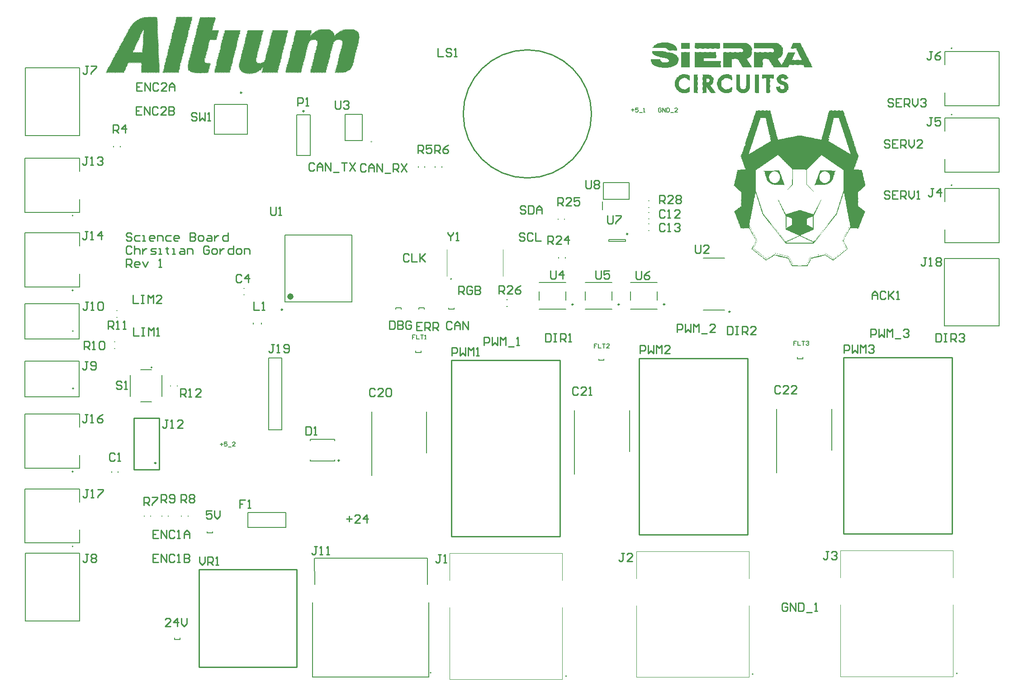
<source format=gbr>
%TF.GenerationSoftware,Altium Limited,Altium Designer,20.1.14 (287)*%
G04 Layer_Color=65535*
%FSLAX25Y25*%
%MOIN*%
%TF.SameCoordinates,420D9B4C-C7A0-47ED-81AF-82C992674030*%
%TF.FilePolarity,Positive*%
%TF.FileFunction,Legend,Top*%
%TF.Part,Single*%
G01*
G75*
%TA.AperFunction,NonConductor*%
%ADD61C,0.00787*%
%ADD62C,0.01000*%
%ADD63C,0.00500*%
%ADD92C,0.00984*%
%ADD93C,0.02362*%
%ADD94C,0.00197*%
%ADD95C,0.00394*%
G36*
X125878Y492985D02*
X126178D01*
Y492686D01*
X125878D01*
Y492985D01*
X125578D01*
Y493285D01*
X125878D01*
Y492985D01*
D02*
G37*
G36*
X125278D02*
X125578D01*
Y492686D01*
X125878D01*
Y492386D01*
X125578D01*
Y492086D01*
X125878D01*
Y491786D01*
X125578D01*
Y491486D01*
X125878D01*
Y491186D01*
X125578D01*
Y490886D01*
X125878D01*
Y490586D01*
X125578D01*
Y490286D01*
X125278D01*
Y489987D01*
X125578D01*
Y489687D01*
X125278D01*
Y489387D01*
X124978D01*
Y489087D01*
X125278D01*
Y488787D01*
X124978D01*
Y488487D01*
X125278D01*
Y488187D01*
X124978D01*
Y487887D01*
X125278D01*
Y487587D01*
X124978D01*
Y487887D01*
X124679D01*
Y487587D01*
X124379D01*
Y487288D01*
X124679D01*
Y486988D01*
X124379D01*
Y486688D01*
X124679D01*
Y486388D01*
X124379D01*
Y486088D01*
X124679D01*
Y485788D01*
X124379D01*
Y485488D01*
X124079D01*
Y485188D01*
X124379D01*
Y484888D01*
X124079D01*
Y484588D01*
X123779D01*
Y484289D01*
X124079D01*
Y483989D01*
X123779D01*
Y483689D01*
X124079D01*
Y483389D01*
X123779D01*
Y483089D01*
X123479D01*
Y482789D01*
X123179D01*
Y482489D01*
X123479D01*
Y482189D01*
X123179D01*
Y481889D01*
X123479D01*
Y481590D01*
X123179D01*
Y481290D01*
X123479D01*
Y480990D01*
X123179D01*
Y480690D01*
X122879D01*
Y480390D01*
X123179D01*
Y480090D01*
X122879D01*
Y479790D01*
X122579D01*
Y479490D01*
X122879D01*
Y479190D01*
X122579D01*
Y478890D01*
X122879D01*
Y478590D01*
X122579D01*
Y478291D01*
X122279D01*
Y477991D01*
Y477691D01*
Y477391D01*
X121979D01*
Y477091D01*
X122279D01*
Y476791D01*
X121979D01*
Y476491D01*
X122279D01*
Y476191D01*
X121979D01*
Y475891D01*
X121679D01*
Y475592D01*
X121979D01*
Y475292D01*
X121679D01*
Y475592D01*
X121380D01*
Y475292D01*
X121679D01*
Y474992D01*
X121380D01*
Y474692D01*
X121679D01*
Y474392D01*
X121380D01*
Y474092D01*
X121679D01*
Y473792D01*
X121380D01*
Y473492D01*
X121080D01*
Y473192D01*
X120780D01*
Y472893D01*
X121080D01*
Y472593D01*
X120780D01*
Y472293D01*
X121080D01*
Y471993D01*
X120780D01*
Y471693D01*
X121080D01*
Y471393D01*
X120780D01*
Y471093D01*
X120480D01*
Y470793D01*
Y470493D01*
Y470193D01*
X120180D01*
Y469894D01*
X120480D01*
Y469594D01*
X120180D01*
Y469294D01*
X120480D01*
Y468994D01*
X120180D01*
Y468694D01*
X119880D01*
Y468394D01*
X119580D01*
Y468094D01*
X119880D01*
Y467794D01*
X119580D01*
Y467494D01*
X119880D01*
Y467194D01*
X119580D01*
Y466894D01*
X119880D01*
Y466595D01*
X119580D01*
Y466295D01*
X119280D01*
Y465995D01*
Y465695D01*
Y465395D01*
X118981D01*
Y465095D01*
X119280D01*
Y464795D01*
X118981D01*
Y464495D01*
Y464195D01*
Y463896D01*
X118681D01*
Y463596D01*
X118381D01*
Y463296D01*
X118681D01*
Y462996D01*
X118381D01*
Y462696D01*
X118681D01*
Y462396D01*
X118381D01*
Y462096D01*
X118681D01*
Y461796D01*
X118381D01*
Y461496D01*
X118081D01*
Y461197D01*
X118381D01*
Y460897D01*
X118081D01*
Y460597D01*
X117781D01*
Y460297D01*
X118081D01*
Y459997D01*
X117781D01*
Y459697D01*
X118081D01*
Y459397D01*
X117781D01*
Y459097D01*
X117481D01*
Y458797D01*
X117181D01*
Y458497D01*
X117481D01*
Y458197D01*
X117181D01*
Y457898D01*
X117481D01*
Y457598D01*
X117181D01*
Y457298D01*
X117481D01*
Y456998D01*
X117181D01*
Y456698D01*
X116881D01*
Y456398D01*
X116581D01*
Y456098D01*
X116881D01*
Y455798D01*
X116581D01*
Y455498D01*
X116881D01*
Y455198D01*
X116581D01*
Y454899D01*
X116881D01*
Y454599D01*
X116581D01*
Y454299D01*
X116281D01*
Y453999D01*
X115981D01*
Y453699D01*
X116281D01*
Y453399D01*
X115981D01*
Y453099D01*
X116281D01*
Y452799D01*
X115981D01*
Y452499D01*
X116281D01*
Y452200D01*
X115981D01*
Y451900D01*
X115682D01*
Y452200D01*
X115382D01*
Y451900D01*
X115682D01*
Y451600D01*
X115382D01*
Y451900D01*
X115082D01*
Y452200D01*
X114782D01*
Y451900D01*
X114482D01*
Y452200D01*
X114182D01*
Y451900D01*
X114482D01*
Y451600D01*
X114182D01*
Y451900D01*
X113882D01*
Y452200D01*
X113582D01*
Y451900D01*
X113282D01*
Y452200D01*
X112982D01*
Y451900D01*
X113282D01*
Y451600D01*
X112982D01*
Y451900D01*
X112683D01*
Y452200D01*
X112383D01*
Y451900D01*
X112083D01*
Y452200D01*
X111783D01*
Y451900D01*
X112083D01*
Y451600D01*
X111783D01*
Y451900D01*
X111483D01*
Y452200D01*
X111183D01*
Y451900D01*
X110883D01*
Y452200D01*
X110583D01*
Y451900D01*
X110883D01*
Y451600D01*
X110583D01*
Y451900D01*
X110284D01*
Y452200D01*
X109984D01*
Y451900D01*
X109684D01*
Y452200D01*
X109384D01*
Y451900D01*
X109684D01*
Y451600D01*
X109384D01*
Y451900D01*
X109084D01*
Y452200D01*
X108784D01*
Y451900D01*
X108484D01*
Y452200D01*
X108184D01*
Y451900D01*
X108484D01*
Y451600D01*
X108184D01*
Y451900D01*
X107884D01*
Y452200D01*
X107584D01*
Y451900D01*
X107284D01*
Y452200D01*
X106985D01*
Y451900D01*
X107284D01*
Y451600D01*
X106985D01*
Y451900D01*
X106685D01*
Y452200D01*
X106385D01*
Y451900D01*
X106085D01*
Y452200D01*
X105785D01*
Y451900D01*
X106085D01*
Y451600D01*
X105785D01*
Y451900D01*
X105485D01*
Y452200D01*
X105185D01*
Y451900D01*
X104885D01*
Y452200D01*
X104585D01*
Y451900D01*
X104885D01*
Y451600D01*
X104585D01*
Y451900D01*
X104286D01*
Y452200D01*
X103986D01*
Y452499D01*
X104286D01*
Y452799D01*
X104585D01*
Y453099D01*
X104885D01*
Y453399D01*
X104585D01*
Y453699D01*
X104885D01*
Y453999D01*
X104585D01*
Y454299D01*
X104885D01*
Y454599D01*
X105185D01*
Y454899D01*
X104885D01*
Y455198D01*
X105185D01*
Y455498D01*
Y455798D01*
Y456098D01*
X105485D01*
Y456398D01*
X105185D01*
Y456698D01*
X105485D01*
Y456998D01*
X105185D01*
Y457298D01*
X105485D01*
Y457598D01*
X105785D01*
Y457898D01*
X106085D01*
Y458197D01*
X105785D01*
Y458497D01*
X106085D01*
Y458797D01*
X105785D01*
Y459097D01*
X106085D01*
Y459397D01*
X106385D01*
Y459697D01*
X106085D01*
Y459997D01*
X106385D01*
Y460297D01*
X106685D01*
Y460597D01*
X106385D01*
Y460897D01*
X106685D01*
Y461197D01*
X106385D01*
Y461496D01*
X106685D01*
Y461796D01*
X106385D01*
Y462096D01*
X106685D01*
Y462396D01*
X106985D01*
Y462696D01*
X107284D01*
Y462996D01*
X106985D01*
Y463296D01*
X107284D01*
Y463596D01*
X106985D01*
Y463896D01*
X107284D01*
Y464195D01*
Y464495D01*
Y464795D01*
X107584D01*
Y464495D01*
X107884D01*
Y464795D01*
X107584D01*
Y465095D01*
X107884D01*
Y465395D01*
X107584D01*
Y465695D01*
X107884D01*
Y465995D01*
X107584D01*
Y466295D01*
X107884D01*
Y466595D01*
X107584D01*
Y466894D01*
X108184D01*
Y467194D01*
Y467494D01*
X108484D01*
Y467794D01*
X108184D01*
Y468094D01*
X108484D01*
Y468394D01*
X108184D01*
Y468694D01*
X108484D01*
Y468994D01*
Y469294D01*
Y469594D01*
X108784D01*
Y469294D01*
X109084D01*
Y469594D01*
X108784D01*
Y469894D01*
X109084D01*
Y470193D01*
X108784D01*
Y470493D01*
X109084D01*
Y470793D01*
X108784D01*
Y471093D01*
X109084D01*
Y471393D01*
X108784D01*
Y471693D01*
X109084D01*
Y471993D01*
X109384D01*
Y472293D01*
X109684D01*
Y472593D01*
X109384D01*
Y472893D01*
X109684D01*
Y473192D01*
X109384D01*
Y473492D01*
X109684D01*
Y473792D01*
X109984D01*
Y474092D01*
X109684D01*
Y474392D01*
X109984D01*
Y474092D01*
X110284D01*
Y474392D01*
X109984D01*
Y474692D01*
Y474992D01*
Y475292D01*
X110284D01*
Y475592D01*
X109984D01*
Y475891D01*
X110284D01*
Y476191D01*
X109984D01*
Y476491D01*
X110284D01*
Y476791D01*
X110583D01*
Y477091D01*
X110883D01*
Y477391D01*
X110583D01*
Y477691D01*
X110883D01*
Y477991D01*
X110583D01*
Y478291D01*
X110883D01*
Y478590D01*
X110583D01*
Y478890D01*
X110883D01*
Y478590D01*
X111183D01*
Y478890D01*
X110883D01*
Y479190D01*
X111183D01*
Y479490D01*
Y479790D01*
Y480090D01*
X111483D01*
Y480390D01*
X111183D01*
Y480690D01*
X111483D01*
Y480990D01*
X111183D01*
Y481290D01*
X111483D01*
Y481590D01*
X111783D01*
Y481889D01*
X112083D01*
Y482189D01*
X111783D01*
Y482489D01*
X112083D01*
Y482789D01*
X111783D01*
Y483089D01*
X112083D01*
Y483389D01*
X112383D01*
Y483689D01*
X112083D01*
Y483989D01*
X112383D01*
Y483689D01*
X112683D01*
Y483989D01*
X112383D01*
Y484289D01*
X112683D01*
Y484588D01*
X112383D01*
Y484888D01*
X112683D01*
Y485188D01*
X112383D01*
Y485488D01*
X112683D01*
Y485788D01*
X112383D01*
Y486088D01*
X112982D01*
Y486388D01*
Y486688D01*
X113282D01*
Y486988D01*
X112982D01*
Y487288D01*
X113282D01*
Y487587D01*
X112982D01*
Y487887D01*
X113282D01*
Y488187D01*
Y488487D01*
Y488787D01*
X113582D01*
Y488487D01*
X113882D01*
Y488787D01*
X113582D01*
Y489087D01*
X113882D01*
Y489387D01*
X113582D01*
Y489687D01*
X113882D01*
Y489987D01*
X113582D01*
Y490286D01*
X113882D01*
Y490586D01*
X113582D01*
Y490886D01*
X114182D01*
Y491186D01*
Y491486D01*
X114482D01*
Y491786D01*
X114182D01*
Y492086D01*
X114482D01*
Y492386D01*
X114182D01*
Y492686D01*
X114482D01*
Y492985D01*
X114782D01*
Y493285D01*
X115082D01*
Y492985D01*
X115382D01*
Y492686D01*
X115682D01*
Y492985D01*
X115382D01*
Y493285D01*
X115682D01*
Y492985D01*
X115981D01*
Y492686D01*
X116281D01*
Y492985D01*
X115981D01*
Y493285D01*
X116281D01*
Y492985D01*
X116581D01*
Y492686D01*
X116881D01*
Y492985D01*
X116581D01*
Y493285D01*
X116881D01*
Y492985D01*
X117181D01*
Y493285D01*
X117481D01*
Y492985D01*
X117781D01*
Y492686D01*
X118081D01*
Y492985D01*
X117781D01*
Y493285D01*
X118081D01*
Y492985D01*
X118381D01*
Y492686D01*
X118681D01*
Y492985D01*
X118381D01*
Y493285D01*
X118681D01*
Y492985D01*
X118981D01*
Y492686D01*
X119280D01*
Y492985D01*
X118981D01*
Y493285D01*
X119280D01*
Y492985D01*
X119580D01*
Y493285D01*
X119880D01*
Y492985D01*
X120180D01*
Y492686D01*
X120480D01*
Y492985D01*
X120180D01*
Y493285D01*
X120480D01*
Y492985D01*
X120780D01*
Y492686D01*
X121080D01*
Y492985D01*
X120780D01*
Y493285D01*
X121080D01*
Y492985D01*
X121380D01*
Y492686D01*
X121679D01*
Y492985D01*
X121380D01*
Y493285D01*
X121679D01*
Y492985D01*
X121979D01*
Y493285D01*
X122279D01*
Y492985D01*
X122579D01*
Y492686D01*
X122879D01*
Y492985D01*
X122579D01*
Y493285D01*
X122879D01*
Y492985D01*
X123179D01*
Y492686D01*
X123479D01*
Y492985D01*
X123179D01*
Y493285D01*
X123479D01*
Y492985D01*
X123779D01*
Y492686D01*
X124079D01*
Y492985D01*
X123779D01*
Y493285D01*
X124079D01*
Y492985D01*
X124379D01*
Y493285D01*
X124679D01*
Y492985D01*
X124978D01*
Y492686D01*
X125278D01*
Y492985D01*
X124978D01*
Y493285D01*
X125278D01*
Y492985D01*
D02*
G37*
G36*
X99487D02*
X99787D01*
Y492686D01*
X100087D01*
Y492386D01*
X100387D01*
Y492086D01*
X100087D01*
Y491786D01*
X100387D01*
Y491486D01*
Y491186D01*
Y490886D01*
X100687D01*
Y490586D01*
X100387D01*
Y490886D01*
X100087D01*
Y490586D01*
X100387D01*
Y490286D01*
Y489987D01*
Y489687D01*
X100687D01*
Y489387D01*
X100387D01*
Y489087D01*
X100687D01*
Y488787D01*
X100387D01*
Y488487D01*
X100687D01*
Y488187D01*
X100387D01*
Y487887D01*
X100687D01*
Y487587D01*
X100387D01*
Y487288D01*
X100687D01*
Y486988D01*
X100387D01*
Y486688D01*
X100687D01*
Y486388D01*
X100387D01*
Y486088D01*
X100687D01*
Y485788D01*
X100387D01*
Y485488D01*
X100687D01*
Y485188D01*
X100387D01*
Y484888D01*
X100687D01*
Y484588D01*
X100387D01*
Y484289D01*
X100687D01*
Y483989D01*
X100387D01*
Y483689D01*
X100687D01*
Y483389D01*
X100387D01*
Y483089D01*
X100687D01*
Y482789D01*
X100387D01*
Y482489D01*
X100687D01*
Y482189D01*
X100387D01*
Y481889D01*
X100687D01*
Y481590D01*
X100387D01*
Y481290D01*
X100687D01*
Y480990D01*
Y480690D01*
Y480390D01*
X100387D01*
Y480090D01*
X100687D01*
Y479790D01*
X100987D01*
Y479490D01*
X100687D01*
Y479190D01*
X100387D01*
Y478890D01*
X100687D01*
Y478590D01*
X100987D01*
Y478291D01*
X100687D01*
Y477991D01*
X100987D01*
Y477691D01*
X100687D01*
Y477991D01*
X100387D01*
Y477691D01*
X100687D01*
Y477391D01*
X100987D01*
Y477091D01*
X100687D01*
Y476791D01*
X100987D01*
Y476491D01*
Y476191D01*
Y475891D01*
X101287D01*
Y475592D01*
X100987D01*
Y475891D01*
X100687D01*
Y475592D01*
X100987D01*
Y475292D01*
Y474992D01*
Y474692D01*
Y474392D01*
Y474092D01*
Y473792D01*
Y473492D01*
X101287D01*
Y473192D01*
X100987D01*
Y472893D01*
X101287D01*
Y472593D01*
X100987D01*
Y472293D01*
X101287D01*
Y471993D01*
X100987D01*
Y471693D01*
X101287D01*
Y471393D01*
X100987D01*
Y471093D01*
X101287D01*
Y470793D01*
X100987D01*
Y470493D01*
X101287D01*
Y470193D01*
X100987D01*
Y469894D01*
X101287D01*
Y469594D01*
X100987D01*
Y469294D01*
X101287D01*
Y468994D01*
X100987D01*
Y468694D01*
X101287D01*
Y468394D01*
X100987D01*
Y468094D01*
X101287D01*
Y467794D01*
X100987D01*
Y467494D01*
X101287D01*
Y467194D01*
X100987D01*
Y466894D01*
X101287D01*
Y466595D01*
X100987D01*
Y466295D01*
X101287D01*
Y465995D01*
X100987D01*
Y465695D01*
X101287D01*
Y465395D01*
X100987D01*
Y465095D01*
X101287D01*
Y464795D01*
Y464495D01*
Y464195D01*
Y463896D01*
Y463596D01*
Y463296D01*
Y462996D01*
Y462696D01*
Y462396D01*
X101586D01*
Y462096D01*
X101287D01*
Y461796D01*
X101586D01*
Y461496D01*
X101287D01*
Y461197D01*
X101586D01*
Y460897D01*
X101886D01*
Y460597D01*
X101586D01*
Y460897D01*
X101287D01*
Y460597D01*
X101586D01*
Y460297D01*
X101287D01*
Y459997D01*
X101586D01*
Y459697D01*
X101886D01*
Y459397D01*
X101586D01*
Y459697D01*
X101287D01*
Y459397D01*
X101586D01*
Y459097D01*
Y458797D01*
Y458497D01*
X101886D01*
Y458197D01*
X101586D01*
Y457898D01*
X101886D01*
Y457598D01*
X101586D01*
Y457298D01*
X101886D01*
Y456998D01*
X101586D01*
Y456698D01*
X101886D01*
Y456398D01*
X101586D01*
Y456098D01*
X101886D01*
Y455798D01*
X101586D01*
Y455498D01*
X101886D01*
Y455198D01*
X101586D01*
Y454899D01*
X101886D01*
Y454599D01*
X101586D01*
Y454299D01*
X101886D01*
Y453999D01*
X101586D01*
Y453699D01*
X101886D01*
Y453399D01*
X101586D01*
Y453099D01*
X101886D01*
Y452799D01*
X101586D01*
Y452499D01*
X101886D01*
Y452200D01*
X101586D01*
Y451900D01*
X101287D01*
Y452200D01*
X100987D01*
Y451900D01*
X101287D01*
Y451600D01*
X100987D01*
Y451900D01*
X100687D01*
Y452200D01*
X100387D01*
Y451900D01*
X100087D01*
Y452200D01*
X99787D01*
Y451900D01*
X100087D01*
Y451600D01*
X99787D01*
Y451900D01*
X99487D01*
Y452200D01*
X99187D01*
Y451900D01*
X98887D01*
Y452200D01*
X98588D01*
Y451900D01*
X98887D01*
Y451600D01*
X98588D01*
Y451900D01*
X98288D01*
Y452200D01*
X97988D01*
Y451900D01*
X97688D01*
Y452200D01*
X97388D01*
Y451900D01*
X97688D01*
Y451600D01*
X97388D01*
Y451900D01*
X97088D01*
Y452200D01*
X96788D01*
Y451900D01*
X96488D01*
Y452200D01*
X96188D01*
Y451900D01*
X96488D01*
Y451600D01*
X96188D01*
Y451900D01*
X95888D01*
Y452200D01*
X95588D01*
Y451900D01*
X95289D01*
Y452200D01*
X94989D01*
Y451900D01*
X95289D01*
Y451600D01*
X94989D01*
Y451900D01*
X94689D01*
Y452200D01*
X94389D01*
Y451900D01*
X94089D01*
Y452200D01*
X93789D01*
Y451900D01*
X94089D01*
Y451600D01*
X93789D01*
Y451900D01*
X93489D01*
Y452200D01*
X93189D01*
Y451900D01*
X92889D01*
Y452200D01*
X92590D01*
Y451900D01*
X92889D01*
Y451600D01*
X92590D01*
Y451900D01*
X92290D01*
Y452200D01*
X91990D01*
Y451900D01*
X91690D01*
Y452200D01*
X91390D01*
Y451900D01*
X91690D01*
Y451600D01*
X91390D01*
Y451900D01*
X91090D01*
Y452200D01*
X90790D01*
Y451900D01*
X90490D01*
Y452200D01*
X90190D01*
Y451900D01*
X90490D01*
Y451600D01*
X90190D01*
Y451900D01*
X89890D01*
Y452200D01*
X89591D01*
Y451900D01*
X89291D01*
Y452200D01*
X88991D01*
Y451900D01*
X89291D01*
Y451600D01*
X88991D01*
Y451900D01*
X88691D01*
Y452200D01*
X88391D01*
Y452499D01*
X88691D01*
Y452799D01*
X88391D01*
Y453099D01*
X88691D01*
Y453399D01*
X88391D01*
Y453699D01*
X88691D01*
Y453999D01*
X88391D01*
Y454299D01*
X88691D01*
Y454599D01*
X88391D01*
Y454899D01*
X88691D01*
Y455198D01*
X88391D01*
Y455498D01*
X88691D01*
Y455798D01*
X88391D01*
Y456098D01*
X88691D01*
Y456398D01*
X88391D01*
Y456698D01*
X88691D01*
Y456998D01*
X88391D01*
Y457298D01*
X88691D01*
Y457598D01*
X88991D01*
Y457898D01*
X88691D01*
Y458197D01*
X88391D01*
Y458497D01*
X88691D01*
Y458797D01*
X88391D01*
Y459097D01*
X88091D01*
Y459397D01*
X87791D01*
Y459097D01*
X88091D01*
Y458797D01*
X87791D01*
Y459097D01*
X87491D01*
Y459397D01*
X87191D01*
Y459097D01*
X87491D01*
Y458797D01*
X87191D01*
Y459097D01*
X86892D01*
Y459397D01*
X86592D01*
Y459097D01*
X86892D01*
Y458797D01*
X86592D01*
Y459097D01*
X86292D01*
Y459397D01*
X85992D01*
Y459097D01*
X86292D01*
Y458797D01*
X85992D01*
Y459097D01*
X85692D01*
Y459397D01*
X85392D01*
Y459097D01*
X85692D01*
Y458797D01*
X85392D01*
Y459097D01*
X85092D01*
Y459397D01*
X84792D01*
Y459097D01*
X85092D01*
Y458797D01*
X84792D01*
Y459097D01*
X84492D01*
Y459397D01*
X84192D01*
Y459097D01*
X84492D01*
Y458797D01*
X84192D01*
Y459097D01*
X83893D01*
Y459397D01*
X83593D01*
Y459097D01*
X83893D01*
Y458797D01*
X83593D01*
Y459097D01*
X83293D01*
Y459397D01*
X82993D01*
Y459097D01*
X83293D01*
Y458797D01*
X82993D01*
Y459097D01*
X82693D01*
Y459397D01*
X82393D01*
Y459097D01*
X82693D01*
Y458797D01*
X82393D01*
Y459097D01*
X82093D01*
Y459397D01*
X81793D01*
Y459097D01*
X82093D01*
Y458797D01*
X81793D01*
Y459097D01*
X81493D01*
Y459397D01*
X81194D01*
Y459097D01*
X81493D01*
Y458797D01*
X81194D01*
Y459097D01*
X80894D01*
Y459397D01*
X80594D01*
Y459097D01*
X80894D01*
Y458797D01*
X80594D01*
Y459097D01*
X80294D01*
Y459397D01*
X79994D01*
Y459097D01*
X80294D01*
Y458797D01*
X79994D01*
Y459097D01*
X79694D01*
Y459397D01*
X79394D01*
Y459097D01*
X79694D01*
Y458797D01*
X79394D01*
Y459097D01*
X79094D01*
Y458797D01*
X78794D01*
Y458497D01*
X78494D01*
Y458197D01*
X78194D01*
Y457898D01*
X78494D01*
Y457598D01*
X78194D01*
Y457298D01*
X77895D01*
Y456998D01*
X77595D01*
Y456698D01*
X77895D01*
Y456398D01*
X77595D01*
Y456098D01*
X77295D01*
Y455798D01*
X76995D01*
Y455498D01*
X77295D01*
Y455198D01*
X76995D01*
Y454899D01*
Y454599D01*
Y454299D01*
X76695D01*
Y453999D01*
X76395D01*
Y453699D01*
X76695D01*
Y453399D01*
X76395D01*
Y453099D01*
X76095D01*
Y452799D01*
X75795D01*
Y452499D01*
X76095D01*
Y452200D01*
X75795D01*
Y451900D01*
X75495D01*
Y452200D01*
X75196D01*
Y451900D01*
X74896D01*
Y452200D01*
X74596D01*
Y451900D01*
X74896D01*
Y451600D01*
X74596D01*
Y451900D01*
X74296D01*
Y452200D01*
X73996D01*
Y451900D01*
X73696D01*
Y452200D01*
X73396D01*
Y451900D01*
X73696D01*
Y451600D01*
X73396D01*
Y451900D01*
X73096D01*
Y452200D01*
X72796D01*
Y451900D01*
X72496D01*
Y452200D01*
X72197D01*
Y451900D01*
X72496D01*
Y451600D01*
X72197D01*
Y451900D01*
X71897D01*
Y452200D01*
X71597D01*
Y451900D01*
X71297D01*
Y452200D01*
X70997D01*
Y451900D01*
X71297D01*
Y451600D01*
X70997D01*
Y451900D01*
X70697D01*
Y452200D01*
X70397D01*
Y451900D01*
X70097D01*
Y452200D01*
X69797D01*
Y451900D01*
X70097D01*
Y451600D01*
X69797D01*
Y451900D01*
X69498D01*
Y452200D01*
X69198D01*
Y451900D01*
X68898D01*
Y452200D01*
X68598D01*
Y451900D01*
X68898D01*
Y451600D01*
X68598D01*
Y451900D01*
X68298D01*
Y452200D01*
X67998D01*
Y451900D01*
X67698D01*
Y452200D01*
X67398D01*
Y451900D01*
X67698D01*
Y451600D01*
X67398D01*
Y451900D01*
X67098D01*
Y452200D01*
X66799D01*
Y451900D01*
X66499D01*
Y452200D01*
X66199D01*
Y451900D01*
X66499D01*
Y451600D01*
X66199D01*
Y451900D01*
X65899D01*
Y452200D01*
X65599D01*
Y451900D01*
X65299D01*
Y452200D01*
X64999D01*
Y451900D01*
X65299D01*
Y451600D01*
X64999D01*
Y451900D01*
X64699D01*
Y452200D01*
X64399D01*
Y451900D01*
X64099D01*
Y452200D01*
X63800D01*
Y451900D01*
X64099D01*
Y451600D01*
X63800D01*
Y451900D01*
X63500D01*
Y452200D01*
X63200D01*
Y451900D01*
X62900D01*
Y452200D01*
X62600D01*
Y452499D01*
X62900D01*
Y452799D01*
X62600D01*
Y453099D01*
X62900D01*
Y453399D01*
X63200D01*
Y453699D01*
X63500D01*
Y453999D01*
X63200D01*
Y454299D01*
X63500D01*
Y454599D01*
X63800D01*
Y454899D01*
X64099D01*
Y455198D01*
X63800D01*
Y455498D01*
X64099D01*
Y455798D01*
X64399D01*
Y456098D01*
X64699D01*
Y456398D01*
X64999D01*
Y456698D01*
X64699D01*
Y456998D01*
X64999D01*
Y457298D01*
X65299D01*
Y457598D01*
X65599D01*
Y457898D01*
Y458197D01*
Y458497D01*
X65899D01*
Y458797D01*
X66199D01*
Y459097D01*
X66499D01*
Y459397D01*
X66199D01*
Y459697D01*
X66499D01*
Y459997D01*
X66799D01*
Y459697D01*
X67098D01*
Y459997D01*
X66799D01*
Y460297D01*
X67098D01*
Y460597D01*
X66799D01*
Y460897D01*
X67098D01*
Y461197D01*
X67398D01*
Y461496D01*
X67698D01*
Y461796D01*
X67398D01*
Y462096D01*
X67698D01*
Y462396D01*
X67998D01*
Y462696D01*
X68298D01*
Y462996D01*
X67998D01*
Y463296D01*
X68298D01*
Y463596D01*
X68598D01*
Y463896D01*
X68898D01*
Y464195D01*
X68598D01*
Y464495D01*
X68898D01*
Y464795D01*
X69198D01*
Y464495D01*
X69498D01*
Y464795D01*
X69198D01*
Y465095D01*
X69498D01*
Y465395D01*
X69198D01*
Y465695D01*
X69797D01*
Y465995D01*
Y466295D01*
X70097D01*
Y466595D01*
X70397D01*
Y466894D01*
X70697D01*
Y467194D01*
X70397D01*
Y467494D01*
X70697D01*
Y467794D01*
X70397D01*
Y468094D01*
X70697D01*
Y467794D01*
X70997D01*
Y468094D01*
X71297D01*
Y468394D01*
X70997D01*
Y468694D01*
X71297D01*
Y468994D01*
X71597D01*
Y469294D01*
X71897D01*
Y469594D01*
X71597D01*
Y469894D01*
X71897D01*
Y470193D01*
X72197D01*
Y470493D01*
X72496D01*
Y470793D01*
X72197D01*
Y471093D01*
X72496D01*
Y471393D01*
X72796D01*
Y471693D01*
X73096D01*
Y471993D01*
X73396D01*
Y472293D01*
X73096D01*
Y472593D01*
X73396D01*
Y472893D01*
X73696D01*
Y473192D01*
X73396D01*
Y473492D01*
X73996D01*
Y473792D01*
Y474092D01*
X74296D01*
Y474392D01*
X74596D01*
Y474692D01*
X74896D01*
Y474992D01*
X74596D01*
Y475292D01*
X74896D01*
Y475592D01*
X75196D01*
Y475891D01*
X75495D01*
Y476191D01*
X75196D01*
Y476491D01*
X75495D01*
Y476791D01*
X75795D01*
Y477091D01*
X76095D01*
Y477391D01*
X75795D01*
Y477691D01*
X76095D01*
Y477991D01*
X76395D01*
Y478291D01*
X76695D01*
Y478590D01*
X76395D01*
Y478890D01*
X76995D01*
Y479190D01*
Y479490D01*
X77295D01*
Y479790D01*
Y480090D01*
Y480390D01*
X77595D01*
Y480090D01*
X77895D01*
Y480390D01*
X77595D01*
Y480690D01*
X77895D01*
Y480990D01*
X77595D01*
Y481290D01*
X78194D01*
Y481590D01*
Y481889D01*
X78494D01*
Y482189D01*
X78794D01*
Y482489D01*
X79094D01*
Y482789D01*
X78794D01*
Y483089D01*
X79094D01*
Y483389D01*
X78794D01*
Y483689D01*
X79094D01*
Y483389D01*
X79394D01*
Y483689D01*
X79694D01*
Y483989D01*
X79394D01*
Y484289D01*
X79694D01*
Y484588D01*
X79994D01*
Y484888D01*
X80294D01*
Y485188D01*
X79994D01*
Y485488D01*
X80294D01*
Y485788D01*
X80594D01*
Y486088D01*
X80894D01*
Y486388D01*
X81194D01*
Y486688D01*
X81493D01*
Y486988D01*
X81194D01*
Y487288D01*
X82093D01*
Y487587D01*
X81793D01*
Y487887D01*
X82393D01*
Y488187D01*
Y488487D01*
X82993D01*
Y488787D01*
Y489087D01*
X83893D01*
Y489387D01*
X83593D01*
Y489687D01*
X84492D01*
Y489987D01*
X84792D01*
Y490286D01*
X85092D01*
Y490586D01*
X85392D01*
Y490886D01*
X86292D01*
Y491186D01*
X86592D01*
Y491486D01*
X87491D01*
Y491786D01*
X87191D01*
Y492086D01*
X87491D01*
Y491786D01*
X87791D01*
Y492086D01*
X88091D01*
Y491786D01*
X88391D01*
Y492086D01*
X89291D01*
Y492386D01*
X88991D01*
Y492686D01*
X89291D01*
Y492386D01*
X89591D01*
Y492086D01*
X89890D01*
Y492386D01*
X89591D01*
Y492686D01*
X89890D01*
Y492386D01*
X90190D01*
Y492686D01*
X91090D01*
Y492985D01*
X91390D01*
Y492686D01*
X91690D01*
Y492985D01*
X91990D01*
Y492686D01*
X92290D01*
Y492985D01*
X92590D01*
Y492686D01*
X92889D01*
Y492985D01*
X93189D01*
Y493285D01*
X93489D01*
Y492985D01*
X93789D01*
Y492686D01*
X94089D01*
Y492985D01*
X93789D01*
Y493285D01*
X94089D01*
Y492985D01*
X94389D01*
Y492686D01*
X94689D01*
Y492985D01*
X94389D01*
Y493285D01*
X94689D01*
Y492985D01*
X94989D01*
Y492686D01*
X95289D01*
Y492985D01*
X94989D01*
Y493285D01*
X95289D01*
Y492985D01*
X95588D01*
Y493285D01*
X95888D01*
Y492985D01*
X96188D01*
Y492686D01*
X96488D01*
Y492985D01*
X96188D01*
Y493285D01*
X96488D01*
Y492985D01*
X96788D01*
Y492686D01*
X97088D01*
Y492985D01*
X96788D01*
Y493285D01*
X97088D01*
Y492985D01*
X97388D01*
Y492686D01*
X97688D01*
Y492985D01*
X97388D01*
Y493285D01*
X97688D01*
Y492985D01*
X97988D01*
Y493285D01*
X98288D01*
Y492985D01*
X98588D01*
Y492686D01*
X98887D01*
Y492985D01*
X98588D01*
Y493285D01*
X98887D01*
Y492985D01*
X99187D01*
Y492686D01*
X99487D01*
Y492985D01*
X99187D01*
Y493285D01*
X99487D01*
Y492985D01*
D02*
G37*
G36*
X142672Y492386D02*
X142972D01*
Y492086D01*
X143272D01*
Y491786D01*
X142972D01*
Y491486D01*
X143272D01*
Y491186D01*
X142972D01*
Y490886D01*
X142672D01*
Y490586D01*
X142972D01*
Y490286D01*
X142672D01*
Y489987D01*
X142372D01*
Y489687D01*
X142672D01*
Y489387D01*
X142372D01*
Y489087D01*
Y488787D01*
Y488487D01*
X142072D01*
Y488187D01*
X141773D01*
Y487887D01*
X142072D01*
Y487587D01*
X141773D01*
Y487288D01*
X142072D01*
Y486988D01*
X141773D01*
Y486688D01*
X142072D01*
Y486388D01*
X141773D01*
Y486688D01*
X141473D01*
Y486388D01*
X141773D01*
Y486088D01*
X141473D01*
Y486388D01*
X141173D01*
Y486088D01*
X141473D01*
Y485788D01*
Y485488D01*
Y485188D01*
X141173D01*
Y484888D01*
X141473D01*
Y484588D01*
X141173D01*
Y484289D01*
Y483989D01*
Y483689D01*
X140873D01*
Y483389D01*
X141173D01*
Y483089D01*
X145671D01*
Y482789D01*
X145371D01*
Y482489D01*
X145671D01*
Y482189D01*
X145371D01*
Y481889D01*
X145671D01*
Y481590D01*
X145371D01*
Y481889D01*
X145071D01*
Y481590D01*
X145371D01*
Y481290D01*
X145071D01*
Y480990D01*
X145371D01*
Y480690D01*
X145071D01*
Y480390D01*
X144772D01*
Y480090D01*
X145071D01*
Y479790D01*
X144772D01*
Y479490D01*
Y479190D01*
Y478890D01*
X145071D01*
Y478590D01*
X144772D01*
Y478890D01*
X144472D01*
Y478590D01*
X144172D01*
Y478291D01*
X144472D01*
Y477991D01*
X144172D01*
Y477691D01*
X144472D01*
Y477391D01*
X144172D01*
Y477091D01*
X143872D01*
Y476791D01*
X144172D01*
Y476491D01*
X143872D01*
Y476191D01*
X142972D01*
Y475891D01*
X142672D01*
Y476191D01*
X142372D01*
Y475891D01*
X142072D01*
Y476191D01*
X141773D01*
Y475891D01*
X141473D01*
Y476191D01*
X140573D01*
Y475891D01*
X140273D01*
Y476191D01*
X139373D01*
Y475891D01*
X139074D01*
Y475592D01*
X138774D01*
Y475292D01*
X139074D01*
Y474992D01*
X138774D01*
Y474692D01*
X138474D01*
Y474392D01*
X138774D01*
Y474092D01*
X138474D01*
Y473792D01*
X138174D01*
Y473492D01*
X138474D01*
Y473192D01*
X138174D01*
Y472893D01*
X138474D01*
Y472593D01*
X138174D01*
Y472293D01*
X137874D01*
Y471993D01*
X138174D01*
Y471693D01*
X137874D01*
Y471993D01*
X137574D01*
Y471693D01*
X137874D01*
Y471393D01*
X137574D01*
Y471093D01*
X137874D01*
Y470793D01*
X137574D01*
Y470493D01*
X137874D01*
Y470193D01*
X137574D01*
Y469894D01*
X137274D01*
Y469594D01*
X137574D01*
Y469294D01*
X137274D01*
Y468994D01*
X136974D01*
Y468694D01*
X137274D01*
Y468394D01*
X136974D01*
Y468094D01*
X137274D01*
Y467794D01*
X136974D01*
Y467494D01*
X136674D01*
Y467194D01*
X136374D01*
Y466894D01*
X136674D01*
Y466595D01*
X136374D01*
Y466295D01*
X136674D01*
Y465995D01*
X136374D01*
Y465695D01*
X136674D01*
Y465395D01*
X136374D01*
Y465095D01*
X136075D01*
Y464795D01*
X136374D01*
Y464495D01*
X136075D01*
Y464195D01*
X135775D01*
Y463896D01*
X136075D01*
Y463596D01*
X135775D01*
Y463296D01*
X136075D01*
Y462996D01*
X135775D01*
Y462696D01*
X136075D01*
Y462396D01*
X135775D01*
Y462696D01*
X135475D01*
Y462396D01*
X135175D01*
Y462096D01*
X135475D01*
Y461796D01*
X135175D01*
Y461496D01*
X135475D01*
Y461197D01*
X135175D01*
Y460897D01*
X135475D01*
Y460597D01*
X135175D01*
Y460297D01*
X135475D01*
Y459997D01*
X135175D01*
Y459697D01*
X135475D01*
Y459397D01*
X135775D01*
Y459097D01*
X136674D01*
Y458797D01*
X136974D01*
Y459097D01*
X137274D01*
Y458797D01*
X137574D01*
Y458497D01*
X137874D01*
Y458797D01*
X137574D01*
Y459097D01*
X137874D01*
Y458797D01*
X138174D01*
Y459097D01*
X138474D01*
Y458797D01*
X138774D01*
Y458497D01*
X139074D01*
Y458797D01*
X138774D01*
Y459097D01*
X139074D01*
Y458797D01*
X139373D01*
Y458497D01*
X139673D01*
Y458197D01*
X139373D01*
Y457898D01*
X139673D01*
Y457598D01*
X139373D01*
Y457898D01*
X139074D01*
Y457598D01*
X139373D01*
Y457298D01*
X139074D01*
Y456998D01*
X139373D01*
Y456698D01*
X139074D01*
Y456398D01*
X138774D01*
Y456098D01*
X139074D01*
Y455798D01*
X138774D01*
Y455498D01*
Y455198D01*
Y454899D01*
X139074D01*
Y454599D01*
X138774D01*
Y454899D01*
X138474D01*
Y454599D01*
X138174D01*
Y454299D01*
X138474D01*
Y453999D01*
X138174D01*
Y453699D01*
X138474D01*
Y453399D01*
X138174D01*
Y453099D01*
X137874D01*
Y452799D01*
X138174D01*
Y452499D01*
X137874D01*
Y452200D01*
X137574D01*
Y451900D01*
X137274D01*
Y452200D01*
X136974D01*
Y451900D01*
X137274D01*
Y451600D01*
X136974D01*
Y451900D01*
X136674D01*
Y451600D01*
X136374D01*
Y451900D01*
X136075D01*
Y451600D01*
X135775D01*
Y451900D01*
X135475D01*
Y451600D01*
X135175D01*
Y451900D01*
X134875D01*
Y451600D01*
X134575D01*
Y451900D01*
X134275D01*
Y451600D01*
X133975D01*
Y451900D01*
X133675D01*
Y451600D01*
X133376D01*
Y451900D01*
X133076D01*
Y451600D01*
X132176D01*
Y451900D01*
X131876D01*
Y451600D01*
X130976D01*
Y451900D01*
X130676D01*
Y451600D01*
X129777D01*
Y451900D01*
X129477D01*
Y451600D01*
X129177D01*
Y451900D01*
X128877D01*
Y451600D01*
X128577D01*
Y451900D01*
X128277D01*
Y451600D01*
X127977D01*
Y451900D01*
X127678D01*
Y452200D01*
X127378D01*
Y451900D01*
X127678D01*
Y451600D01*
X127378D01*
Y451900D01*
X127078D01*
Y452200D01*
X126778D01*
Y451900D01*
X126478D01*
Y452200D01*
X125578D01*
Y452499D01*
X125278D01*
Y452200D01*
X124978D01*
Y452499D01*
X124679D01*
Y452799D01*
X124379D01*
Y453099D01*
X124079D01*
Y453399D01*
X123179D01*
Y453699D01*
X123479D01*
Y453999D01*
X123179D01*
Y454299D01*
X122879D01*
Y454599D01*
X123179D01*
Y454899D01*
X122879D01*
Y455198D01*
X122579D01*
Y455498D01*
X122879D01*
Y455798D01*
X122579D01*
Y456098D01*
X122879D01*
Y456398D01*
X122579D01*
Y456698D01*
X122879D01*
Y456998D01*
X122579D01*
Y457298D01*
X122879D01*
Y457598D01*
X122579D01*
Y457898D01*
X122879D01*
Y458197D01*
X123179D01*
Y458497D01*
X122879D01*
Y458797D01*
X123179D01*
Y458497D01*
X123479D01*
Y458797D01*
X123179D01*
Y459097D01*
X123479D01*
Y459397D01*
X123179D01*
Y459697D01*
X123479D01*
Y459997D01*
Y460297D01*
Y460597D01*
X123179D01*
Y460897D01*
X123779D01*
Y461197D01*
Y461496D01*
X124079D01*
Y461796D01*
X123779D01*
Y462096D01*
X124079D01*
Y462396D01*
X123779D01*
Y462696D01*
X124079D01*
Y462996D01*
X124379D01*
Y463296D01*
X124079D01*
Y463596D01*
X124379D01*
Y463296D01*
X124679D01*
Y463596D01*
X124379D01*
Y463896D01*
X124679D01*
Y464195D01*
X124379D01*
Y464495D01*
X124679D01*
Y464795D01*
Y465095D01*
Y465395D01*
X124379D01*
Y465695D01*
X124679D01*
Y465395D01*
X124978D01*
Y465695D01*
Y465995D01*
Y466295D01*
X125278D01*
Y466595D01*
X124978D01*
Y466894D01*
X125278D01*
Y467194D01*
X124978D01*
Y467494D01*
X125278D01*
Y467794D01*
X125578D01*
Y468094D01*
X125278D01*
Y468394D01*
X125578D01*
Y468094D01*
X125878D01*
Y468394D01*
X125578D01*
Y468694D01*
X125878D01*
Y468994D01*
X125578D01*
Y469294D01*
X125878D01*
Y469594D01*
X125578D01*
Y469894D01*
X125878D01*
Y470193D01*
X125578D01*
Y470493D01*
X125878D01*
Y470193D01*
X126178D01*
Y470493D01*
Y470793D01*
Y471093D01*
X126478D01*
Y471393D01*
X126178D01*
Y471693D01*
X126478D01*
Y471993D01*
X126178D01*
Y472293D01*
X126478D01*
Y472593D01*
X126778D01*
Y472893D01*
X127078D01*
Y473192D01*
X126778D01*
Y473492D01*
X127078D01*
Y473792D01*
X126778D01*
Y474092D01*
X127078D01*
Y474392D01*
X127378D01*
Y474692D01*
X127078D01*
Y474992D01*
X127378D01*
Y475292D01*
Y475592D01*
Y475891D01*
X127678D01*
Y476191D01*
X127378D01*
Y476491D01*
X127678D01*
Y476791D01*
X127378D01*
Y477091D01*
X127678D01*
Y477391D01*
X127977D01*
Y477691D01*
X128277D01*
Y477991D01*
X127977D01*
Y478291D01*
X128277D01*
Y478590D01*
X127977D01*
Y478890D01*
X128277D01*
Y479190D01*
Y479490D01*
Y479790D01*
X128577D01*
Y480090D01*
X128877D01*
Y480390D01*
X128577D01*
Y480690D01*
X128877D01*
Y480990D01*
X128577D01*
Y481290D01*
X128877D01*
Y481590D01*
X128577D01*
Y481889D01*
X128877D01*
Y482189D01*
X129177D01*
Y482489D01*
X129477D01*
Y482789D01*
X129177D01*
Y483089D01*
X129477D01*
Y483389D01*
X129177D01*
Y483689D01*
X129477D01*
Y483989D01*
Y484289D01*
Y484588D01*
X129777D01*
Y484888D01*
X130077D01*
Y485188D01*
X129777D01*
Y485488D01*
X130077D01*
Y485788D01*
X129777D01*
Y486088D01*
X130077D01*
Y486388D01*
X129777D01*
Y486688D01*
X130077D01*
Y486988D01*
X130377D01*
Y487288D01*
X130676D01*
Y487587D01*
X130377D01*
Y487887D01*
X130676D01*
Y488187D01*
X130377D01*
Y488487D01*
X130676D01*
Y488787D01*
X130976D01*
Y489087D01*
X130676D01*
Y489387D01*
X130976D01*
Y489687D01*
X131276D01*
Y489987D01*
X130976D01*
Y490286D01*
X131276D01*
Y490586D01*
X130976D01*
Y490886D01*
X131276D01*
Y491186D01*
Y491486D01*
Y491786D01*
X131576D01*
Y492086D01*
X131876D01*
Y492386D01*
X131576D01*
Y492686D01*
X131876D01*
Y492386D01*
X132176D01*
Y492686D01*
X133076D01*
Y492386D01*
X133376D01*
Y492686D01*
X134275D01*
Y492386D01*
X134575D01*
Y492686D01*
X135475D01*
Y492386D01*
X135775D01*
Y492686D01*
X136674D01*
Y492386D01*
X136974D01*
Y492686D01*
X137874D01*
Y492386D01*
X138174D01*
Y492686D01*
X139074D01*
Y492386D01*
X139373D01*
Y492686D01*
X140273D01*
Y492386D01*
X140573D01*
Y492686D01*
X141473D01*
Y492386D01*
X141773D01*
Y492686D01*
X142672D01*
Y492386D01*
D02*
G37*
G36*
X243738Y483689D02*
X245237D01*
Y483389D01*
X245537D01*
Y483089D01*
X245837D01*
Y483389D01*
X245537D01*
Y483689D01*
X245837D01*
Y483389D01*
X246137D01*
Y483089D01*
X246437D01*
Y482789D01*
X246736D01*
Y482489D01*
X247036D01*
Y482789D01*
X246736D01*
Y483089D01*
X247036D01*
Y482789D01*
X247336D01*
Y482489D01*
X247636D01*
Y482189D01*
X247936D01*
Y481889D01*
X248236D01*
Y481590D01*
X248536D01*
Y481290D01*
X248836D01*
Y480990D01*
X248536D01*
Y480690D01*
X248836D01*
Y480390D01*
X249136D01*
Y480090D01*
Y479790D01*
Y479490D01*
Y479190D01*
Y478890D01*
X249435D01*
Y478590D01*
X249136D01*
Y478291D01*
X249435D01*
Y477991D01*
X249136D01*
Y477691D01*
X249435D01*
Y477391D01*
X249136D01*
Y477091D01*
Y476791D01*
Y476491D01*
X248836D01*
Y476191D01*
X249136D01*
Y475891D01*
X248836D01*
Y476191D01*
X248536D01*
Y475891D01*
X248836D01*
Y475592D01*
X248536D01*
Y475292D01*
X248836D01*
Y474992D01*
X248536D01*
Y474692D01*
X248836D01*
Y474392D01*
X248536D01*
Y474092D01*
Y473792D01*
Y473492D01*
X248236D01*
Y473192D01*
X247936D01*
Y472893D01*
X248236D01*
Y472593D01*
X247936D01*
Y472293D01*
X248236D01*
Y471993D01*
X247936D01*
Y471693D01*
X248236D01*
Y471393D01*
X247936D01*
Y471693D01*
X247636D01*
Y471393D01*
X247936D01*
Y471093D01*
X247636D01*
Y470793D01*
X247336D01*
Y470493D01*
X247636D01*
Y470193D01*
X247336D01*
Y469894D01*
X247636D01*
Y469594D01*
X247336D01*
Y469294D01*
Y468994D01*
Y468694D01*
X247036D01*
Y468394D01*
X246736D01*
Y468094D01*
X247036D01*
Y467794D01*
X246736D01*
Y467494D01*
X247036D01*
Y467194D01*
X246736D01*
Y466894D01*
X247036D01*
Y466595D01*
X246736D01*
Y466894D01*
X246437D01*
Y466595D01*
X246137D01*
Y466295D01*
X246437D01*
Y465995D01*
X246137D01*
Y465695D01*
X246437D01*
Y465395D01*
X246137D01*
Y465095D01*
X246437D01*
Y464795D01*
X246137D01*
Y464495D01*
Y464195D01*
Y463896D01*
X245837D01*
Y463596D01*
X245537D01*
Y463296D01*
X245837D01*
Y462996D01*
X245537D01*
Y462696D01*
X245837D01*
Y462396D01*
X245537D01*
Y462096D01*
X245837D01*
Y461796D01*
X245537D01*
Y462096D01*
X245237D01*
Y461796D01*
Y461496D01*
Y461197D01*
X244937D01*
Y460897D01*
X245237D01*
Y460597D01*
X244937D01*
Y460297D01*
X245237D01*
Y459997D01*
X244937D01*
Y459697D01*
Y459397D01*
Y459097D01*
X244637D01*
Y458797D01*
X244337D01*
Y458497D01*
X244637D01*
Y458197D01*
X244337D01*
Y457898D01*
X244637D01*
Y457598D01*
X244337D01*
Y457298D01*
X244037D01*
Y456998D01*
X243738D01*
Y456698D01*
X244037D01*
Y456398D01*
X243738D01*
Y456098D01*
Y455798D01*
X243438D01*
Y455498D01*
Y455198D01*
X243138D01*
Y454899D01*
X242838D01*
Y454599D01*
X242538D01*
Y454299D01*
X242238D01*
Y453999D01*
X241938D01*
Y453699D01*
X241638D01*
Y453399D01*
X240739D01*
Y453099D01*
X240439D01*
Y452799D01*
X239539D01*
Y452499D01*
X239839D01*
Y452200D01*
X239539D01*
Y452499D01*
X239239D01*
Y452200D01*
X237739D01*
Y451900D01*
X237440D01*
Y452200D01*
X237140D01*
Y451900D01*
X236840D01*
Y452200D01*
X236540D01*
Y451900D01*
X236840D01*
Y451600D01*
X236540D01*
Y451900D01*
X236240D01*
Y452200D01*
X235940D01*
Y451900D01*
X235640D01*
Y452200D01*
X235340D01*
Y451900D01*
X235640D01*
Y451600D01*
X235340D01*
Y451900D01*
X235040D01*
Y452200D01*
X234741D01*
Y451900D01*
X234441D01*
Y452200D01*
X234141D01*
Y451900D01*
X234441D01*
Y451600D01*
X234141D01*
Y451900D01*
X233841D01*
Y452200D01*
X233541D01*
Y451900D01*
X233241D01*
Y452200D01*
X232941D01*
Y451900D01*
X233241D01*
Y451600D01*
X232941D01*
Y451900D01*
X232641D01*
Y452200D01*
X232341D01*
Y451900D01*
X232042D01*
Y452200D01*
X231742D01*
Y451900D01*
X232042D01*
Y451600D01*
X231742D01*
Y451900D01*
X231442D01*
Y452200D01*
X231142D01*
Y452499D01*
X231442D01*
Y452799D01*
X231742D01*
Y453099D01*
X231442D01*
Y453399D01*
X231142D01*
Y453699D01*
X231442D01*
Y453399D01*
X231742D01*
Y453099D01*
X232042D01*
Y453399D01*
X231742D01*
Y453699D01*
X232042D01*
Y453999D01*
X231742D01*
Y454299D01*
X232042D01*
Y454599D01*
X231742D01*
Y454899D01*
X232042D01*
Y455198D01*
X232341D01*
Y455498D01*
X232042D01*
Y455798D01*
X232341D01*
Y456098D01*
X232641D01*
Y456398D01*
X232341D01*
Y456698D01*
X232641D01*
Y456998D01*
X232341D01*
Y457298D01*
X232641D01*
Y457598D01*
X232941D01*
Y457898D01*
X232641D01*
Y458197D01*
X232941D01*
Y457898D01*
X233241D01*
Y458197D01*
X232941D01*
Y458497D01*
X233241D01*
Y458797D01*
X232941D01*
Y459097D01*
X233241D01*
Y459397D01*
X232941D01*
Y459697D01*
X233241D01*
Y459997D01*
Y460297D01*
Y460597D01*
X233541D01*
Y460897D01*
X233841D01*
Y461197D01*
X233541D01*
Y461496D01*
X233841D01*
Y461796D01*
X233541D01*
Y462096D01*
X233841D01*
Y462396D01*
X234141D01*
Y462696D01*
X233841D01*
Y462996D01*
X234141D01*
Y463296D01*
X234441D01*
Y463596D01*
X234141D01*
Y463896D01*
X234441D01*
Y464195D01*
X234141D01*
Y464495D01*
X234441D01*
Y464795D01*
Y465095D01*
Y465395D01*
X234741D01*
Y465695D01*
X235040D01*
Y465995D01*
X234741D01*
Y466295D01*
X235040D01*
Y466595D01*
X234741D01*
Y466894D01*
X235040D01*
Y467194D01*
X235340D01*
Y467494D01*
X235040D01*
Y467794D01*
X235340D01*
Y468094D01*
X235640D01*
Y468394D01*
X235340D01*
Y468694D01*
X235640D01*
Y468994D01*
X235340D01*
Y469294D01*
X235640D01*
Y469594D01*
X235940D01*
Y469894D01*
Y470193D01*
Y470493D01*
X236240D01*
Y470793D01*
X235940D01*
Y471093D01*
X236240D01*
Y471393D01*
X235940D01*
Y471693D01*
X236240D01*
Y471993D01*
X236540D01*
Y472293D01*
X236240D01*
Y472593D01*
X236540D01*
Y472893D01*
X236840D01*
Y473192D01*
X236540D01*
Y473492D01*
X236840D01*
Y473792D01*
X236540D01*
Y474092D01*
X236840D01*
Y474392D01*
X236540D01*
Y474692D01*
X236840D01*
Y474992D01*
X236540D01*
Y475292D01*
X236240D01*
Y475592D01*
X235940D01*
Y475891D01*
X235640D01*
Y476191D01*
X235340D01*
Y475891D01*
X235640D01*
Y475592D01*
X235340D01*
Y475891D01*
X235040D01*
Y476191D01*
X232941D01*
Y475891D01*
X232641D01*
Y476191D01*
X232341D01*
Y475891D01*
X232042D01*
Y475592D01*
X231142D01*
Y475292D01*
X231442D01*
Y474992D01*
X230542D01*
Y474692D01*
X230842D01*
Y474392D01*
X229942D01*
Y474092D01*
X230242D01*
Y473792D01*
X229942D01*
Y473492D01*
X230242D01*
Y473192D01*
X229942D01*
Y472893D01*
X229642D01*
Y472593D01*
X229342D01*
Y472293D01*
X229642D01*
Y471993D01*
X229342D01*
Y471693D01*
X229642D01*
Y471393D01*
X229342D01*
Y471093D01*
X229642D01*
Y470793D01*
X229342D01*
Y471093D01*
X229043D01*
Y470793D01*
X229342D01*
Y470493D01*
X229043D01*
Y470193D01*
X229342D01*
Y469894D01*
X229043D01*
Y469594D01*
X228743D01*
Y469294D01*
X229043D01*
Y468994D01*
X228743D01*
Y468694D01*
Y468394D01*
Y468094D01*
X229043D01*
Y467794D01*
X228743D01*
Y468094D01*
X228443D01*
Y467794D01*
X228143D01*
Y467494D01*
X228443D01*
Y467194D01*
X228143D01*
Y466894D01*
X228443D01*
Y466595D01*
X228143D01*
Y466295D01*
Y465995D01*
Y465695D01*
X227843D01*
Y465395D01*
X227543D01*
Y465095D01*
X227843D01*
Y464795D01*
X227543D01*
Y464495D01*
X227843D01*
Y464195D01*
X227543D01*
Y463896D01*
Y463596D01*
Y463296D01*
X227243D01*
Y462996D01*
X226943D01*
Y462696D01*
X227243D01*
Y462396D01*
X226943D01*
Y462096D01*
X227243D01*
Y461796D01*
X226943D01*
Y461496D01*
X226643D01*
Y461197D01*
X226943D01*
Y460897D01*
X226643D01*
Y461197D01*
X226343D01*
Y460897D01*
X226643D01*
Y460597D01*
Y460297D01*
Y459997D01*
X226343D01*
Y459697D01*
X226643D01*
Y459397D01*
X226343D01*
Y459097D01*
Y458797D01*
Y458497D01*
X226044D01*
Y458197D01*
X225744D01*
Y457898D01*
X226044D01*
Y457598D01*
X225744D01*
Y457298D01*
X226044D01*
Y456998D01*
X225744D01*
Y456698D01*
X226044D01*
Y456398D01*
X225744D01*
Y456698D01*
X225444D01*
Y456398D01*
X225744D01*
Y456098D01*
X225444D01*
Y456398D01*
X225144D01*
Y456098D01*
X225444D01*
Y455798D01*
Y455498D01*
Y455198D01*
X225144D01*
Y454899D01*
X225444D01*
Y454599D01*
X225144D01*
Y454299D01*
Y453999D01*
Y453699D01*
X224844D01*
Y453399D01*
X224544D01*
Y453099D01*
X224844D01*
Y452799D01*
X224544D01*
Y452499D01*
X224844D01*
Y452200D01*
X224544D01*
Y451900D01*
X224244D01*
Y452200D01*
X223944D01*
Y451900D01*
X223644D01*
Y452200D01*
X223344D01*
Y451900D01*
X223644D01*
Y451600D01*
X223344D01*
Y451900D01*
X223045D01*
Y452200D01*
X222745D01*
Y451900D01*
X222445D01*
Y452200D01*
X222145D01*
Y451900D01*
X222445D01*
Y451600D01*
X222145D01*
Y451900D01*
X221845D01*
Y452200D01*
X221545D01*
Y451900D01*
X221245D01*
Y452200D01*
X220945D01*
Y451900D01*
X221245D01*
Y451600D01*
X220945D01*
Y451900D01*
X220645D01*
Y452200D01*
X220345D01*
Y451900D01*
X220046D01*
Y452200D01*
X219746D01*
Y451900D01*
X220046D01*
Y451600D01*
X219746D01*
Y451900D01*
X219446D01*
Y452200D01*
X219146D01*
Y451900D01*
X218846D01*
Y452200D01*
X218546D01*
Y451900D01*
X218846D01*
Y451600D01*
X218546D01*
Y451900D01*
X218246D01*
Y452200D01*
X217946D01*
Y451900D01*
X217647D01*
Y452200D01*
X217347D01*
Y451900D01*
X217647D01*
Y451600D01*
X217347D01*
Y451900D01*
X217047D01*
Y452200D01*
X216747D01*
Y451900D01*
X216447D01*
Y452200D01*
X216147D01*
Y451900D01*
X216447D01*
Y451600D01*
X216147D01*
Y451900D01*
X215847D01*
Y452200D01*
X215547D01*
Y451900D01*
X215247D01*
Y452200D01*
X214947D01*
Y451900D01*
X215247D01*
Y451600D01*
X214947D01*
Y451900D01*
X214648D01*
Y452200D01*
X214348D01*
Y451900D01*
X214048D01*
Y452200D01*
X213748D01*
Y451900D01*
X214048D01*
Y451600D01*
X213748D01*
Y451900D01*
X213448D01*
Y452200D01*
X213148D01*
Y452499D01*
X213448D01*
Y452799D01*
X213148D01*
Y453099D01*
X213448D01*
Y453399D01*
X213148D01*
Y453699D01*
X213448D01*
Y453999D01*
Y454299D01*
Y454599D01*
X213148D01*
Y454899D01*
X213448D01*
Y454599D01*
X213748D01*
Y454899D01*
X214048D01*
Y455198D01*
X213748D01*
Y455498D01*
X214048D01*
Y455798D01*
X213748D01*
Y456098D01*
X214048D01*
Y456398D01*
X213748D01*
Y456698D01*
X214048D01*
Y456998D01*
X214348D01*
Y457298D01*
X214648D01*
Y457598D01*
X214348D01*
Y457898D01*
X214648D01*
Y458197D01*
X214348D01*
Y458497D01*
X214648D01*
Y458797D01*
Y459097D01*
Y459397D01*
X214348D01*
Y459697D01*
X214648D01*
Y459397D01*
X214947D01*
Y459697D01*
Y459997D01*
Y460297D01*
X215247D01*
Y460597D01*
X214947D01*
Y460897D01*
X215247D01*
Y461197D01*
X214947D01*
Y461496D01*
X215247D01*
Y461796D01*
X215547D01*
Y462096D01*
X215847D01*
Y462396D01*
X215547D01*
Y462696D01*
X215847D01*
Y462996D01*
X215547D01*
Y463296D01*
X215847D01*
Y463596D01*
X215547D01*
Y463896D01*
X215847D01*
Y463596D01*
X216147D01*
Y463896D01*
X215847D01*
Y464195D01*
X216147D01*
Y464495D01*
Y464795D01*
Y465095D01*
X216447D01*
Y465395D01*
X216147D01*
Y465695D01*
X216447D01*
Y465995D01*
X216147D01*
Y466295D01*
X216447D01*
Y466595D01*
X216747D01*
Y466894D01*
X217047D01*
Y467194D01*
X216747D01*
Y467494D01*
X217047D01*
Y467794D01*
X216747D01*
Y468094D01*
X217047D01*
Y468394D01*
X217347D01*
Y468694D01*
X217047D01*
Y468994D01*
X217347D01*
Y469294D01*
X217647D01*
Y469594D01*
X217347D01*
Y469894D01*
X217647D01*
Y470193D01*
X217347D01*
Y470493D01*
X217647D01*
Y470793D01*
X217347D01*
Y471093D01*
X217647D01*
Y471393D01*
X217946D01*
Y471693D01*
X218246D01*
Y471993D01*
X217946D01*
Y472293D01*
X218246D01*
Y472593D01*
X217946D01*
Y472893D01*
X218246D01*
Y473192D01*
Y473492D01*
Y473792D01*
X217946D01*
Y474092D01*
X218246D01*
Y474392D01*
Y474692D01*
Y474992D01*
X217946D01*
Y475292D01*
X217647D01*
Y475592D01*
X217347D01*
Y475891D01*
X217047D01*
Y476191D01*
X216147D01*
Y475891D01*
X215847D01*
Y476191D01*
X214947D01*
Y475891D01*
X214648D01*
Y476191D01*
X214348D01*
Y475891D01*
X214048D01*
Y476191D01*
X213748D01*
Y475891D01*
X214048D01*
Y475592D01*
X213748D01*
Y475891D01*
X213448D01*
Y475592D01*
X213148D01*
Y475292D01*
X212848D01*
Y474992D01*
X212548D01*
Y474692D01*
X212248D01*
Y474392D01*
X211948D01*
Y474092D01*
X212248D01*
Y473792D01*
X211948D01*
Y473492D01*
X211649D01*
Y473192D01*
X211349D01*
Y472893D01*
X211649D01*
Y472593D01*
X211349D01*
Y472293D01*
X211649D01*
Y471993D01*
X211349D01*
Y472293D01*
X211049D01*
Y471993D01*
X211349D01*
Y471693D01*
X211049D01*
Y471393D01*
X211349D01*
Y471093D01*
X211049D01*
Y470793D01*
X210749D01*
Y470493D01*
X211049D01*
Y470193D01*
X210749D01*
Y469894D01*
Y469594D01*
Y469294D01*
X211049D01*
Y468994D01*
X210749D01*
Y469294D01*
X210449D01*
Y468994D01*
X210149D01*
Y468694D01*
X210449D01*
Y468394D01*
X210149D01*
Y468094D01*
X210449D01*
Y467794D01*
X210149D01*
Y467494D01*
X210449D01*
Y467194D01*
X210149D01*
Y466894D01*
X209849D01*
Y466595D01*
X210149D01*
Y466295D01*
X209849D01*
Y465995D01*
X209549D01*
Y465695D01*
X209849D01*
Y465395D01*
X209549D01*
Y465095D01*
X209849D01*
Y464795D01*
X209549D01*
Y464495D01*
X209249D01*
Y464195D01*
Y463896D01*
Y463596D01*
X208949D01*
Y463296D01*
X209249D01*
Y462996D01*
X208949D01*
Y462696D01*
X209249D01*
Y462396D01*
X208949D01*
Y462096D01*
X208650D01*
Y462396D01*
X208350D01*
Y462096D01*
X208650D01*
Y461796D01*
X208949D01*
Y461496D01*
X208650D01*
Y461197D01*
X208350D01*
Y460897D01*
X208650D01*
Y460597D01*
X208350D01*
Y460297D01*
Y459997D01*
Y459697D01*
X208050D01*
Y459397D01*
X207750D01*
Y459097D01*
X208050D01*
Y458797D01*
X207750D01*
Y458497D01*
X208050D01*
Y458197D01*
X207750D01*
Y457898D01*
X208050D01*
Y457598D01*
X207750D01*
Y457298D01*
X207450D01*
Y457598D01*
X207150D01*
Y457298D01*
X207450D01*
Y456998D01*
Y456698D01*
Y456398D01*
X207150D01*
Y456098D01*
X207450D01*
Y455798D01*
X207150D01*
Y455498D01*
Y455198D01*
Y454899D01*
X206850D01*
Y454599D01*
X206550D01*
Y454299D01*
X206850D01*
Y453999D01*
X206550D01*
Y453699D01*
X206850D01*
Y453399D01*
X206550D01*
Y453099D01*
X206850D01*
Y452799D01*
X206550D01*
Y453099D01*
X206250D01*
Y452799D01*
X206550D01*
Y452499D01*
X206250D01*
Y452200D01*
X205950D01*
Y451900D01*
X205651D01*
Y452200D01*
X205351D01*
Y451900D01*
X205651D01*
Y451600D01*
X205351D01*
Y451900D01*
X205051D01*
Y452200D01*
X204751D01*
Y451900D01*
X204451D01*
Y452200D01*
X204151D01*
Y451900D01*
X204451D01*
Y451600D01*
X204151D01*
Y451900D01*
X203851D01*
Y452200D01*
X203551D01*
Y451900D01*
X203251D01*
Y452200D01*
X202952D01*
Y451900D01*
X203251D01*
Y451600D01*
X202952D01*
Y451900D01*
X202652D01*
Y452200D01*
X202352D01*
Y451900D01*
X202052D01*
Y452200D01*
X201752D01*
Y451900D01*
X202052D01*
Y451600D01*
X201752D01*
Y451900D01*
X201452D01*
Y452200D01*
X201152D01*
Y451900D01*
X200852D01*
Y452200D01*
X200552D01*
Y451900D01*
X200852D01*
Y451600D01*
X200552D01*
Y451900D01*
X200253D01*
Y452200D01*
X199953D01*
Y451900D01*
X199653D01*
Y452200D01*
X199353D01*
Y451900D01*
X199653D01*
Y451600D01*
X199353D01*
Y451900D01*
X199053D01*
Y452200D01*
X198753D01*
Y451900D01*
X198453D01*
Y452200D01*
X198153D01*
Y451900D01*
X198453D01*
Y451600D01*
X198153D01*
Y451900D01*
X197853D01*
Y452200D01*
X197553D01*
Y451900D01*
X197254D01*
Y452200D01*
X196954D01*
Y451900D01*
X197254D01*
Y451600D01*
X196954D01*
Y451900D01*
X196654D01*
Y452200D01*
X196354D01*
Y451900D01*
X196054D01*
Y452200D01*
X195754D01*
Y451900D01*
X196054D01*
Y451600D01*
X195754D01*
Y451900D01*
X195454D01*
Y452200D01*
X195154D01*
Y451900D01*
X194854D01*
Y452200D01*
X194554D01*
Y452499D01*
X194854D01*
Y452799D01*
X194554D01*
Y453099D01*
X194854D01*
Y453399D01*
X195154D01*
Y453699D01*
X195454D01*
Y453999D01*
X195154D01*
Y454299D01*
X195454D01*
Y454599D01*
X195154D01*
Y454899D01*
X195454D01*
Y455198D01*
Y455498D01*
Y455798D01*
X195154D01*
Y456098D01*
X195454D01*
Y455798D01*
X195754D01*
Y456098D01*
X196054D01*
Y456398D01*
X195754D01*
Y456698D01*
X196054D01*
Y456998D01*
X195754D01*
Y457298D01*
X196054D01*
Y457598D01*
X195754D01*
Y457898D01*
X196054D01*
Y458197D01*
X196354D01*
Y458497D01*
X196654D01*
Y458797D01*
X196354D01*
Y459097D01*
X196654D01*
Y459397D01*
X196354D01*
Y459697D01*
X196654D01*
Y459997D01*
X196954D01*
Y460297D01*
X196654D01*
Y460597D01*
X196954D01*
Y460897D01*
Y461197D01*
Y461496D01*
X197254D01*
Y461796D01*
X196954D01*
Y462096D01*
X197254D01*
Y462396D01*
Y462696D01*
Y462996D01*
X197553D01*
Y463296D01*
X197853D01*
Y463596D01*
X197553D01*
Y463896D01*
X197853D01*
Y464195D01*
X197553D01*
Y464495D01*
X197853D01*
Y464795D01*
X198153D01*
Y465095D01*
X197853D01*
Y465395D01*
X198153D01*
Y465695D01*
Y465995D01*
Y466295D01*
X198453D01*
Y466595D01*
X198153D01*
Y466894D01*
X198453D01*
Y467194D01*
X198153D01*
Y467494D01*
X198453D01*
Y467794D01*
X198753D01*
Y468094D01*
X199053D01*
Y468394D01*
X198753D01*
Y468694D01*
X199053D01*
Y468994D01*
X198753D01*
Y469294D01*
X199053D01*
Y469594D01*
X199353D01*
Y469894D01*
X199053D01*
Y470193D01*
X199353D01*
Y470493D01*
X199653D01*
Y470793D01*
X199353D01*
Y471093D01*
X199653D01*
Y471393D01*
X199353D01*
Y471693D01*
X199653D01*
Y471993D01*
X199353D01*
Y472293D01*
X199653D01*
Y472593D01*
X199953D01*
Y472893D01*
X200253D01*
Y473192D01*
X199953D01*
Y473492D01*
X200253D01*
Y473792D01*
X199953D01*
Y474092D01*
X200253D01*
Y474392D01*
X200552D01*
Y474692D01*
X200253D01*
Y474992D01*
X200552D01*
Y475292D01*
X200852D01*
Y475592D01*
X200552D01*
Y475891D01*
X200852D01*
Y476191D01*
X200552D01*
Y476491D01*
X200852D01*
Y476791D01*
X200552D01*
Y477091D01*
X200852D01*
Y477391D01*
X201152D01*
Y477691D01*
X201452D01*
Y477991D01*
X201152D01*
Y478291D01*
X201452D01*
Y478590D01*
X201152D01*
Y478890D01*
X201452D01*
Y479190D01*
X201752D01*
Y479490D01*
X201452D01*
Y479790D01*
X201752D01*
Y479490D01*
X202052D01*
Y479790D01*
X201752D01*
Y480090D01*
X202052D01*
Y480390D01*
X201752D01*
Y480690D01*
X202052D01*
Y480990D01*
X201752D01*
Y481290D01*
X202052D01*
Y481590D01*
Y481889D01*
Y482189D01*
X202352D01*
Y482489D01*
X202652D01*
Y482789D01*
X202352D01*
Y483089D01*
X214048D01*
Y482789D01*
X213748D01*
Y482489D01*
X214048D01*
Y482189D01*
X213748D01*
Y481889D01*
X214048D01*
Y481590D01*
X213748D01*
Y481290D01*
X214048D01*
Y480990D01*
X213748D01*
Y480690D01*
X213448D01*
Y480390D01*
X213148D01*
Y480090D01*
X213448D01*
Y479790D01*
X213748D01*
Y479490D01*
X214048D01*
Y479790D01*
X213748D01*
Y480090D01*
X214048D01*
Y480390D01*
X214348D01*
Y480090D01*
X214648D01*
Y480390D01*
X214348D01*
Y480690D01*
X214648D01*
Y480990D01*
X214947D01*
Y480690D01*
X215247D01*
Y480990D01*
X214947D01*
Y481290D01*
X215847D01*
Y481590D01*
X216147D01*
Y481889D01*
X216447D01*
Y482189D01*
X216747D01*
Y482489D01*
X217647D01*
Y482789D01*
X217347D01*
Y483089D01*
X217647D01*
Y482789D01*
X217946D01*
Y482489D01*
X218246D01*
Y482789D01*
X217946D01*
Y483089D01*
X218846D01*
Y483389D01*
X219146D01*
Y483089D01*
X219446D01*
Y483389D01*
X219146D01*
Y483689D01*
X219446D01*
Y483389D01*
X219746D01*
Y483689D01*
X220046D01*
Y483389D01*
X220345D01*
Y483689D01*
X221245D01*
Y483989D01*
X221545D01*
Y483689D01*
X221845D01*
Y483989D01*
X222145D01*
Y483689D01*
X222445D01*
Y483989D01*
X222745D01*
Y483689D01*
X223045D01*
Y483989D01*
X223344D01*
Y483689D01*
X223644D01*
Y483989D01*
X223944D01*
Y483689D01*
X224244D01*
Y483989D01*
X224544D01*
Y483689D01*
X224844D01*
Y483989D01*
X225144D01*
Y483689D01*
X227243D01*
Y483389D01*
X227543D01*
Y483089D01*
X227843D01*
Y483389D01*
X227543D01*
Y483689D01*
X227843D01*
Y483389D01*
X228143D01*
Y483089D01*
X228443D01*
Y482789D01*
X228743D01*
Y482489D01*
X229642D01*
Y482189D01*
X229342D01*
Y481889D01*
X229942D01*
Y481590D01*
Y481290D01*
X230242D01*
Y480990D01*
X230542D01*
Y480690D01*
X230842D01*
Y480390D01*
X230542D01*
Y480090D01*
X230842D01*
Y479790D01*
X230542D01*
Y479490D01*
X231442D01*
Y479790D01*
X231742D01*
Y480090D01*
X232042D01*
Y480390D01*
X232341D01*
Y480690D01*
X232641D01*
Y480990D01*
X232941D01*
Y481290D01*
X233241D01*
Y481590D01*
X233541D01*
Y481290D01*
X233841D01*
Y481590D01*
X233541D01*
Y481889D01*
X233841D01*
Y481590D01*
X234141D01*
Y481889D01*
X234441D01*
Y482189D01*
X234741D01*
Y482489D01*
X235640D01*
Y482789D01*
X235340D01*
Y483089D01*
X235640D01*
Y482789D01*
X235940D01*
Y482489D01*
X236240D01*
Y482789D01*
X235940D01*
Y483089D01*
X236240D01*
Y482789D01*
X236540D01*
Y483089D01*
X236840D01*
Y483389D01*
X237140D01*
Y483089D01*
X237440D01*
Y483389D01*
X237140D01*
Y483689D01*
X237440D01*
Y483389D01*
X237739D01*
Y483689D01*
X238039D01*
Y483389D01*
X238339D01*
Y483689D01*
X239239D01*
Y483989D01*
X239539D01*
Y483689D01*
X239839D01*
Y483989D01*
X240139D01*
Y483689D01*
X240439D01*
Y483989D01*
X240739D01*
Y483689D01*
X241038D01*
Y483989D01*
X241338D01*
Y483689D01*
X241638D01*
Y483989D01*
X241938D01*
Y483689D01*
X242238D01*
Y483989D01*
X242538D01*
Y483689D01*
X242838D01*
Y483989D01*
X243138D01*
Y483689D01*
X243438D01*
Y483989D01*
X243738D01*
Y483689D01*
D02*
G37*
G36*
X196654Y482789D02*
X196354D01*
Y482489D01*
X196654D01*
Y482189D01*
X196354D01*
Y481889D01*
X196654D01*
Y481590D01*
X196354D01*
Y481290D01*
X196054D01*
Y480990D01*
X196354D01*
Y480690D01*
X196054D01*
Y480390D01*
X195754D01*
Y480090D01*
X196054D01*
Y479790D01*
X195754D01*
Y479490D01*
X196054D01*
Y479190D01*
X195754D01*
Y478890D01*
Y478590D01*
Y478291D01*
X195454D01*
Y477991D01*
X195154D01*
Y477691D01*
X195454D01*
Y477391D01*
X195154D01*
Y477091D01*
X195454D01*
Y476791D01*
X195154D01*
Y476491D01*
X194854D01*
Y476191D01*
X195154D01*
Y475891D01*
X194854D01*
Y475592D01*
X194554D01*
Y475292D01*
X194854D01*
Y474992D01*
X194554D01*
Y474692D01*
X194854D01*
Y474392D01*
X194554D01*
Y474092D01*
Y473792D01*
Y473492D01*
X194255D01*
Y473192D01*
X193955D01*
Y472893D01*
X194255D01*
Y472593D01*
X193955D01*
Y472293D01*
Y471993D01*
Y471693D01*
X194255D01*
Y471393D01*
X193955D01*
Y471693D01*
X193655D01*
Y471393D01*
X193355D01*
Y471093D01*
X193655D01*
Y470793D01*
X193355D01*
Y470493D01*
X193655D01*
Y470193D01*
X193355D01*
Y469894D01*
X193655D01*
Y469594D01*
X193355D01*
Y469294D01*
Y468994D01*
Y468694D01*
X193055D01*
Y468394D01*
X192755D01*
Y468094D01*
X193055D01*
Y467794D01*
X192755D01*
Y467494D01*
X193055D01*
Y467194D01*
X192755D01*
Y466894D01*
X193055D01*
Y466595D01*
X192755D01*
Y466894D01*
X192455D01*
Y466595D01*
Y466295D01*
Y465995D01*
X192155D01*
Y465695D01*
X192455D01*
Y465395D01*
X192155D01*
Y465095D01*
X192455D01*
Y464795D01*
X192155D01*
Y464495D01*
Y464195D01*
Y463896D01*
X191855D01*
Y463596D01*
X191555D01*
Y463296D01*
X191855D01*
Y462996D01*
X191555D01*
Y462696D01*
X191855D01*
Y462396D01*
X191555D01*
Y462096D01*
X191855D01*
Y461796D01*
X191555D01*
Y462096D01*
X191256D01*
Y461796D01*
Y461496D01*
Y461197D01*
X190956D01*
Y460897D01*
X191256D01*
Y460597D01*
X190956D01*
Y460297D01*
X191256D01*
Y459997D01*
X190956D01*
Y459697D01*
Y459397D01*
Y459097D01*
X190656D01*
Y458797D01*
X190356D01*
Y458497D01*
X190656D01*
Y458197D01*
X190356D01*
Y457898D01*
X190656D01*
Y457598D01*
X190356D01*
Y457298D01*
X190056D01*
Y456998D01*
X190356D01*
Y456698D01*
X190056D01*
Y456398D01*
X189756D01*
Y456098D01*
X190056D01*
Y455798D01*
X189756D01*
Y455498D01*
X190056D01*
Y455198D01*
X189756D01*
Y454899D01*
Y454599D01*
Y454299D01*
X189456D01*
Y453999D01*
X189156D01*
Y453699D01*
X189456D01*
Y453399D01*
X189156D01*
Y453099D01*
Y452799D01*
Y452499D01*
X189456D01*
Y452200D01*
X189156D01*
Y452499D01*
X188856D01*
Y452200D01*
X188557D01*
Y451900D01*
X188856D01*
Y451600D01*
X188557D01*
Y451900D01*
X188257D01*
Y452200D01*
X187957D01*
Y451900D01*
X187657D01*
Y452200D01*
X187357D01*
Y451900D01*
X187657D01*
Y451600D01*
X187357D01*
Y451900D01*
X187057D01*
Y452200D01*
X186757D01*
Y451900D01*
X186457D01*
Y452200D01*
X186157D01*
Y451900D01*
X186457D01*
Y451600D01*
X186157D01*
Y451900D01*
X185857D01*
Y452200D01*
X185557D01*
Y451900D01*
X185258D01*
Y452200D01*
X184958D01*
Y451900D01*
X185258D01*
Y451600D01*
X184958D01*
Y451900D01*
X184658D01*
Y452200D01*
X184358D01*
Y451900D01*
X184058D01*
Y452200D01*
X183758D01*
Y451900D01*
X184058D01*
Y451600D01*
X183758D01*
Y451900D01*
X183458D01*
Y452200D01*
X183158D01*
Y451900D01*
X182858D01*
Y452200D01*
X182559D01*
Y451900D01*
X182858D01*
Y451600D01*
X182559D01*
Y451900D01*
X182259D01*
Y452200D01*
X181959D01*
Y451900D01*
X181659D01*
Y452200D01*
X181359D01*
Y451900D01*
X181659D01*
Y451600D01*
X181359D01*
Y451900D01*
X181059D01*
Y452200D01*
X180759D01*
Y451900D01*
X180459D01*
Y452200D01*
X180159D01*
Y451900D01*
X180459D01*
Y451600D01*
X180159D01*
Y451900D01*
X179859D01*
Y452200D01*
X179560D01*
Y451900D01*
X179260D01*
Y452200D01*
X178960D01*
Y451900D01*
X179260D01*
Y451600D01*
X178960D01*
Y451900D01*
X178660D01*
Y452200D01*
X178360D01*
Y451900D01*
X178060D01*
Y452200D01*
X177760D01*
Y451900D01*
X178060D01*
Y451600D01*
X177760D01*
Y451900D01*
X177460D01*
Y452200D01*
X177160D01*
Y452499D01*
X177460D01*
Y452799D01*
X177760D01*
Y453099D01*
X177460D01*
Y453399D01*
X177760D01*
Y453099D01*
X178060D01*
Y453399D01*
X177760D01*
Y453699D01*
X178060D01*
Y453999D01*
X177760D01*
Y454299D01*
X178060D01*
Y454599D01*
X177760D01*
Y454899D01*
X178060D01*
Y455198D01*
X177160D01*
Y454899D01*
X177460D01*
Y454599D01*
X177160D01*
Y454299D01*
X176860D01*
Y454599D01*
X176561D01*
Y454299D01*
X176860D01*
Y453999D01*
X175961D01*
Y453699D01*
X176261D01*
Y453399D01*
X175961D01*
Y453699D01*
X175661D01*
Y453399D01*
X175361D01*
Y453099D01*
X175061D01*
Y452799D01*
X174761D01*
Y452499D01*
X174461D01*
Y452799D01*
X174161D01*
Y452499D01*
X173862D01*
Y452200D01*
X172962D01*
Y451900D01*
X173262D01*
Y451600D01*
X172962D01*
Y451900D01*
X172662D01*
Y451600D01*
X172362D01*
Y451900D01*
X172062D01*
Y451600D01*
X171162D01*
Y451300D01*
X170863D01*
Y451600D01*
X170563D01*
Y451300D01*
X170263D01*
Y451600D01*
X169963D01*
Y451300D01*
X170263D01*
Y451000D01*
X169963D01*
Y451300D01*
X169663D01*
Y451600D01*
X169363D01*
Y451300D01*
X169663D01*
Y451000D01*
X169363D01*
Y451300D01*
X169063D01*
Y451600D01*
X168763D01*
Y451300D01*
X169063D01*
Y451000D01*
X168763D01*
Y451300D01*
X168463D01*
Y451000D01*
X168164D01*
Y451300D01*
X167864D01*
Y451600D01*
X167564D01*
Y451300D01*
X167864D01*
Y451000D01*
X167564D01*
Y451300D01*
X167264D01*
Y451600D01*
X166964D01*
Y451300D01*
X167264D01*
Y451000D01*
X166964D01*
Y451300D01*
X166664D01*
Y451600D01*
X166364D01*
Y451300D01*
X166664D01*
Y451000D01*
X166364D01*
Y451300D01*
X166064D01*
Y451600D01*
X165764D01*
Y451300D01*
X165464D01*
Y451600D01*
X165165D01*
Y451300D01*
X164865D01*
Y451600D01*
X164565D01*
Y451900D01*
X164265D01*
Y451600D01*
X163965D01*
Y451900D01*
X163665D01*
Y452200D01*
X162765D01*
Y452499D01*
X162466D01*
Y452799D01*
X162166D01*
Y453099D01*
X161866D01*
Y453399D01*
X161566D01*
Y453699D01*
X161266D01*
Y453999D01*
X160966D01*
Y454299D01*
X161266D01*
Y454599D01*
X160966D01*
Y454899D01*
X160666D01*
Y455198D01*
X160966D01*
Y455498D01*
X160666D01*
Y455798D01*
X160366D01*
Y456098D01*
X160666D01*
Y456398D01*
X160366D01*
Y456698D01*
X160666D01*
Y456998D01*
X160366D01*
Y457298D01*
X160666D01*
Y457598D01*
X160366D01*
Y457898D01*
X160666D01*
Y458197D01*
X160366D01*
Y458497D01*
X160666D01*
Y458797D01*
X160966D01*
Y459097D01*
X160666D01*
Y459397D01*
X160966D01*
Y459697D01*
X161266D01*
Y459997D01*
X160966D01*
Y460297D01*
X161266D01*
Y460597D01*
X160966D01*
Y460897D01*
X161266D01*
Y461197D01*
Y461496D01*
Y461796D01*
X161566D01*
Y462096D01*
X161866D01*
Y462396D01*
X161566D01*
Y462696D01*
X161866D01*
Y462996D01*
X161566D01*
Y463296D01*
X161866D01*
Y463596D01*
X162166D01*
Y463896D01*
X161866D01*
Y464195D01*
X162166D01*
Y464495D01*
X162466D01*
Y464795D01*
X162166D01*
Y465095D01*
X162466D01*
Y465395D01*
X162166D01*
Y465695D01*
X162466D01*
Y465995D01*
X162765D01*
Y466295D01*
Y466595D01*
Y466894D01*
X163065D01*
Y467194D01*
X162765D01*
Y467494D01*
X163065D01*
Y467794D01*
X162765D01*
Y468094D01*
X163065D01*
Y468394D01*
X163365D01*
Y468694D01*
X163065D01*
Y468994D01*
X163365D01*
Y469294D01*
X163665D01*
Y469594D01*
X163365D01*
Y469894D01*
X163665D01*
Y470193D01*
X163365D01*
Y470493D01*
X163665D01*
Y470793D01*
X163365D01*
Y471093D01*
X163665D01*
Y470793D01*
X163965D01*
Y470493D01*
X164265D01*
Y470793D01*
X163965D01*
Y471093D01*
Y471393D01*
Y471693D01*
X164265D01*
Y471993D01*
X163965D01*
Y472293D01*
X164265D01*
Y472593D01*
X163965D01*
Y472893D01*
X164265D01*
Y473192D01*
X164565D01*
Y473492D01*
X164265D01*
Y473792D01*
X164565D01*
Y473492D01*
X164865D01*
Y473792D01*
X164565D01*
Y474092D01*
X164865D01*
Y474392D01*
X164565D01*
Y474692D01*
X164865D01*
Y474992D01*
X164565D01*
Y475292D01*
X164865D01*
Y475592D01*
X165165D01*
Y475891D01*
Y476191D01*
Y476491D01*
X165464D01*
Y476791D01*
X165165D01*
Y477091D01*
X165464D01*
Y477391D01*
X165165D01*
Y477691D01*
X165464D01*
Y477991D01*
X165764D01*
Y478291D01*
X165464D01*
Y478590D01*
X165764D01*
Y478291D01*
X166064D01*
Y478590D01*
X165764D01*
Y478890D01*
X166064D01*
Y479190D01*
X165764D01*
Y479490D01*
X166064D01*
Y479790D01*
X165764D01*
Y480090D01*
X166064D01*
Y480390D01*
X166364D01*
Y480690D01*
X166064D01*
Y480990D01*
X166364D01*
Y481290D01*
X166664D01*
Y481590D01*
X166364D01*
Y481889D01*
X166664D01*
Y482189D01*
X166364D01*
Y482489D01*
X166664D01*
Y482789D01*
X166964D01*
Y483089D01*
X178660D01*
Y482789D01*
X178360D01*
Y482489D01*
X178660D01*
Y482189D01*
X178360D01*
Y482489D01*
X178060D01*
Y482189D01*
X178360D01*
Y481889D01*
X178060D01*
Y481590D01*
X177760D01*
Y481290D01*
X178060D01*
Y480990D01*
X177760D01*
Y480690D01*
X178060D01*
Y480390D01*
X177760D01*
Y480090D01*
Y479790D01*
Y479490D01*
X177460D01*
Y479190D01*
X177160D01*
Y478890D01*
X177460D01*
Y478590D01*
X177160D01*
Y478291D01*
X177460D01*
Y477991D01*
X177160D01*
Y477691D01*
X176860D01*
Y477391D01*
X177160D01*
Y477091D01*
X176860D01*
Y476791D01*
X176561D01*
Y476491D01*
X176860D01*
Y476191D01*
X176561D01*
Y475891D01*
X176860D01*
Y475592D01*
X176561D01*
Y475292D01*
Y474992D01*
Y474692D01*
X176261D01*
Y474392D01*
X175961D01*
Y474092D01*
X176261D01*
Y473792D01*
X175961D01*
Y473492D01*
X176261D01*
Y473192D01*
X175961D01*
Y472893D01*
X176261D01*
Y472593D01*
X175961D01*
Y472893D01*
X175661D01*
Y472593D01*
X175961D01*
Y472293D01*
X175661D01*
Y472593D01*
X175361D01*
Y472293D01*
X175661D01*
Y471993D01*
X175361D01*
Y471693D01*
X175661D01*
Y471393D01*
X175361D01*
Y471093D01*
X175661D01*
Y470793D01*
X175361D01*
Y470493D01*
Y470193D01*
Y469894D01*
X175061D01*
Y469594D01*
X174761D01*
Y469294D01*
X175061D01*
Y468994D01*
X174761D01*
Y468694D01*
X175061D01*
Y468394D01*
X174761D01*
Y468094D01*
X175061D01*
Y467794D01*
X174761D01*
Y468094D01*
X174461D01*
Y467794D01*
X174761D01*
Y467494D01*
X174461D01*
Y467194D01*
X174161D01*
Y466894D01*
X174461D01*
Y466595D01*
X174161D01*
Y466295D01*
X174461D01*
Y465995D01*
X174161D01*
Y465695D01*
Y465395D01*
Y465095D01*
X173862D01*
Y464795D01*
X173562D01*
Y464495D01*
X173862D01*
Y464195D01*
X173562D01*
Y463896D01*
X173862D01*
Y463596D01*
X173562D01*
Y463296D01*
X173862D01*
Y462996D01*
X173562D01*
Y463296D01*
X173262D01*
Y462996D01*
Y462696D01*
Y462396D01*
X172962D01*
Y462096D01*
X173262D01*
Y461796D01*
X172962D01*
Y461496D01*
X173262D01*
Y461197D01*
X172962D01*
Y460897D01*
X173262D01*
Y460597D01*
X172962D01*
Y460297D01*
X173262D01*
Y459997D01*
Y459697D01*
X173862D01*
Y459397D01*
X174161D01*
Y459097D01*
X174461D01*
Y458797D01*
X174761D01*
Y459097D01*
X175061D01*
Y458797D01*
X175361D01*
Y459097D01*
X175661D01*
Y458797D01*
X175961D01*
Y458497D01*
X176261D01*
Y458797D01*
X175961D01*
Y459097D01*
X176261D01*
Y458797D01*
X176561D01*
Y459097D01*
X177460D01*
Y459397D01*
X177760D01*
Y459097D01*
X178060D01*
Y459397D01*
X177760D01*
Y459697D01*
X178060D01*
Y459397D01*
X178360D01*
Y459697D01*
X178660D01*
Y459997D01*
X178960D01*
Y460297D01*
X179260D01*
Y460597D01*
X178960D01*
Y460897D01*
X179260D01*
Y461197D01*
X179560D01*
Y461496D01*
X179859D01*
Y461796D01*
X179560D01*
Y462096D01*
X179859D01*
Y462396D01*
X180159D01*
Y462696D01*
X179859D01*
Y462996D01*
X180159D01*
Y463296D01*
X180459D01*
Y463596D01*
X180159D01*
Y463896D01*
X180459D01*
Y464195D01*
X180159D01*
Y464495D01*
X180459D01*
Y464795D01*
Y465095D01*
Y465395D01*
X180759D01*
Y465695D01*
X181059D01*
Y465995D01*
X180759D01*
Y466295D01*
X181059D01*
Y466595D01*
X180759D01*
Y466894D01*
X181059D01*
Y467194D01*
X181359D01*
Y467494D01*
X181059D01*
Y467794D01*
X181359D01*
Y468094D01*
X181659D01*
Y468394D01*
X181359D01*
Y468694D01*
X181659D01*
Y468994D01*
X181359D01*
Y469294D01*
X181659D01*
Y469594D01*
X181359D01*
Y469894D01*
X181659D01*
Y470193D01*
X181959D01*
Y470493D01*
X182259D01*
Y470793D01*
X181959D01*
Y471093D01*
X182259D01*
Y471393D01*
X181959D01*
Y471693D01*
X182259D01*
Y471993D01*
X182559D01*
Y472293D01*
X182259D01*
Y472593D01*
X182559D01*
Y472293D01*
X182858D01*
Y472593D01*
X182559D01*
Y472893D01*
X182858D01*
Y473192D01*
X182559D01*
Y473492D01*
X182858D01*
Y473792D01*
X182559D01*
Y474092D01*
X182858D01*
Y474392D01*
X183158D01*
Y474692D01*
Y474992D01*
Y475292D01*
X183458D01*
Y475592D01*
X183158D01*
Y475891D01*
X183458D01*
Y476191D01*
X183158D01*
Y476491D01*
X183458D01*
Y476791D01*
X183758D01*
Y477091D01*
X183458D01*
Y477391D01*
X183758D01*
Y477091D01*
X184058D01*
Y477391D01*
X183758D01*
Y477691D01*
X184058D01*
Y477991D01*
X183758D01*
Y478291D01*
X184058D01*
Y478590D01*
X183758D01*
Y478890D01*
X184058D01*
Y479190D01*
X184358D01*
Y479490D01*
X184058D01*
Y479790D01*
X184358D01*
Y480090D01*
X184658D01*
Y480390D01*
X184358D01*
Y480690D01*
X184658D01*
Y480990D01*
X184358D01*
Y481290D01*
X184658D01*
Y481590D01*
X184958D01*
Y481889D01*
X184658D01*
Y482189D01*
X184958D01*
Y481889D01*
X185258D01*
Y482189D01*
X184958D01*
Y482489D01*
X185258D01*
Y482789D01*
X184958D01*
Y483089D01*
X196654D01*
Y482789D01*
D02*
G37*
G36*
X161266D02*
X161566D01*
Y482489D01*
X161266D01*
Y482189D01*
X160966D01*
Y481889D01*
X161266D01*
Y481590D01*
X160966D01*
Y481290D01*
X161266D01*
Y480990D01*
X160966D01*
Y480690D01*
X161266D01*
Y480390D01*
X160966D01*
Y480090D01*
X160666D01*
Y479790D01*
X160366D01*
Y479490D01*
X160666D01*
Y479190D01*
X160366D01*
Y478890D01*
X160666D01*
Y478590D01*
X160366D01*
Y478291D01*
Y477991D01*
Y477691D01*
X160066D01*
Y477391D01*
X159766D01*
Y477091D01*
X160066D01*
Y476791D01*
X159766D01*
Y476491D01*
X160066D01*
Y476191D01*
X159766D01*
Y475891D01*
X160066D01*
Y475592D01*
X159766D01*
Y475891D01*
X159467D01*
Y475592D01*
X159766D01*
Y475292D01*
X159467D01*
Y475592D01*
X159167D01*
Y475292D01*
X159467D01*
Y474992D01*
Y474692D01*
Y474392D01*
X159167D01*
Y474092D01*
X159467D01*
Y473792D01*
X159167D01*
Y473492D01*
Y473192D01*
Y472893D01*
X158867D01*
Y472593D01*
X158567D01*
Y472293D01*
X158867D01*
Y471993D01*
X158567D01*
Y471693D01*
X158867D01*
Y471393D01*
X158567D01*
Y471093D01*
X158867D01*
Y470793D01*
X158567D01*
Y471093D01*
X158267D01*
Y470793D01*
X158567D01*
Y470493D01*
X158267D01*
Y470193D01*
Y469894D01*
Y469594D01*
X157967D01*
Y469294D01*
X158267D01*
Y468994D01*
X157967D01*
Y468694D01*
Y468394D01*
Y468094D01*
X157667D01*
Y467794D01*
X157367D01*
Y467494D01*
X157667D01*
Y467194D01*
X157367D01*
Y466894D01*
X157667D01*
Y466595D01*
X157367D01*
Y466295D01*
X157667D01*
Y465995D01*
X157367D01*
Y466295D01*
X157067D01*
Y465995D01*
X157367D01*
Y465695D01*
X157067D01*
Y465395D01*
X157367D01*
Y465095D01*
X157067D01*
Y464795D01*
X156767D01*
Y464495D01*
X157067D01*
Y464195D01*
X156767D01*
Y463896D01*
Y463596D01*
Y463296D01*
X156468D01*
Y462996D01*
X156168D01*
Y462696D01*
X156468D01*
Y462396D01*
X156168D01*
Y462096D01*
X156468D01*
Y461796D01*
X156168D01*
Y461496D01*
Y461197D01*
Y460897D01*
X155868D01*
Y460597D01*
X155568D01*
Y460297D01*
X155868D01*
Y459997D01*
X155568D01*
Y459697D01*
X155868D01*
Y459397D01*
X155568D01*
Y459097D01*
Y458797D01*
Y458497D01*
X155268D01*
Y458197D01*
X154968D01*
Y457898D01*
X155268D01*
Y457598D01*
X154968D01*
Y457298D01*
X155268D01*
Y456998D01*
X154968D01*
Y456698D01*
X154668D01*
Y456398D01*
X154968D01*
Y456098D01*
X154668D01*
Y456398D01*
X154368D01*
Y456098D01*
X154668D01*
Y455798D01*
X154368D01*
Y455498D01*
X154668D01*
Y455198D01*
X154368D01*
Y454899D01*
X154668D01*
Y454599D01*
X154368D01*
Y454299D01*
Y453999D01*
Y453699D01*
X154068D01*
Y453399D01*
X153769D01*
Y453099D01*
X154068D01*
Y452799D01*
X153769D01*
Y452499D01*
X154068D01*
Y452200D01*
X153769D01*
Y451900D01*
X153469D01*
Y452200D01*
X153169D01*
Y451900D01*
X152869D01*
Y452200D01*
X152569D01*
Y451900D01*
X152869D01*
Y451600D01*
X152569D01*
Y451900D01*
X152269D01*
Y452200D01*
X151969D01*
Y451900D01*
X151669D01*
Y452200D01*
X151369D01*
Y451900D01*
X151669D01*
Y451600D01*
X151369D01*
Y451900D01*
X151069D01*
Y452200D01*
X150769D01*
Y451900D01*
X150470D01*
Y452200D01*
X150170D01*
Y451900D01*
X150470D01*
Y451600D01*
X150170D01*
Y451900D01*
X149870D01*
Y452200D01*
X149570D01*
Y451900D01*
X149270D01*
Y452200D01*
X148970D01*
Y451900D01*
X149270D01*
Y451600D01*
X148970D01*
Y451900D01*
X148670D01*
Y452200D01*
X148370D01*
Y451900D01*
X148070D01*
Y452200D01*
X147771D01*
Y451900D01*
X148070D01*
Y451600D01*
X147771D01*
Y451900D01*
X147471D01*
Y452200D01*
X147171D01*
Y451900D01*
X146871D01*
Y452200D01*
X146571D01*
Y451900D01*
X146871D01*
Y451600D01*
X146571D01*
Y451900D01*
X146271D01*
Y452200D01*
X145971D01*
Y451900D01*
X145671D01*
Y452200D01*
X145371D01*
Y451900D01*
X145671D01*
Y451600D01*
X145371D01*
Y451900D01*
X145071D01*
Y452200D01*
X144772D01*
Y451900D01*
X144472D01*
Y452200D01*
X144172D01*
Y451900D01*
X144472D01*
Y451600D01*
X144172D01*
Y451900D01*
X143872D01*
Y452200D01*
X143572D01*
Y451900D01*
X143272D01*
Y452200D01*
X142972D01*
Y451900D01*
X143272D01*
Y451600D01*
X142972D01*
Y451900D01*
X142672D01*
Y452200D01*
X142372D01*
Y452499D01*
X142672D01*
Y452799D01*
X142372D01*
Y453099D01*
X142672D01*
Y453399D01*
X142372D01*
Y453699D01*
X142672D01*
Y453999D01*
Y454299D01*
Y454599D01*
X142372D01*
Y454899D01*
X142672D01*
Y454599D01*
X142972D01*
Y454899D01*
Y455198D01*
Y455498D01*
X143272D01*
Y455798D01*
X142972D01*
Y456098D01*
X143272D01*
Y456398D01*
X142972D01*
Y456698D01*
X143272D01*
Y456998D01*
X143572D01*
Y457298D01*
X143872D01*
Y457598D01*
X143572D01*
Y457898D01*
X143872D01*
Y458197D01*
X143572D01*
Y458497D01*
X143872D01*
Y458797D01*
X143572D01*
Y459097D01*
X143872D01*
Y459397D01*
X143572D01*
Y459697D01*
X143872D01*
Y459397D01*
X144172D01*
Y459697D01*
Y459997D01*
Y460297D01*
X144472D01*
Y460597D01*
X144172D01*
Y460897D01*
X144472D01*
Y461197D01*
X144172D01*
Y461496D01*
X144472D01*
Y461796D01*
X144772D01*
Y462096D01*
X145071D01*
Y462396D01*
X144772D01*
Y462696D01*
X145071D01*
Y462996D01*
X144772D01*
Y463296D01*
X145071D01*
Y463596D01*
X145371D01*
Y463896D01*
X145071D01*
Y464195D01*
X145371D01*
Y464495D01*
Y464795D01*
Y465095D01*
X145671D01*
Y465395D01*
X145371D01*
Y465695D01*
X145671D01*
Y465995D01*
X145371D01*
Y466295D01*
X145671D01*
Y466595D01*
X145971D01*
Y466894D01*
X146271D01*
Y467194D01*
X145971D01*
Y467494D01*
X146271D01*
Y467794D01*
X145971D01*
Y468094D01*
X146271D01*
Y468394D01*
Y468694D01*
Y468994D01*
X146571D01*
Y469294D01*
X146871D01*
Y469594D01*
X146571D01*
Y469894D01*
X146871D01*
Y470193D01*
X146571D01*
Y470493D01*
X146871D01*
Y470793D01*
X146571D01*
Y471093D01*
X146871D01*
Y471393D01*
X147171D01*
Y471693D01*
X147471D01*
Y471993D01*
X147171D01*
Y472293D01*
X147471D01*
Y472593D01*
X147171D01*
Y472893D01*
X147471D01*
Y473192D01*
Y473492D01*
Y473792D01*
X147171D01*
Y474092D01*
X147471D01*
Y473792D01*
X147771D01*
Y474092D01*
X148070D01*
Y474392D01*
X147771D01*
Y474692D01*
X148070D01*
Y474992D01*
X147771D01*
Y475292D01*
X148070D01*
Y475592D01*
X147771D01*
Y475891D01*
X148070D01*
Y476191D01*
X148370D01*
Y476491D01*
X148670D01*
Y476791D01*
X148370D01*
Y477091D01*
X148670D01*
Y477391D01*
X148370D01*
Y477691D01*
X148670D01*
Y477991D01*
X148370D01*
Y478291D01*
X148670D01*
Y478590D01*
X148370D01*
Y478890D01*
X148670D01*
Y478590D01*
X148970D01*
Y478890D01*
Y479190D01*
Y479490D01*
X149270D01*
Y479790D01*
X148970D01*
Y480090D01*
X149270D01*
Y480390D01*
X148970D01*
Y480690D01*
X149270D01*
Y480990D01*
X149570D01*
Y481290D01*
X149870D01*
Y481590D01*
X149570D01*
Y481889D01*
X149870D01*
Y482189D01*
X149570D01*
Y482489D01*
X149870D01*
Y482789D01*
X150170D01*
Y483089D01*
X161266D01*
Y482789D01*
D02*
G37*
G36*
X476900Y473877D02*
X477053D01*
Y473724D01*
X477206D01*
Y473877D01*
X477358D01*
Y473724D01*
X477511D01*
Y473877D01*
X477664D01*
Y473724D01*
X478123D01*
Y473571D01*
X478275D01*
Y473419D01*
X478428D01*
Y473571D01*
X478275D01*
Y473724D01*
X478428D01*
Y473571D01*
X478581D01*
Y473419D01*
X478734D01*
Y473571D01*
X478887D01*
Y473419D01*
X479040D01*
Y473266D01*
X479192D01*
Y473419D01*
X479345D01*
Y473266D01*
X479498D01*
Y473113D01*
X479956D01*
Y472960D01*
X480109D01*
Y472807D01*
X480568D01*
Y472654D01*
X480721D01*
Y472502D01*
X481179D01*
Y472349D01*
X481332D01*
Y472196D01*
X481485D01*
Y472043D01*
X481638D01*
Y471890D01*
X481790D01*
Y471738D01*
X481943D01*
Y471585D01*
X482096D01*
Y471432D01*
X482249D01*
Y471279D01*
X482402D01*
Y471126D01*
X482555D01*
Y470973D01*
X482707D01*
Y470821D01*
X482555D01*
Y470668D01*
X482707D01*
Y470515D01*
X482860D01*
Y470362D01*
X483013D01*
Y470209D01*
Y470056D01*
Y469904D01*
X483166D01*
Y469751D01*
X483319D01*
Y469598D01*
X483166D01*
Y469445D01*
X483319D01*
Y469292D01*
X483166D01*
Y469139D01*
X483319D01*
Y468987D01*
X483471D01*
Y468834D01*
X483319D01*
Y468681D01*
X483471D01*
Y468528D01*
X483319D01*
Y468375D01*
X483471D01*
Y468223D01*
X483319D01*
Y468070D01*
X483166D01*
Y468223D01*
X483013D01*
Y468070D01*
X482860D01*
Y468223D01*
X482707D01*
Y468375D01*
X482555D01*
Y468223D01*
X482707D01*
Y468070D01*
X482555D01*
Y468223D01*
X482402D01*
Y468070D01*
X482249D01*
Y468223D01*
X482096D01*
Y468375D01*
X481943D01*
Y468223D01*
X482096D01*
Y468070D01*
X481943D01*
Y468223D01*
X481790D01*
Y468070D01*
X481638D01*
Y468223D01*
X481485D01*
Y468375D01*
X481332D01*
Y468223D01*
X481485D01*
Y468070D01*
X481332D01*
Y468223D01*
X481179D01*
Y468070D01*
X481026D01*
Y468223D01*
X480873D01*
Y468375D01*
X480721D01*
Y468223D01*
X480873D01*
Y468070D01*
X480721D01*
Y468223D01*
X480568D01*
Y468070D01*
X480415D01*
Y468223D01*
X480262D01*
Y468375D01*
X480109D01*
Y468223D01*
X480262D01*
Y468070D01*
X480109D01*
Y468223D01*
X479956D01*
Y468070D01*
X479804D01*
Y468223D01*
X479651D01*
Y468375D01*
X479498D01*
Y468223D01*
X479651D01*
Y468070D01*
X479498D01*
Y468223D01*
X479345D01*
Y468070D01*
X479192D01*
Y468223D01*
X479040D01*
Y468375D01*
X478887D01*
Y468223D01*
X479040D01*
Y468070D01*
X478887D01*
Y468223D01*
X478734D01*
Y468070D01*
X478581D01*
Y468223D01*
X478428D01*
Y468375D01*
X478275D01*
Y468223D01*
X478428D01*
Y468070D01*
X478275D01*
Y468223D01*
X478123D01*
Y468070D01*
X477970D01*
Y468223D01*
X477817D01*
Y468375D01*
X477664D01*
Y468223D01*
X477817D01*
Y468070D01*
X477664D01*
Y468223D01*
X477511D01*
Y468070D01*
X477358D01*
Y468223D01*
X477206D01*
Y468375D01*
X477053D01*
Y468223D01*
X477206D01*
Y468070D01*
X477053D01*
Y468223D01*
X476900D01*
Y468375D01*
X476747D01*
Y468528D01*
X476594D01*
Y468681D01*
X476747D01*
Y468528D01*
X476900D01*
Y468681D01*
X476747D01*
Y468834D01*
X476594D01*
Y468987D01*
X476442D01*
Y469139D01*
X476594D01*
Y469292D01*
X476136D01*
Y469445D01*
X476289D01*
Y469598D01*
X475830D01*
Y469751D01*
X475677D01*
Y469904D01*
X475525D01*
Y469751D01*
X475677D01*
Y469598D01*
X475525D01*
Y469751D01*
X475372D01*
Y469904D01*
X474913D01*
Y470056D01*
X474760D01*
Y470209D01*
X474608D01*
Y470056D01*
X474760D01*
Y469904D01*
X474608D01*
Y470056D01*
X474149D01*
Y470209D01*
X473996D01*
Y470056D01*
X474149D01*
Y469904D01*
X473996D01*
Y470056D01*
X473844D01*
Y470209D01*
X473691D01*
Y470056D01*
X473538D01*
Y470209D01*
X473385D01*
Y470056D01*
X473232D01*
Y470209D01*
X473079D01*
Y470056D01*
X472927D01*
Y470209D01*
X472774D01*
Y470056D01*
X472621D01*
Y470209D01*
X472468D01*
Y470056D01*
X472315D01*
Y470209D01*
X472162D01*
Y470056D01*
X472010D01*
Y470209D01*
X471857D01*
Y470056D01*
X471704D01*
Y470209D01*
X471551D01*
Y470056D01*
X471398D01*
Y470209D01*
X471246D01*
Y470056D01*
X471093D01*
Y470209D01*
X470940D01*
Y470056D01*
X470787D01*
Y470209D01*
X470634D01*
Y470056D01*
X470481D01*
Y470209D01*
X470329D01*
Y470056D01*
X470176D01*
Y470209D01*
X470023D01*
Y470056D01*
X469870D01*
Y470209D01*
X469717D01*
Y470056D01*
X469564D01*
Y470209D01*
X469412D01*
Y470056D01*
X469259D01*
Y470209D01*
X469106D01*
Y470056D01*
X468953D01*
Y470209D01*
X468800D01*
Y470056D01*
X468647D01*
Y470209D01*
X468495D01*
Y470056D01*
X468342D01*
Y470209D01*
X468189D01*
Y470056D01*
X468036D01*
Y470209D01*
X467883D01*
Y470056D01*
X467731D01*
Y470209D01*
X467578D01*
Y470056D01*
X467425D01*
Y470209D01*
X467272D01*
Y470056D01*
X467119D01*
Y470209D01*
X466966D01*
Y470056D01*
X466814D01*
Y470209D01*
X466661D01*
Y470056D01*
X466508D01*
Y470209D01*
X466355D01*
Y470056D01*
X466202D01*
Y470209D01*
X466049D01*
Y470056D01*
X465897D01*
Y470209D01*
X465744D01*
Y470056D01*
X465591D01*
Y470209D01*
X465438D01*
Y470056D01*
X465285D01*
Y470209D01*
X465133D01*
Y470362D01*
X465285D01*
Y470515D01*
X465438D01*
Y470668D01*
X465591D01*
Y470821D01*
X465438D01*
Y470973D01*
X465591D01*
Y471126D01*
X465744D01*
Y470973D01*
X465897D01*
Y471126D01*
X465744D01*
Y471279D01*
X465897D01*
Y471432D01*
X466049D01*
Y471585D01*
X466202D01*
Y471738D01*
X466355D01*
Y471890D01*
X466508D01*
Y472043D01*
X466661D01*
Y472196D01*
X466814D01*
Y472349D01*
X466966D01*
Y472196D01*
X467119D01*
Y472349D01*
X467272D01*
Y472502D01*
X467425D01*
Y472654D01*
X467578D01*
Y472807D01*
X468036D01*
Y472960D01*
X468189D01*
Y473113D01*
X468342D01*
Y472960D01*
X468495D01*
Y473113D01*
X468647D01*
Y473266D01*
X468800D01*
Y473419D01*
X468953D01*
Y473266D01*
X469106D01*
Y473419D01*
X469259D01*
Y473571D01*
X469412D01*
Y473419D01*
X469564D01*
Y473571D01*
X469717D01*
Y473419D01*
X469870D01*
Y473571D01*
X469717D01*
Y473724D01*
X469870D01*
Y473571D01*
X470023D01*
Y473724D01*
X470176D01*
Y473571D01*
X470329D01*
Y473724D01*
X470787D01*
Y473877D01*
X470940D01*
Y473724D01*
X471093D01*
Y473877D01*
X471246D01*
Y474030D01*
X471398D01*
Y473877D01*
X471551D01*
Y474030D01*
X476594D01*
Y473877D01*
X476747D01*
Y474030D01*
X476900D01*
Y473877D01*
D02*
G37*
G36*
X574249Y473724D02*
X574402D01*
Y473571D01*
X574249D01*
Y473419D01*
X574402D01*
Y473266D01*
X574555D01*
Y473113D01*
X574708D01*
Y472960D01*
X574555D01*
Y472807D01*
X574708D01*
Y472654D01*
X574861D01*
Y472502D01*
X575013D01*
Y472349D01*
X574861D01*
Y472196D01*
X575013D01*
Y472043D01*
X575166D01*
Y471890D01*
X575319D01*
Y471738D01*
X575166D01*
Y471585D01*
X575319D01*
Y471432D01*
X575472D01*
Y471279D01*
X575625D01*
Y471126D01*
X575472D01*
Y470973D01*
X575625D01*
Y470821D01*
X575778D01*
Y470668D01*
X575931D01*
Y470515D01*
X575778D01*
Y470362D01*
X575931D01*
Y470209D01*
X576083D01*
Y470056D01*
X576236D01*
Y469904D01*
X576083D01*
Y469751D01*
X576236D01*
Y469598D01*
X576389D01*
Y469445D01*
Y469292D01*
Y469139D01*
X576542D01*
Y468987D01*
X576695D01*
Y468834D01*
X576847D01*
Y468681D01*
X576695D01*
Y468528D01*
X576847D01*
Y468375D01*
X577000D01*
Y468223D01*
X577153D01*
Y468070D01*
X577000D01*
Y467917D01*
X577153D01*
Y467764D01*
X577306D01*
Y467611D01*
X577459D01*
Y467458D01*
X577306D01*
Y467306D01*
X577459D01*
Y467153D01*
X577611D01*
Y467000D01*
X577764D01*
Y466847D01*
X577611D01*
Y466694D01*
X577764D01*
Y466541D01*
X577917D01*
Y466389D01*
X578070D01*
Y466236D01*
Y466083D01*
Y465930D01*
X578223D01*
Y465777D01*
X578376D01*
Y465625D01*
X578223D01*
Y465472D01*
X578376D01*
Y465319D01*
X578528D01*
Y465166D01*
X578681D01*
Y465013D01*
X578528D01*
Y464860D01*
X578681D01*
Y464708D01*
X578834D01*
Y464555D01*
X578987D01*
Y464402D01*
X578834D01*
Y464249D01*
X579140D01*
Y464096D01*
Y463943D01*
X579293D01*
Y463791D01*
Y463638D01*
Y463485D01*
X579445D01*
Y463332D01*
X579598D01*
Y463179D01*
X579445D01*
Y463027D01*
X579598D01*
Y462874D01*
X579751D01*
Y462721D01*
X579904D01*
Y462568D01*
X579751D01*
Y462415D01*
X579904D01*
Y462262D01*
X580057D01*
Y462110D01*
X580210D01*
Y461957D01*
X580057D01*
Y461804D01*
X580362D01*
Y461651D01*
Y461498D01*
X580515D01*
Y461345D01*
Y461193D01*
Y461040D01*
X580668D01*
Y460887D01*
X580821D01*
Y460734D01*
X580668D01*
Y460581D01*
X580821D01*
Y460428D01*
X580974D01*
Y460276D01*
X581126D01*
Y460123D01*
X580974D01*
Y459970D01*
X581126D01*
Y459817D01*
X581279D01*
Y459664D01*
X581432D01*
Y459512D01*
X581279D01*
Y459359D01*
X581585D01*
Y459206D01*
Y459053D01*
X581738D01*
Y458900D01*
Y458747D01*
X582043D01*
Y458595D01*
X581891D01*
Y458442D01*
X582043D01*
Y458289D01*
Y458136D01*
X582196D01*
Y457983D01*
Y457830D01*
X582349D01*
Y457678D01*
Y457525D01*
Y457372D01*
X582502D01*
Y457219D01*
X582655D01*
Y457066D01*
X582502D01*
Y456914D01*
X582808D01*
Y456761D01*
Y456608D01*
X582960D01*
Y456455D01*
Y456302D01*
X583113D01*
Y456149D01*
Y455997D01*
Y455844D01*
X577306D01*
Y455997D01*
X577153D01*
Y456149D01*
X577000D01*
Y456302D01*
X577153D01*
Y456455D01*
X577000D01*
Y456608D01*
X576847D01*
Y456761D01*
X576695D01*
Y456914D01*
X576847D01*
Y457066D01*
X576695D01*
Y457219D01*
X576542D01*
Y457372D01*
X576389D01*
Y457525D01*
X576542D01*
Y457678D01*
X576083D01*
Y457830D01*
X575931D01*
Y457678D01*
X575472D01*
Y457830D01*
X575319D01*
Y457678D01*
X575166D01*
Y457830D01*
X575013D01*
Y457678D01*
X574861D01*
Y457830D01*
X574708D01*
Y457678D01*
X574249D01*
Y457830D01*
X574097D01*
Y457678D01*
X573638D01*
Y457830D01*
X573485D01*
Y457678D01*
X573027D01*
Y457830D01*
X572874D01*
Y457678D01*
X572721D01*
Y457830D01*
X572568D01*
Y457678D01*
X572415D01*
Y457830D01*
X572263D01*
Y457678D01*
X571804D01*
Y457830D01*
X571651D01*
Y457678D01*
X571193D01*
Y457830D01*
X571040D01*
Y457678D01*
X570582D01*
Y457830D01*
X570429D01*
Y457678D01*
X570276D01*
Y457830D01*
X570123D01*
Y457678D01*
X569970D01*
Y457830D01*
X569817D01*
Y457678D01*
X569359D01*
Y457830D01*
X569206D01*
Y457678D01*
X568748D01*
Y457830D01*
X568595D01*
Y457678D01*
X568136D01*
Y457830D01*
X567984D01*
Y457678D01*
X567831D01*
Y457830D01*
X567678D01*
Y457678D01*
X567525D01*
Y457830D01*
X567372D01*
Y457678D01*
X566914D01*
Y457830D01*
X566761D01*
Y457678D01*
X566302D01*
Y457830D01*
X566150D01*
Y457678D01*
X565997D01*
Y457525D01*
X566150D01*
Y457372D01*
X565997D01*
Y457219D01*
X565844D01*
Y457066D01*
X565691D01*
Y456914D01*
X565844D01*
Y456761D01*
X565691D01*
Y456608D01*
X565538D01*
Y456455D01*
X565385D01*
Y456302D01*
X565538D01*
Y456149D01*
X565385D01*
Y455997D01*
X565233D01*
Y455844D01*
X561106D01*
Y455691D01*
X560954D01*
Y455844D01*
X560801D01*
Y455691D01*
X560648D01*
Y455844D01*
X560495D01*
Y455691D01*
X560342D01*
Y455844D01*
X560189D01*
Y455691D01*
X560037D01*
Y455844D01*
X559884D01*
Y455691D01*
X559731D01*
Y455844D01*
X554382D01*
Y455997D01*
X554229D01*
Y456149D01*
X554076D01*
Y456302D01*
X554229D01*
Y456455D01*
X554076D01*
Y456608D01*
X553924D01*
Y456761D01*
X553771D01*
Y456914D01*
X553924D01*
Y457066D01*
X553618D01*
Y457219D01*
Y457372D01*
X553465D01*
Y457525D01*
X553312D01*
Y457678D01*
X553160D01*
Y457830D01*
X553312D01*
Y457983D01*
X553160D01*
Y458136D01*
X553007D01*
Y458289D01*
X552854D01*
Y458442D01*
X552701D01*
Y458595D01*
X552548D01*
Y458747D01*
X552701D01*
Y458900D01*
X552548D01*
Y459053D01*
X552395D01*
Y459206D01*
X552243D01*
Y459359D01*
X552395D01*
Y459512D01*
X552243D01*
Y459664D01*
X552090D01*
Y459817D01*
X551937D01*
Y459970D01*
X551784D01*
Y460123D01*
X551631D01*
Y460276D01*
X551784D01*
Y460428D01*
X551631D01*
Y460581D01*
X551478D01*
Y460734D01*
X551326D01*
Y460887D01*
Y461040D01*
Y461193D01*
X551173D01*
Y461345D01*
X551020D01*
Y461498D01*
X550867D01*
Y461651D01*
X550714D01*
Y461804D01*
X550867D01*
Y461957D01*
X550409D01*
Y462110D01*
X550256D01*
Y461957D01*
X550103D01*
Y462110D01*
X549950D01*
Y461957D01*
X549797D01*
Y462110D01*
X549645D01*
Y461957D01*
X549492D01*
Y462110D01*
X549339D01*
Y461957D01*
X549186D01*
Y462110D01*
X549033D01*
Y461957D01*
X548880D01*
Y462110D01*
X548728D01*
Y461957D01*
X548575D01*
Y462110D01*
X548422D01*
Y461957D01*
X548269D01*
Y462110D01*
X548116D01*
Y461957D01*
X547963D01*
Y462110D01*
X547811D01*
Y461957D01*
X547658D01*
Y462110D01*
X547505D01*
Y461957D01*
X547352D01*
Y462110D01*
X547199D01*
Y461957D01*
X547047D01*
Y462110D01*
X546894D01*
Y461957D01*
X546741D01*
Y462110D01*
X546588D01*
Y461957D01*
X546435D01*
Y461804D01*
X546588D01*
Y461651D01*
X546435D01*
Y461498D01*
X546588D01*
Y461345D01*
X546435D01*
Y461193D01*
X546588D01*
Y461040D01*
X546435D01*
Y460887D01*
X546588D01*
Y460734D01*
X546435D01*
Y460581D01*
X546588D01*
Y460428D01*
X546435D01*
Y460276D01*
X546588D01*
Y460123D01*
X546435D01*
Y459970D01*
X546588D01*
Y459817D01*
X546435D01*
Y459664D01*
X546588D01*
Y459512D01*
X546435D01*
Y459359D01*
X546588D01*
Y459206D01*
X546435D01*
Y459053D01*
X546588D01*
Y458900D01*
X546435D01*
Y458747D01*
X546588D01*
Y458595D01*
X546435D01*
Y458442D01*
X546588D01*
Y458289D01*
X546435D01*
Y458136D01*
X546588D01*
Y457983D01*
X546435D01*
Y457830D01*
X546588D01*
Y457678D01*
X546435D01*
Y457525D01*
X546588D01*
Y457372D01*
X546435D01*
Y457219D01*
X546588D01*
Y457066D01*
X546435D01*
Y456914D01*
X546588D01*
Y456761D01*
X546435D01*
Y456608D01*
X546588D01*
Y456455D01*
X546435D01*
Y456302D01*
X546588D01*
Y456149D01*
X546435D01*
Y455997D01*
X546588D01*
Y455844D01*
X540017D01*
Y455997D01*
X540169D01*
Y456149D01*
Y456302D01*
Y456455D01*
X540017D01*
Y456608D01*
X540169D01*
Y456761D01*
X540017D01*
Y456914D01*
X540169D01*
Y457066D01*
X540017D01*
Y457219D01*
X540169D01*
Y457372D01*
Y457525D01*
Y457678D01*
X540017D01*
Y457830D01*
X540169D01*
Y457983D01*
X540017D01*
Y458136D01*
X540169D01*
Y458289D01*
X540017D01*
Y458442D01*
X540169D01*
Y458595D01*
Y458747D01*
Y458900D01*
X540017D01*
Y459053D01*
X540169D01*
Y459206D01*
X540017D01*
Y459359D01*
X540169D01*
Y459512D01*
X540017D01*
Y459664D01*
X540169D01*
Y459817D01*
Y459970D01*
Y460123D01*
X540017D01*
Y460276D01*
X540169D01*
Y460428D01*
X540017D01*
Y460581D01*
X540169D01*
Y460734D01*
X540017D01*
Y460887D01*
X540169D01*
Y461040D01*
Y461193D01*
Y461345D01*
X540017D01*
Y461498D01*
X540169D01*
Y461651D01*
X540017D01*
Y461804D01*
X540169D01*
Y461957D01*
X540017D01*
Y462110D01*
X540169D01*
Y462262D01*
Y462415D01*
Y462568D01*
X540017D01*
Y462721D01*
X540169D01*
Y462874D01*
X540017D01*
Y463027D01*
X540169D01*
Y463179D01*
X540017D01*
Y463332D01*
X540169D01*
Y463485D01*
Y463638D01*
Y463791D01*
X540017D01*
Y463943D01*
X540169D01*
Y464096D01*
X540017D01*
Y464249D01*
X540169D01*
Y464402D01*
X540017D01*
Y464555D01*
X540169D01*
Y464708D01*
Y464860D01*
Y465013D01*
X540017D01*
Y465166D01*
X540169D01*
Y465319D01*
X540017D01*
Y465472D01*
X540169D01*
Y465625D01*
X540017D01*
Y465777D01*
X540169D01*
Y465930D01*
Y466083D01*
Y466236D01*
X540017D01*
Y466389D01*
X540169D01*
Y466541D01*
X540017D01*
Y466694D01*
X540169D01*
Y466847D01*
X540017D01*
Y467000D01*
X540169D01*
Y467153D01*
X540322D01*
Y467000D01*
X540475D01*
Y467153D01*
X540628D01*
Y467000D01*
X540781D01*
Y467153D01*
X540934D01*
Y467000D01*
X541086D01*
Y467153D01*
X541239D01*
Y467000D01*
X541392D01*
Y467153D01*
X541545D01*
Y467000D01*
X541698D01*
Y467153D01*
X541851D01*
Y467000D01*
X542003D01*
Y467153D01*
X542156D01*
Y467000D01*
X542309D01*
Y467153D01*
X542462D01*
Y467000D01*
X542615D01*
Y467153D01*
X542767D01*
Y467000D01*
X542920D01*
Y467153D01*
X543073D01*
Y467000D01*
X543226D01*
Y467153D01*
X543379D01*
Y467000D01*
X543532D01*
Y467153D01*
X543684D01*
Y467000D01*
X543837D01*
Y467153D01*
X543990D01*
Y467000D01*
X544143D01*
Y467153D01*
X544296D01*
Y467000D01*
X544449D01*
Y467153D01*
X544601D01*
Y467000D01*
X544754D01*
Y467153D01*
X544907D01*
Y467000D01*
X545060D01*
Y467153D01*
X545213D01*
Y467000D01*
X545365D01*
Y467153D01*
X545518D01*
Y467000D01*
X545671D01*
Y467153D01*
X545824D01*
Y467000D01*
X545977D01*
Y467153D01*
X546130D01*
Y467000D01*
X546282D01*
Y467153D01*
X546435D01*
Y467000D01*
X546588D01*
Y467153D01*
X546741D01*
Y467000D01*
X546894D01*
Y467153D01*
X547047D01*
Y467000D01*
X547199D01*
Y467153D01*
X547352D01*
Y467000D01*
X547505D01*
Y467153D01*
X547658D01*
Y467000D01*
X547811D01*
Y467153D01*
X547963D01*
Y467000D01*
X548116D01*
Y467153D01*
X548269D01*
Y467000D01*
X548422D01*
Y467153D01*
X548575D01*
Y467000D01*
X548728D01*
Y467153D01*
X548880D01*
Y467000D01*
X549033D01*
Y467153D01*
X549186D01*
Y467000D01*
X549339D01*
Y467153D01*
X549492D01*
Y467000D01*
X549645D01*
Y467153D01*
X549797D01*
Y467000D01*
X549950D01*
Y467153D01*
X550103D01*
Y467000D01*
X550256D01*
Y467153D01*
X550409D01*
Y467000D01*
X550562D01*
Y467153D01*
X550714D01*
Y467000D01*
X550867D01*
Y467153D01*
X551020D01*
Y467000D01*
X551173D01*
Y467153D01*
X551326D01*
Y467000D01*
X551478D01*
Y467153D01*
X551631D01*
Y467000D01*
X551784D01*
Y467153D01*
X551937D01*
Y467000D01*
X552090D01*
Y467153D01*
X552243D01*
Y467000D01*
X552395D01*
Y467153D01*
X552548D01*
Y467000D01*
X552701D01*
Y467153D01*
X552854D01*
Y467000D01*
X553007D01*
Y467153D01*
X553160D01*
Y467000D01*
X553312D01*
Y467153D01*
X553465D01*
Y467000D01*
X553618D01*
Y467153D01*
X553771D01*
Y467000D01*
X553924D01*
Y467153D01*
X554076D01*
Y467306D01*
X554229D01*
Y467458D01*
X554382D01*
Y467306D01*
X554535D01*
Y467458D01*
X554382D01*
Y467611D01*
X554535D01*
Y467764D01*
X554688D01*
Y467917D01*
X554841D01*
Y468070D01*
X554688D01*
Y468223D01*
X554841D01*
Y468375D01*
X554688D01*
Y468528D01*
X554841D01*
Y468681D01*
X554688D01*
Y468834D01*
X554535D01*
Y468987D01*
X554382D01*
Y469139D01*
X554535D01*
Y469292D01*
X554382D01*
Y469445D01*
X554229D01*
Y469598D01*
X553771D01*
Y469751D01*
X553618D01*
Y469904D01*
X540017D01*
Y470056D01*
X540169D01*
Y470209D01*
X540017D01*
Y470362D01*
X540169D01*
Y470515D01*
X540017D01*
Y470668D01*
X540169D01*
Y470821D01*
Y470973D01*
Y471126D01*
X540017D01*
Y471279D01*
X540169D01*
Y471432D01*
X540017D01*
Y471585D01*
X540169D01*
Y471738D01*
X540017D01*
Y471890D01*
X540169D01*
Y472043D01*
Y472196D01*
Y472349D01*
X540017D01*
Y472502D01*
X540169D01*
Y472654D01*
X540017D01*
Y472807D01*
X540169D01*
Y472960D01*
X540017D01*
Y473113D01*
X540169D01*
Y473266D01*
Y473419D01*
Y473571D01*
X540017D01*
Y473724D01*
X540169D01*
Y473877D01*
X540322D01*
Y473724D01*
X540475D01*
Y473877D01*
X540628D01*
Y473724D01*
X540781D01*
Y473877D01*
X540934D01*
Y473724D01*
X541086D01*
Y473877D01*
X541239D01*
Y473724D01*
X541392D01*
Y473877D01*
X541545D01*
Y473724D01*
X541698D01*
Y473877D01*
X541851D01*
Y473724D01*
X542003D01*
Y473877D01*
X542156D01*
Y473724D01*
X542309D01*
Y473877D01*
X542462D01*
Y473724D01*
X542615D01*
Y473877D01*
X542767D01*
Y473724D01*
X542920D01*
Y473877D01*
X543073D01*
Y473724D01*
X543226D01*
Y473877D01*
X543379D01*
Y473724D01*
X543532D01*
Y473877D01*
X543684D01*
Y473724D01*
X543837D01*
Y473877D01*
X543990D01*
Y473724D01*
X544143D01*
Y473877D01*
X544296D01*
Y473724D01*
X544449D01*
Y473877D01*
X544601D01*
Y473724D01*
X544754D01*
Y473877D01*
X544907D01*
Y473724D01*
X545060D01*
Y473877D01*
X545213D01*
Y473724D01*
X545365D01*
Y473877D01*
X545518D01*
Y473724D01*
X545671D01*
Y473877D01*
X545824D01*
Y473724D01*
X545977D01*
Y473877D01*
X546130D01*
Y473724D01*
X546282D01*
Y473877D01*
X546435D01*
Y473724D01*
X546588D01*
Y473877D01*
X546741D01*
Y473724D01*
X546894D01*
Y473877D01*
X547047D01*
Y473724D01*
X547199D01*
Y473877D01*
X547352D01*
Y473724D01*
X547505D01*
Y473877D01*
X547658D01*
Y473724D01*
X547811D01*
Y473877D01*
X547963D01*
Y473724D01*
X548116D01*
Y473877D01*
X548269D01*
Y473724D01*
X548422D01*
Y473877D01*
X548575D01*
Y473724D01*
X548728D01*
Y473877D01*
X548880D01*
Y473724D01*
X549033D01*
Y473877D01*
X549186D01*
Y473724D01*
X549339D01*
Y473877D01*
X549492D01*
Y473724D01*
X549645D01*
Y473877D01*
X549797D01*
Y473724D01*
X549950D01*
Y473877D01*
X550103D01*
Y473724D01*
X550256D01*
Y473877D01*
X550409D01*
Y473724D01*
X550562D01*
Y473877D01*
X550714D01*
Y473724D01*
X550867D01*
Y473877D01*
X551020D01*
Y473724D01*
X551173D01*
Y473877D01*
X551326D01*
Y473724D01*
X551478D01*
Y473877D01*
X551631D01*
Y473724D01*
X551784D01*
Y473877D01*
X551937D01*
Y473724D01*
X552090D01*
Y473877D01*
X552243D01*
Y473724D01*
X552395D01*
Y473877D01*
X552548D01*
Y473724D01*
X552701D01*
Y473877D01*
X552854D01*
Y473724D01*
X553007D01*
Y473877D01*
X553160D01*
Y473724D01*
X553312D01*
Y473877D01*
X553465D01*
Y473724D01*
X553618D01*
Y473877D01*
X553771D01*
Y473724D01*
X553924D01*
Y473877D01*
X554076D01*
Y473724D01*
X554229D01*
Y473877D01*
X554382D01*
Y473724D01*
X554535D01*
Y473877D01*
X554688D01*
Y473724D01*
X554841D01*
Y473877D01*
X554993D01*
Y473724D01*
X555146D01*
Y473877D01*
X555299D01*
Y473724D01*
X555452D01*
Y473877D01*
X555605D01*
Y473724D01*
X555758D01*
Y473877D01*
X555910D01*
Y473724D01*
X556063D01*
Y473877D01*
X556216D01*
Y473724D01*
X556369D01*
Y473877D01*
X556522D01*
Y473724D01*
X556980D01*
Y473571D01*
X557133D01*
Y473724D01*
X557286D01*
Y473571D01*
X557439D01*
Y473419D01*
X557897D01*
Y473266D01*
X558050D01*
Y473419D01*
X558203D01*
Y473266D01*
X558356D01*
Y473113D01*
X558508D01*
Y472960D01*
X558661D01*
Y472807D01*
X559120D01*
Y472654D01*
X559273D01*
Y472502D01*
X559425D01*
Y472349D01*
X559578D01*
Y472196D01*
X559731D01*
Y472043D01*
X559884D01*
Y471890D01*
X560037D01*
Y471738D01*
X560189D01*
Y471585D01*
X560342D01*
Y471432D01*
X560495D01*
Y471279D01*
X560648D01*
Y471126D01*
X560495D01*
Y470973D01*
X560801D01*
Y470821D01*
Y470668D01*
X560954D01*
Y470515D01*
X561106D01*
Y470362D01*
X561259D01*
Y470209D01*
X561106D01*
Y470362D01*
X560954D01*
Y470209D01*
X561106D01*
Y470056D01*
X561259D01*
Y469904D01*
X561106D01*
Y469751D01*
X561259D01*
Y469598D01*
Y469445D01*
Y469292D01*
X561412D01*
Y469139D01*
Y468987D01*
Y468834D01*
X561259D01*
Y468681D01*
X561412D01*
Y468528D01*
Y468375D01*
Y468223D01*
X561259D01*
Y468070D01*
X561412D01*
Y467917D01*
Y467764D01*
Y467611D01*
X561259D01*
Y467458D01*
X561412D01*
Y467306D01*
Y467153D01*
Y467000D01*
X561259D01*
Y466847D01*
X561106D01*
Y466694D01*
X561259D01*
Y466541D01*
X561106D01*
Y466389D01*
X561259D01*
Y466236D01*
X561106D01*
Y466083D01*
X561259D01*
Y465930D01*
X561106D01*
Y465777D01*
X560954D01*
Y465625D01*
X561106D01*
Y465472D01*
X560954D01*
Y465319D01*
X560801D01*
Y465166D01*
X560954D01*
Y465013D01*
X560801D01*
Y464860D01*
X560648D01*
Y464708D01*
Y464555D01*
Y464402D01*
X560495D01*
Y464249D01*
X560342D01*
Y464096D01*
X560189D01*
Y463943D01*
X560037D01*
Y463791D01*
X559884D01*
Y463638D01*
X560037D01*
Y463485D01*
X559578D01*
Y463332D01*
X559425D01*
Y463179D01*
X559273D01*
Y463027D01*
X559120D01*
Y462874D01*
X558967D01*
Y462721D01*
X558814D01*
Y462874D01*
X558661D01*
Y462721D01*
X558508D01*
Y462568D01*
X558356D01*
Y462415D01*
X558203D01*
Y462568D01*
X558050D01*
Y462415D01*
X557897D01*
Y462262D01*
X557439D01*
Y462110D01*
X557591D01*
Y461957D01*
X557439D01*
Y461804D01*
X557744D01*
Y461651D01*
Y461498D01*
X557897D01*
Y461345D01*
X558050D01*
Y461193D01*
X558203D01*
Y461040D01*
X558050D01*
Y460887D01*
X558203D01*
Y460734D01*
X558356D01*
Y460581D01*
X558508D01*
Y460428D01*
X558661D01*
Y460276D01*
X558814D01*
Y460123D01*
X558661D01*
Y459970D01*
X558967D01*
Y459817D01*
Y459664D01*
X559120D01*
Y459512D01*
X559273D01*
Y459359D01*
X559425D01*
Y459206D01*
X559273D01*
Y459053D01*
X559425D01*
Y458900D01*
X559578D01*
Y458747D01*
X559731D01*
Y458595D01*
X559884D01*
Y458442D01*
X560037D01*
Y458289D01*
X559884D01*
Y458136D01*
X560037D01*
Y457983D01*
X560189D01*
Y457830D01*
X560342D01*
Y457678D01*
Y457525D01*
X560648D01*
Y457678D01*
X560495D01*
Y457830D01*
X560648D01*
Y457983D01*
X560801D01*
Y458136D01*
X560954D01*
Y458289D01*
X560801D01*
Y458442D01*
X560954D01*
Y458595D01*
X561106D01*
Y458747D01*
X561259D01*
Y458900D01*
X561106D01*
Y459053D01*
X561259D01*
Y459206D01*
X561412D01*
Y459359D01*
X561565D01*
Y459512D01*
X561412D01*
Y459664D01*
X561565D01*
Y459817D01*
X561718D01*
Y459970D01*
X561871D01*
Y460123D01*
Y460276D01*
Y460428D01*
X562023D01*
Y460581D01*
X562176D01*
Y460734D01*
X562023D01*
Y460887D01*
X562176D01*
Y461040D01*
X562329D01*
Y461193D01*
X562482D01*
Y461345D01*
X562635D01*
Y461498D01*
X562482D01*
Y461651D01*
X562635D01*
Y461804D01*
X562787D01*
Y461957D01*
X562635D01*
Y462110D01*
X562940D01*
Y462262D01*
Y462415D01*
X563093D01*
Y462568D01*
X563246D01*
Y462721D01*
X563399D01*
Y462874D01*
X563246D01*
Y463027D01*
X563399D01*
Y463179D01*
X563552D01*
Y463332D01*
Y463485D01*
Y463638D01*
X563704D01*
Y463791D01*
X563857D01*
Y463943D01*
X564010D01*
Y464096D01*
X563857D01*
Y464249D01*
X564010D01*
Y464402D01*
X564163D01*
Y464555D01*
Y464708D01*
Y464860D01*
X564316D01*
Y465013D01*
X564469D01*
Y465166D01*
X564621D01*
Y465319D01*
X564469D01*
Y465472D01*
X564621D01*
Y465625D01*
X564774D01*
Y465777D01*
X564927D01*
Y465930D01*
X564774D01*
Y466083D01*
X564927D01*
Y466236D01*
X565080D01*
Y466389D01*
X565233D01*
Y466541D01*
X565080D01*
Y466694D01*
X565233D01*
Y466847D01*
X565385D01*
Y467000D01*
X565538D01*
Y466847D01*
X565691D01*
Y467000D01*
X566150D01*
Y466847D01*
X566302D01*
Y467000D01*
X566761D01*
Y466847D01*
X566914D01*
Y467000D01*
X567372D01*
Y466847D01*
X567525D01*
Y467000D01*
X567984D01*
Y466847D01*
X568136D01*
Y467000D01*
X568595D01*
Y466847D01*
X568748D01*
Y467000D01*
X569206D01*
Y466847D01*
X569359D01*
Y467000D01*
X569817D01*
Y466847D01*
X569970D01*
Y467000D01*
X570429D01*
Y466847D01*
X570582D01*
Y466694D01*
X570429D01*
Y466541D01*
X570276D01*
Y466389D01*
X570429D01*
Y466236D01*
X570276D01*
Y466083D01*
X570123D01*
Y465930D01*
X569970D01*
Y465777D01*
X570123D01*
Y465625D01*
X569970D01*
Y465472D01*
X569817D01*
Y465319D01*
X569665D01*
Y465166D01*
X569817D01*
Y465013D01*
X569665D01*
Y464860D01*
X569512D01*
Y464708D01*
X569359D01*
Y464555D01*
X569512D01*
Y464402D01*
X569359D01*
Y464249D01*
Y464096D01*
X569206D01*
Y463943D01*
Y463791D01*
X569053D01*
Y463638D01*
X568900D01*
Y463485D01*
X568748D01*
Y463332D01*
X568900D01*
Y463179D01*
X568748D01*
Y463027D01*
X568595D01*
Y462874D01*
Y462721D01*
Y462568D01*
X568442D01*
Y462415D01*
X568595D01*
Y462262D01*
X568442D01*
Y462415D01*
X568289D01*
Y462262D01*
X568136D01*
Y462110D01*
X568289D01*
Y461957D01*
X568136D01*
Y461804D01*
Y461651D01*
X567984D01*
Y461498D01*
Y461345D01*
X568136D01*
Y461193D01*
X568289D01*
Y461345D01*
X568136D01*
Y461498D01*
X568289D01*
Y461345D01*
X568442D01*
Y461193D01*
X568595D01*
Y461345D01*
X568748D01*
Y461193D01*
X568900D01*
Y461345D01*
X568748D01*
Y461498D01*
X568900D01*
Y461345D01*
X569053D01*
Y461193D01*
X569206D01*
Y461345D01*
X569053D01*
Y461498D01*
X569206D01*
Y461345D01*
X569359D01*
Y461193D01*
X569512D01*
Y461345D01*
X569359D01*
Y461498D01*
X569512D01*
Y461345D01*
X569665D01*
Y461193D01*
X569817D01*
Y461345D01*
X569970D01*
Y461193D01*
X570123D01*
Y461345D01*
X569970D01*
Y461498D01*
X570123D01*
Y461345D01*
X570276D01*
Y461193D01*
X570429D01*
Y461345D01*
X570276D01*
Y461498D01*
X570429D01*
Y461345D01*
X570582D01*
Y461193D01*
X570734D01*
Y461345D01*
X570582D01*
Y461498D01*
X570734D01*
Y461345D01*
X570887D01*
Y461193D01*
X571040D01*
Y461345D01*
X571193D01*
Y461193D01*
X571346D01*
Y461345D01*
X571193D01*
Y461498D01*
X571346D01*
Y461345D01*
X571498D01*
Y461193D01*
X571651D01*
Y461345D01*
X571498D01*
Y461498D01*
X571651D01*
Y461345D01*
X571804D01*
Y461193D01*
X571957D01*
Y461345D01*
X571804D01*
Y461498D01*
X571957D01*
Y461345D01*
X572110D01*
Y461193D01*
X572263D01*
Y461345D01*
X572415D01*
Y461193D01*
X572568D01*
Y461345D01*
X572415D01*
Y461498D01*
X572568D01*
Y461345D01*
X572721D01*
Y461193D01*
X572874D01*
Y461345D01*
X572721D01*
Y461498D01*
X572874D01*
Y461345D01*
X573027D01*
Y461193D01*
X573180D01*
Y461345D01*
X573027D01*
Y461498D01*
X573180D01*
Y461345D01*
X573332D01*
Y461193D01*
X573485D01*
Y461345D01*
X573638D01*
Y461193D01*
X573791D01*
Y461345D01*
X573638D01*
Y461498D01*
X573791D01*
Y461345D01*
X573944D01*
Y461193D01*
X574097D01*
Y461345D01*
X573944D01*
Y461498D01*
X574097D01*
Y461345D01*
X574249D01*
Y461193D01*
X574402D01*
Y461345D01*
X574249D01*
Y461498D01*
X574402D01*
Y461345D01*
X574555D01*
Y461193D01*
X574708D01*
Y461345D01*
X574861D01*
Y461193D01*
X575013D01*
Y461345D01*
X574861D01*
Y461498D01*
X575013D01*
Y461345D01*
X575166D01*
Y461193D01*
X575319D01*
Y461345D01*
X575166D01*
Y461498D01*
X575013D01*
Y461651D01*
Y461804D01*
Y461957D01*
X574861D01*
Y462110D01*
X574708D01*
Y462262D01*
X574555D01*
Y462415D01*
X574708D01*
Y462568D01*
X574555D01*
Y462721D01*
X574402D01*
Y462874D01*
X574249D01*
Y463027D01*
X574402D01*
Y463179D01*
X574249D01*
Y463332D01*
X574097D01*
Y463485D01*
X573944D01*
Y463638D01*
X574097D01*
Y463791D01*
X573944D01*
Y463943D01*
X573791D01*
Y464096D01*
Y464249D01*
Y464402D01*
X573638D01*
Y464555D01*
X573485D01*
Y464708D01*
X573332D01*
Y464860D01*
X573485D01*
Y465013D01*
X573332D01*
Y465166D01*
X573180D01*
Y465319D01*
X573027D01*
Y465472D01*
X573180D01*
Y465625D01*
X573027D01*
Y465777D01*
X572874D01*
Y465930D01*
X572721D01*
Y466083D01*
X572874D01*
Y466236D01*
X572721D01*
Y466389D01*
X572568D01*
Y466541D01*
Y466694D01*
Y466847D01*
X572415D01*
Y467000D01*
X572263D01*
Y467153D01*
X572110D01*
Y467306D01*
X572263D01*
Y467458D01*
X572110D01*
Y467611D01*
Y467764D01*
X571804D01*
Y467917D01*
X571957D01*
Y468070D01*
X571804D01*
Y468223D01*
X571651D01*
Y468375D01*
X571498D01*
Y468528D01*
X571651D01*
Y468681D01*
X571498D01*
Y468834D01*
X571346D01*
Y468987D01*
X571498D01*
Y469139D01*
X571346D01*
Y469292D01*
X571498D01*
Y469139D01*
X571651D01*
Y469292D01*
X571498D01*
Y469445D01*
X571651D01*
Y469598D01*
X571498D01*
Y469751D01*
X571346D01*
Y469598D01*
X571193D01*
Y469751D01*
X571040D01*
Y469598D01*
X570887D01*
Y469751D01*
X570734D01*
Y469598D01*
X570582D01*
Y469751D01*
X570429D01*
Y469598D01*
X570276D01*
Y469751D01*
X570123D01*
Y469598D01*
X569970D01*
Y469751D01*
X569817D01*
Y469598D01*
X569665D01*
Y469751D01*
X569512D01*
Y469598D01*
X569359D01*
Y469751D01*
X569206D01*
Y469598D01*
X569053D01*
Y469751D01*
X568900D01*
Y469598D01*
X568748D01*
Y469751D01*
X568595D01*
Y469598D01*
X568442D01*
Y469751D01*
X568289D01*
Y469598D01*
X568136D01*
Y469751D01*
X567984D01*
Y469598D01*
X567831D01*
Y469751D01*
X567678D01*
Y469598D01*
X567525D01*
Y469751D01*
X567372D01*
Y469598D01*
X567219D01*
Y469751D01*
X567067D01*
Y469598D01*
X566914D01*
Y469751D01*
Y469904D01*
Y470056D01*
X567067D01*
Y470209D01*
X567219D01*
Y470362D01*
X567372D01*
Y470515D01*
X567219D01*
Y470668D01*
X567372D01*
Y470821D01*
X567525D01*
Y470973D01*
X567678D01*
Y471126D01*
X567525D01*
Y471279D01*
X567678D01*
Y471432D01*
X567831D01*
Y471585D01*
X567984D01*
Y471738D01*
X567831D01*
Y471890D01*
X567984D01*
Y472043D01*
X568136D01*
Y472196D01*
Y472349D01*
Y472502D01*
X568289D01*
Y472654D01*
X568442D01*
Y472807D01*
X568595D01*
Y472960D01*
X568442D01*
Y473113D01*
X568595D01*
Y473266D01*
X568748D01*
Y473419D01*
X568900D01*
Y473571D01*
X568748D01*
Y473724D01*
X568900D01*
Y473877D01*
X569053D01*
Y473724D01*
X569206D01*
Y473877D01*
X569359D01*
Y473724D01*
X569512D01*
Y473877D01*
X569665D01*
Y473724D01*
X569817D01*
Y473877D01*
X569970D01*
Y473724D01*
X570123D01*
Y473877D01*
X570276D01*
Y473724D01*
X570429D01*
Y473877D01*
X570582D01*
Y473724D01*
X570734D01*
Y473877D01*
X570887D01*
Y473724D01*
X571040D01*
Y473877D01*
X571193D01*
Y473724D01*
X571346D01*
Y473877D01*
X571498D01*
Y473724D01*
X571651D01*
Y473877D01*
X571804D01*
Y473724D01*
X571957D01*
Y473877D01*
X572110D01*
Y473724D01*
X572263D01*
Y473877D01*
X572415D01*
Y473724D01*
X572568D01*
Y473877D01*
X572721D01*
Y473724D01*
X572874D01*
Y473877D01*
X573027D01*
Y473724D01*
X573180D01*
Y473877D01*
X573332D01*
Y473724D01*
X573485D01*
Y473877D01*
X573638D01*
Y473724D01*
X573791D01*
Y473877D01*
X573944D01*
Y473724D01*
X574097D01*
Y473877D01*
X574249D01*
Y473724D01*
D02*
G37*
G36*
X533904D02*
X534362D01*
Y473571D01*
X534515D01*
Y473419D01*
X534668D01*
Y473571D01*
X534515D01*
Y473724D01*
X534668D01*
Y473571D01*
X534821D01*
Y473419D01*
X535279D01*
Y473266D01*
X535432D01*
Y473113D01*
X535890D01*
Y472960D01*
X536043D01*
Y472807D01*
X536196D01*
Y472654D01*
X536349D01*
Y472502D01*
X536807D01*
Y472349D01*
X536655D01*
Y472196D01*
X537113D01*
Y472043D01*
X537266D01*
Y471890D01*
X537419D01*
Y471738D01*
X537266D01*
Y471585D01*
X537724D01*
Y471432D01*
X537571D01*
Y471279D01*
X537724D01*
Y471126D01*
X537877D01*
Y470973D01*
X538030D01*
Y470821D01*
Y470668D01*
Y470515D01*
X538183D01*
Y470362D01*
X538336D01*
Y470209D01*
X538183D01*
Y470056D01*
X538336D01*
Y469904D01*
X538488D01*
Y469751D01*
X538641D01*
Y469598D01*
X538488D01*
Y469445D01*
X538641D01*
Y469292D01*
X538488D01*
Y469139D01*
X538641D01*
Y468987D01*
X538488D01*
Y468834D01*
X538641D01*
Y468681D01*
X538488D01*
Y468528D01*
X538641D01*
Y468375D01*
X538488D01*
Y468223D01*
X538641D01*
Y468070D01*
X538488D01*
Y467917D01*
X538641D01*
Y467764D01*
X538488D01*
Y467611D01*
X538641D01*
Y467458D01*
X538488D01*
Y467306D01*
X538641D01*
Y467153D01*
X538488D01*
Y467000D01*
X538641D01*
Y466847D01*
X538488D01*
Y466694D01*
X538641D01*
Y466541D01*
X538488D01*
Y466389D01*
Y466236D01*
Y466083D01*
X538336D01*
Y465930D01*
X538183D01*
Y465777D01*
X538336D01*
Y465625D01*
X538183D01*
Y465472D01*
X538336D01*
Y465319D01*
X538183D01*
Y465166D01*
X538030D01*
Y465013D01*
X537877D01*
Y464860D01*
X538030D01*
Y464708D01*
X537877D01*
Y464555D01*
X537724D01*
Y464402D01*
X537571D01*
Y464249D01*
X537724D01*
Y464096D01*
X537571D01*
Y463943D01*
X537419D01*
Y463791D01*
X537266D01*
Y463638D01*
X537113D01*
Y463485D01*
X536960D01*
Y463332D01*
X536807D01*
Y463179D01*
X536502D01*
Y463027D01*
Y462874D01*
X536043D01*
Y462721D01*
X535890D01*
Y462568D01*
X535432D01*
Y462415D01*
X535279D01*
Y462262D01*
X534515D01*
Y462110D01*
X534668D01*
Y461957D01*
X534821D01*
Y461804D01*
X534973D01*
Y461651D01*
X535126D01*
Y461498D01*
X535279D01*
Y461345D01*
X535126D01*
Y461193D01*
X535279D01*
Y461040D01*
X535432D01*
Y460887D01*
X535585D01*
Y460734D01*
X535432D01*
Y460581D01*
X535890D01*
Y460428D01*
X535738D01*
Y460276D01*
X535890D01*
Y460123D01*
X536043D01*
Y459970D01*
X536196D01*
Y459817D01*
Y459664D01*
X536502D01*
Y459512D01*
X536349D01*
Y459359D01*
X536502D01*
Y459206D01*
X536655D01*
Y459053D01*
X536807D01*
Y458900D01*
X536655D01*
Y458747D01*
X537113D01*
Y458595D01*
X536960D01*
Y458442D01*
X537113D01*
Y458289D01*
X537266D01*
Y458136D01*
X537419D01*
Y457983D01*
Y457830D01*
Y457678D01*
X537571D01*
Y457525D01*
X537724D01*
Y457372D01*
X537877D01*
Y457219D01*
X538030D01*
Y457066D01*
X537877D01*
Y456914D01*
X538183D01*
Y456761D01*
Y456608D01*
X538336D01*
Y456455D01*
X538488D01*
Y456302D01*
X538641D01*
Y456149D01*
X538488D01*
Y455997D01*
X538641D01*
Y455844D01*
X531459D01*
Y455997D01*
X531611D01*
Y456149D01*
X531459D01*
Y456302D01*
X531306D01*
Y456455D01*
X531153D01*
Y456608D01*
Y456761D01*
X531000D01*
Y456914D01*
Y457066D01*
X530847D01*
Y457219D01*
X530694D01*
Y457372D01*
X530542D01*
Y457525D01*
X530694D01*
Y457678D01*
X530542D01*
Y457830D01*
X530389D01*
Y457983D01*
X530236D01*
Y458136D01*
Y458289D01*
Y458442D01*
X530083D01*
Y458595D01*
X529930D01*
Y458747D01*
X529777D01*
Y458900D01*
X529625D01*
Y459053D01*
X529777D01*
Y459206D01*
X529625D01*
Y459359D01*
X529472D01*
Y459512D01*
X529319D01*
Y459664D01*
Y459817D01*
X529166D01*
Y459970D01*
Y460123D01*
X529013D01*
Y460276D01*
X528861D01*
Y460428D01*
X528708D01*
Y460581D01*
X528861D01*
Y460734D01*
X528708D01*
Y460887D01*
X528555D01*
Y461040D01*
X528402D01*
Y461193D01*
Y461345D01*
X528249D01*
Y461498D01*
Y461651D01*
X528096D01*
Y461804D01*
X527944D01*
Y461957D01*
X527791D01*
Y462110D01*
X527638D01*
Y461957D01*
X527485D01*
Y462110D01*
X527332D01*
Y461957D01*
X527179D01*
Y462110D01*
X527027D01*
Y461957D01*
X526874D01*
Y462110D01*
X526721D01*
Y461957D01*
X526568D01*
Y462110D01*
X526415D01*
Y461957D01*
X526262D01*
Y462110D01*
X526110D01*
Y461957D01*
X525957D01*
Y462110D01*
X525804D01*
Y461957D01*
X525651D01*
Y462110D01*
X525498D01*
Y461957D01*
X525346D01*
Y462110D01*
X525193D01*
Y461957D01*
X525040D01*
Y462110D01*
X524887D01*
Y461957D01*
X524734D01*
Y462110D01*
X524581D01*
Y461957D01*
X524429D01*
Y462110D01*
X524276D01*
Y461957D01*
X524123D01*
Y462110D01*
X523970D01*
Y461957D01*
X523817D01*
Y461804D01*
Y461651D01*
Y461498D01*
Y461345D01*
Y461193D01*
Y461040D01*
Y460887D01*
Y460734D01*
Y460581D01*
X523664D01*
Y460428D01*
X523817D01*
Y460276D01*
Y460123D01*
Y459970D01*
Y459817D01*
Y459664D01*
Y459512D01*
Y459359D01*
Y459206D01*
Y459053D01*
Y458900D01*
Y458747D01*
Y458595D01*
Y458442D01*
Y458289D01*
Y458136D01*
X523664D01*
Y457983D01*
X523817D01*
Y457830D01*
Y457678D01*
Y457525D01*
Y457372D01*
Y457219D01*
Y457066D01*
Y456914D01*
Y456761D01*
Y456608D01*
Y456455D01*
Y456302D01*
Y456149D01*
Y455997D01*
X523664D01*
Y455844D01*
X517399D01*
Y455997D01*
Y456149D01*
Y456302D01*
Y456455D01*
Y456608D01*
Y456761D01*
Y456914D01*
Y457066D01*
Y457219D01*
Y457372D01*
Y457525D01*
Y457678D01*
Y457830D01*
Y457983D01*
Y458136D01*
Y458289D01*
Y458442D01*
Y458595D01*
Y458747D01*
Y458900D01*
Y459053D01*
Y459206D01*
Y459359D01*
Y459512D01*
Y459664D01*
Y459817D01*
Y459970D01*
Y460123D01*
Y460276D01*
Y460428D01*
Y460581D01*
Y460734D01*
Y460887D01*
Y461040D01*
Y461193D01*
Y461345D01*
Y461498D01*
Y461651D01*
Y461804D01*
Y461957D01*
Y462110D01*
Y462262D01*
Y462415D01*
Y462568D01*
Y462721D01*
Y462874D01*
Y463027D01*
Y463179D01*
Y463332D01*
Y463485D01*
Y463638D01*
Y463791D01*
Y463943D01*
Y464096D01*
Y464249D01*
Y464402D01*
Y464555D01*
Y464708D01*
Y464860D01*
Y465013D01*
Y465166D01*
Y465319D01*
Y465472D01*
Y465625D01*
Y465777D01*
Y465930D01*
Y466083D01*
Y466236D01*
Y466389D01*
Y466541D01*
Y466694D01*
Y466847D01*
Y467000D01*
X517551D01*
Y467153D01*
X517704D01*
Y467000D01*
X517857D01*
Y467153D01*
X518010D01*
Y467000D01*
X518163D01*
Y467153D01*
X518316D01*
Y467000D01*
X518468D01*
Y467153D01*
X518621D01*
Y467000D01*
X518774D01*
Y467153D01*
X518927D01*
Y467000D01*
X519080D01*
Y467153D01*
X519233D01*
Y467000D01*
X519385D01*
Y467153D01*
X519538D01*
Y467000D01*
X519691D01*
Y467153D01*
X519844D01*
Y467000D01*
X519997D01*
Y467153D01*
X520149D01*
Y467000D01*
X520302D01*
Y467153D01*
X520455D01*
Y467000D01*
X520608D01*
Y467153D01*
X520761D01*
Y467000D01*
X520914D01*
Y467153D01*
X521066D01*
Y467000D01*
X521219D01*
Y467153D01*
X521372D01*
Y467000D01*
X521525D01*
Y467153D01*
X521678D01*
Y467000D01*
X521831D01*
Y467153D01*
X521983D01*
Y467000D01*
X522136D01*
Y467153D01*
X522289D01*
Y467000D01*
X522442D01*
Y467153D01*
X522595D01*
Y467000D01*
X522748D01*
Y467153D01*
X522900D01*
Y467000D01*
X523053D01*
Y467153D01*
X523206D01*
Y467000D01*
X523359D01*
Y467153D01*
X523512D01*
Y467000D01*
X523664D01*
Y467153D01*
X523817D01*
Y467000D01*
X523970D01*
Y467153D01*
X524123D01*
Y467000D01*
X524276D01*
Y467153D01*
X524429D01*
Y467000D01*
X524581D01*
Y467153D01*
X524734D01*
Y467000D01*
X524887D01*
Y467153D01*
X525040D01*
Y467000D01*
X525193D01*
Y467153D01*
X525346D01*
Y467000D01*
X525498D01*
Y467153D01*
X525651D01*
Y467000D01*
X525804D01*
Y467153D01*
X525957D01*
Y467000D01*
X526110D01*
Y467153D01*
X526262D01*
Y467000D01*
X526415D01*
Y467153D01*
X526568D01*
Y467000D01*
X526721D01*
Y467153D01*
X526874D01*
Y467000D01*
X527027D01*
Y467153D01*
X527179D01*
Y467000D01*
X527332D01*
Y467153D01*
X527485D01*
Y467000D01*
X527638D01*
Y467153D01*
X527791D01*
Y467000D01*
X527944D01*
Y467153D01*
X528096D01*
Y467000D01*
X528249D01*
Y467153D01*
X528402D01*
Y467000D01*
X528555D01*
Y467153D01*
X528708D01*
Y467000D01*
X528861D01*
Y467153D01*
X529013D01*
Y467000D01*
X529166D01*
Y467153D01*
X529319D01*
Y467000D01*
X529472D01*
Y467153D01*
X529625D01*
Y467000D01*
X529777D01*
Y467153D01*
X529930D01*
Y467000D01*
X530083D01*
Y467153D01*
X530236D01*
Y467000D01*
X530389D01*
Y467153D01*
X530542D01*
Y467000D01*
X530694D01*
Y467153D01*
X530847D01*
Y467000D01*
X531000D01*
Y467153D01*
X531153D01*
Y467306D01*
X531611D01*
Y467458D01*
X531764D01*
Y467611D01*
X531917D01*
Y467764D01*
X531764D01*
Y467917D01*
X531917D01*
Y468070D01*
X532070D01*
Y468223D01*
Y468375D01*
Y468528D01*
X531917D01*
Y468681D01*
Y468834D01*
Y468987D01*
X531764D01*
Y469139D01*
X531611D01*
Y469292D01*
X531459D01*
Y469445D01*
X531306D01*
Y469598D01*
X531153D01*
Y469751D01*
X531000D01*
Y469904D01*
X530847D01*
Y469751D01*
X531000D01*
Y469598D01*
X530847D01*
Y469751D01*
X530694D01*
Y469904D01*
X517399D01*
Y470056D01*
Y470209D01*
Y470362D01*
Y470515D01*
Y470668D01*
Y470821D01*
Y470973D01*
Y471126D01*
Y471279D01*
Y471432D01*
Y471585D01*
Y471738D01*
Y471890D01*
Y472043D01*
Y472196D01*
Y472349D01*
Y472502D01*
Y472654D01*
Y472807D01*
Y472960D01*
Y473113D01*
Y473266D01*
Y473419D01*
Y473571D01*
Y473724D01*
X517551D01*
Y473877D01*
X517704D01*
Y473724D01*
X517857D01*
Y473877D01*
X518010D01*
Y473724D01*
X518163D01*
Y473877D01*
X518316D01*
Y473724D01*
X518468D01*
Y473877D01*
X518621D01*
Y473724D01*
X518774D01*
Y473877D01*
X518927D01*
Y473724D01*
X519080D01*
Y473877D01*
X519233D01*
Y473724D01*
X519385D01*
Y473877D01*
X519538D01*
Y473724D01*
X519691D01*
Y473877D01*
X519844D01*
Y473724D01*
X519997D01*
Y473877D01*
X520149D01*
Y473724D01*
X520302D01*
Y473877D01*
X520455D01*
Y473724D01*
X520608D01*
Y473877D01*
X520761D01*
Y473724D01*
X520914D01*
Y473877D01*
X521066D01*
Y473724D01*
X521219D01*
Y473877D01*
X521372D01*
Y473724D01*
X521525D01*
Y473877D01*
X521678D01*
Y473724D01*
X521831D01*
Y473877D01*
X521983D01*
Y473724D01*
X522136D01*
Y473877D01*
X522289D01*
Y473724D01*
X522442D01*
Y473877D01*
X522595D01*
Y473724D01*
X522748D01*
Y473877D01*
X522900D01*
Y473724D01*
X523053D01*
Y473877D01*
X523206D01*
Y473724D01*
X523359D01*
Y473877D01*
X523512D01*
Y473724D01*
X523664D01*
Y473877D01*
X523817D01*
Y473724D01*
X523970D01*
Y473877D01*
X524123D01*
Y473724D01*
X524276D01*
Y473877D01*
X524429D01*
Y473724D01*
X524581D01*
Y473877D01*
X524734D01*
Y473724D01*
X524887D01*
Y473877D01*
X525040D01*
Y473724D01*
X525193D01*
Y473877D01*
X525346D01*
Y473724D01*
X525498D01*
Y473877D01*
X525651D01*
Y473724D01*
X525804D01*
Y473877D01*
X525957D01*
Y473724D01*
X526110D01*
Y473877D01*
X526262D01*
Y473724D01*
X526415D01*
Y473877D01*
X526568D01*
Y473724D01*
X526721D01*
Y473877D01*
X526874D01*
Y473724D01*
X527027D01*
Y473877D01*
X527179D01*
Y473724D01*
X527332D01*
Y473877D01*
X527485D01*
Y473724D01*
X527638D01*
Y473877D01*
X527791D01*
Y473724D01*
X527944D01*
Y473877D01*
X528096D01*
Y473724D01*
X528249D01*
Y473877D01*
X528402D01*
Y473724D01*
X528555D01*
Y473877D01*
X528708D01*
Y473724D01*
X528861D01*
Y473877D01*
X529013D01*
Y473724D01*
X529166D01*
Y473877D01*
X529319D01*
Y473724D01*
X529472D01*
Y473877D01*
X529625D01*
Y473724D01*
X529777D01*
Y473877D01*
X529930D01*
Y473724D01*
X530083D01*
Y473877D01*
X530236D01*
Y473724D01*
X530389D01*
Y473877D01*
X530542D01*
Y473724D01*
X530694D01*
Y473877D01*
X530847D01*
Y473724D01*
X531000D01*
Y473877D01*
X531153D01*
Y473724D01*
X531306D01*
Y473877D01*
X531459D01*
Y473724D01*
X531611D01*
Y473877D01*
X531764D01*
Y473724D01*
X531917D01*
Y473877D01*
X532070D01*
Y473724D01*
X532223D01*
Y473877D01*
X532375D01*
Y473724D01*
X532528D01*
Y473877D01*
X532681D01*
Y473724D01*
X532834D01*
Y473877D01*
X532987D01*
Y473724D01*
X533140D01*
Y473877D01*
X533292D01*
Y473724D01*
X533751D01*
Y473877D01*
X533904D01*
Y473724D01*
D02*
G37*
G36*
X514648D02*
X514801D01*
Y473571D01*
X514953D01*
Y473419D01*
Y473266D01*
Y473113D01*
X515106D01*
Y472960D01*
X514953D01*
Y472807D01*
Y472654D01*
Y472502D01*
X515106D01*
Y472349D01*
X514953D01*
Y472196D01*
Y472043D01*
Y471890D01*
X515106D01*
Y471738D01*
X514953D01*
Y471585D01*
Y471432D01*
Y471279D01*
X515106D01*
Y471126D01*
X514953D01*
Y470973D01*
Y470821D01*
Y470668D01*
X515106D01*
Y470515D01*
X514953D01*
Y470362D01*
Y470209D01*
Y470056D01*
X515106D01*
Y469904D01*
X514953D01*
Y469751D01*
X514801D01*
Y469904D01*
X514648D01*
Y469751D01*
X514801D01*
Y469598D01*
X514648D01*
Y469751D01*
X514495D01*
Y469598D01*
X514342D01*
Y469751D01*
X514189D01*
Y469598D01*
X514037D01*
Y469751D01*
X513884D01*
Y469598D01*
X513731D01*
Y469751D01*
X513578D01*
Y469904D01*
X513425D01*
Y469751D01*
X513578D01*
Y469598D01*
X513425D01*
Y469751D01*
X513272D01*
Y469598D01*
X513120D01*
Y469751D01*
X512967D01*
Y469904D01*
X512814D01*
Y469751D01*
X512967D01*
Y469598D01*
X512814D01*
Y469751D01*
X512661D01*
Y469598D01*
X512508D01*
Y469751D01*
X512355D01*
Y469904D01*
X512203D01*
Y469751D01*
X512355D01*
Y469598D01*
X512203D01*
Y469751D01*
X512050D01*
Y469598D01*
X511897D01*
Y469751D01*
X511744D01*
Y469598D01*
X511591D01*
Y469751D01*
X511438D01*
Y469598D01*
X511286D01*
Y469751D01*
X511133D01*
Y469904D01*
X510980D01*
Y469751D01*
X511133D01*
Y469598D01*
X510980D01*
Y469751D01*
X510827D01*
Y469598D01*
X510674D01*
Y469751D01*
X510522D01*
Y469904D01*
X510369D01*
Y469751D01*
X510522D01*
Y469598D01*
X510369D01*
Y469751D01*
X510216D01*
Y469598D01*
X510063D01*
Y469751D01*
X509910D01*
Y469904D01*
X509757D01*
Y469751D01*
X509910D01*
Y469598D01*
X509757D01*
Y469751D01*
X509605D01*
Y469598D01*
X509452D01*
Y469751D01*
X509299D01*
Y469598D01*
X509146D01*
Y469751D01*
X508993D01*
Y469598D01*
X508840D01*
Y469751D01*
X508688D01*
Y469904D01*
X508535D01*
Y469751D01*
X508688D01*
Y469598D01*
X508535D01*
Y469751D01*
X508382D01*
Y469598D01*
X508229D01*
Y469751D01*
X508076D01*
Y469904D01*
X507924D01*
Y469751D01*
X508076D01*
Y469598D01*
X507924D01*
Y469751D01*
X507771D01*
Y469598D01*
X507618D01*
Y469751D01*
X507465D01*
Y469904D01*
X507312D01*
Y469751D01*
X507465D01*
Y469598D01*
X507312D01*
Y469751D01*
X507159D01*
Y469598D01*
X507007D01*
Y469751D01*
X506854D01*
Y469598D01*
X506701D01*
Y469751D01*
X506548D01*
Y469598D01*
X506395D01*
Y469751D01*
X506242D01*
Y469904D01*
X506090D01*
Y469751D01*
X506242D01*
Y469598D01*
X506090D01*
Y469751D01*
X505937D01*
Y469598D01*
X505784D01*
Y469751D01*
X505631D01*
Y469904D01*
X505478D01*
Y469751D01*
X505631D01*
Y469598D01*
X505478D01*
Y469751D01*
X505326D01*
Y469598D01*
X505173D01*
Y469751D01*
X505020D01*
Y469904D01*
X504867D01*
Y469751D01*
X505020D01*
Y469598D01*
X504867D01*
Y469751D01*
X504714D01*
Y469598D01*
X504561D01*
Y469751D01*
X504409D01*
Y469598D01*
X504256D01*
Y469751D01*
X504103D01*
Y469598D01*
X503950D01*
Y469751D01*
X503797D01*
Y469904D01*
X503644D01*
Y469751D01*
X503797D01*
Y469598D01*
X503644D01*
Y469751D01*
X503492D01*
Y469598D01*
X503339D01*
Y469751D01*
X503186D01*
Y469904D01*
X503033D01*
Y469751D01*
X503186D01*
Y469598D01*
X503033D01*
Y469751D01*
X502880D01*
Y469598D01*
X502727D01*
Y469751D01*
X502575D01*
Y469904D01*
X502422D01*
Y469751D01*
X502575D01*
Y469598D01*
X502422D01*
Y469751D01*
X502269D01*
Y469598D01*
X502116D01*
Y469751D01*
X501963D01*
Y469598D01*
X501811D01*
Y469751D01*
X501658D01*
Y469598D01*
X501505D01*
Y469751D01*
X501352D01*
Y469904D01*
X501199D01*
Y469751D01*
X501352D01*
Y469598D01*
X501199D01*
Y469751D01*
X501046D01*
Y469598D01*
X500893D01*
Y469751D01*
X500741D01*
Y469904D01*
X500588D01*
Y469751D01*
X500741D01*
Y469598D01*
X500588D01*
Y469751D01*
X500435D01*
Y469598D01*
X500282D01*
Y469751D01*
X500129D01*
Y469904D01*
X499977D01*
Y469751D01*
X500129D01*
Y469598D01*
X499977D01*
Y469751D01*
X499824D01*
Y469598D01*
X499671D01*
Y469751D01*
X499518D01*
Y469598D01*
X499365D01*
Y469751D01*
X499213D01*
Y469598D01*
X499060D01*
Y469751D01*
X498907D01*
Y469904D01*
X498754D01*
Y469751D01*
X498907D01*
Y469598D01*
X498754D01*
Y469751D01*
X498601D01*
Y469598D01*
X498448D01*
Y469751D01*
X498295D01*
Y469904D01*
X498143D01*
Y469751D01*
X498295D01*
Y469598D01*
X498143D01*
Y469751D01*
X497990D01*
Y469598D01*
X497837D01*
Y469751D01*
X497684D01*
Y469904D01*
X497531D01*
Y469751D01*
X497684D01*
Y469598D01*
X497531D01*
Y469751D01*
X497379D01*
Y469598D01*
X497226D01*
Y469751D01*
X497073D01*
Y469598D01*
X496920D01*
Y469751D01*
X496767D01*
Y469598D01*
X496614D01*
Y469751D01*
X496462D01*
Y469904D01*
X496614D01*
Y470056D01*
X496462D01*
Y470209D01*
Y470362D01*
Y470515D01*
X496614D01*
Y470668D01*
X496462D01*
Y470821D01*
Y470973D01*
Y471126D01*
X496614D01*
Y471279D01*
X496462D01*
Y471432D01*
Y471585D01*
Y471738D01*
X496614D01*
Y471890D01*
X496462D01*
Y472043D01*
Y472196D01*
Y472349D01*
X496614D01*
Y472502D01*
X496462D01*
Y472654D01*
Y472807D01*
Y472960D01*
X496614D01*
Y473113D01*
X496462D01*
Y473266D01*
Y473419D01*
Y473571D01*
X496614D01*
Y473724D01*
X496462D01*
Y473877D01*
X496614D01*
Y473724D01*
X496767D01*
Y473877D01*
X496920D01*
Y473724D01*
X497073D01*
Y473877D01*
X497226D01*
Y473724D01*
X497379D01*
Y473877D01*
X497531D01*
Y473724D01*
X497684D01*
Y473877D01*
X497837D01*
Y473724D01*
X497990D01*
Y473877D01*
X498143D01*
Y473724D01*
X498295D01*
Y473877D01*
X498448D01*
Y473724D01*
X498601D01*
Y473877D01*
X498754D01*
Y473724D01*
X498907D01*
Y473877D01*
X499060D01*
Y473724D01*
X499213D01*
Y473877D01*
X499365D01*
Y473724D01*
X499518D01*
Y473877D01*
X499671D01*
Y473724D01*
X499824D01*
Y473877D01*
X499977D01*
Y473724D01*
X500129D01*
Y473877D01*
X500282D01*
Y473724D01*
X500435D01*
Y473877D01*
X500588D01*
Y473724D01*
X500741D01*
Y473877D01*
X500893D01*
Y473724D01*
X501046D01*
Y473877D01*
X501199D01*
Y473724D01*
X501352D01*
Y473877D01*
X501505D01*
Y473724D01*
X501658D01*
Y473877D01*
X501811D01*
Y473724D01*
X501963D01*
Y473877D01*
X502116D01*
Y473724D01*
X502269D01*
Y473877D01*
X502422D01*
Y473724D01*
X502575D01*
Y473877D01*
X502727D01*
Y473724D01*
X502880D01*
Y473877D01*
X503033D01*
Y473724D01*
X503186D01*
Y473877D01*
X503339D01*
Y473724D01*
X503492D01*
Y473877D01*
X503644D01*
Y473724D01*
X503797D01*
Y473877D01*
X503950D01*
Y473724D01*
X504103D01*
Y473877D01*
X504256D01*
Y473724D01*
X504409D01*
Y473877D01*
X504561D01*
Y473724D01*
X504714D01*
Y473877D01*
X504867D01*
Y473724D01*
X505020D01*
Y473877D01*
X505173D01*
Y473724D01*
X505326D01*
Y473877D01*
X505478D01*
Y473724D01*
X505631D01*
Y473877D01*
X505784D01*
Y473724D01*
X505937D01*
Y473877D01*
X506090D01*
Y473724D01*
X506242D01*
Y473877D01*
X506395D01*
Y473724D01*
X506548D01*
Y473877D01*
X506701D01*
Y473724D01*
X506854D01*
Y473877D01*
X507007D01*
Y473724D01*
X507159D01*
Y473877D01*
X507312D01*
Y473724D01*
X507465D01*
Y473877D01*
X507618D01*
Y473724D01*
X507771D01*
Y473877D01*
X507924D01*
Y473724D01*
X508076D01*
Y473877D01*
X508229D01*
Y473724D01*
X508382D01*
Y473877D01*
X508535D01*
Y473724D01*
X508688D01*
Y473877D01*
X508840D01*
Y473724D01*
X508993D01*
Y473877D01*
X509146D01*
Y473724D01*
X509299D01*
Y473877D01*
X509452D01*
Y473724D01*
X509605D01*
Y473877D01*
X509757D01*
Y473724D01*
X509910D01*
Y473877D01*
X510063D01*
Y473724D01*
X510216D01*
Y473877D01*
X510369D01*
Y473724D01*
X510522D01*
Y473877D01*
X510674D01*
Y473724D01*
X510827D01*
Y473877D01*
X510980D01*
Y473724D01*
X511133D01*
Y473877D01*
X511286D01*
Y473724D01*
X511438D01*
Y473877D01*
X511591D01*
Y473724D01*
X511744D01*
Y473877D01*
X511897D01*
Y473724D01*
X512050D01*
Y473877D01*
X512203D01*
Y473724D01*
X512355D01*
Y473877D01*
X512508D01*
Y473724D01*
X512661D01*
Y473877D01*
X512814D01*
Y473724D01*
X512967D01*
Y473877D01*
X513120D01*
Y473724D01*
X513272D01*
Y473877D01*
X513425D01*
Y473724D01*
X513578D01*
Y473877D01*
X513731D01*
Y473724D01*
X513884D01*
Y473877D01*
X514037D01*
Y473724D01*
X514189D01*
Y473877D01*
X514342D01*
Y473724D01*
X514495D01*
Y473877D01*
X514648D01*
Y473724D01*
D02*
G37*
G36*
X492335D02*
X492794D01*
Y473571D01*
X492641D01*
Y473419D01*
X492794D01*
Y473266D01*
X492641D01*
Y473113D01*
X492794D01*
Y472960D01*
X492641D01*
Y472807D01*
X492794D01*
Y472654D01*
X492641D01*
Y472502D01*
X492794D01*
Y472349D01*
X492641D01*
Y472196D01*
X492794D01*
Y472043D01*
X492641D01*
Y471890D01*
X492794D01*
Y471738D01*
X492641D01*
Y471585D01*
X492794D01*
Y471432D01*
X492641D01*
Y471279D01*
X492794D01*
Y471126D01*
X492641D01*
Y470973D01*
X492794D01*
Y470821D01*
X492641D01*
Y470668D01*
X492794D01*
Y470515D01*
X492641D01*
Y470362D01*
X492794D01*
Y470209D01*
X492641D01*
Y470056D01*
X492794D01*
Y469904D01*
X492641D01*
Y469751D01*
X492794D01*
Y469598D01*
X492335D01*
Y469445D01*
X492182D01*
Y469598D01*
X491724D01*
Y469445D01*
X491571D01*
Y469598D01*
X491113D01*
Y469445D01*
X490960D01*
Y469598D01*
X490501D01*
Y469445D01*
X490349D01*
Y469598D01*
X489890D01*
Y469445D01*
X489737D01*
Y469598D01*
X489279D01*
Y469445D01*
X489126D01*
Y469598D01*
X488668D01*
Y469445D01*
X488515D01*
Y469598D01*
X488056D01*
Y469445D01*
X487903D01*
Y469598D01*
X487445D01*
Y469445D01*
X487292D01*
Y469598D01*
X486834D01*
Y469445D01*
X486681D01*
Y469598D01*
X486222D01*
Y469751D01*
X486375D01*
Y469904D01*
X486222D01*
Y470056D01*
X486375D01*
Y470209D01*
X486222D01*
Y470362D01*
X486375D01*
Y470515D01*
X486222D01*
Y470668D01*
X486375D01*
Y470821D01*
X486222D01*
Y470973D01*
X486375D01*
Y471126D01*
X486222D01*
Y471279D01*
X486375D01*
Y471432D01*
X486222D01*
Y471585D01*
X486375D01*
Y471738D01*
X486222D01*
Y471890D01*
X486375D01*
Y472043D01*
X486222D01*
Y472196D01*
X486375D01*
Y472349D01*
X486222D01*
Y472502D01*
X486375D01*
Y472654D01*
X486222D01*
Y472807D01*
X486375D01*
Y472960D01*
X486222D01*
Y473113D01*
X486375D01*
Y473266D01*
X486222D01*
Y473419D01*
X486375D01*
Y473571D01*
X486222D01*
Y473724D01*
X486681D01*
Y473877D01*
X486834D01*
Y473724D01*
X487292D01*
Y473877D01*
X487445D01*
Y473724D01*
X487903D01*
Y473877D01*
X488056D01*
Y473724D01*
X488515D01*
Y473877D01*
X488668D01*
Y473724D01*
X489126D01*
Y473877D01*
X489279D01*
Y473724D01*
X489737D01*
Y473877D01*
X489890D01*
Y473724D01*
X490349D01*
Y473877D01*
X490501D01*
Y473724D01*
X490960D01*
Y473877D01*
X491113D01*
Y473724D01*
X491571D01*
Y473877D01*
X491724D01*
Y473724D01*
X492182D01*
Y473877D01*
X492335D01*
Y473724D01*
D02*
G37*
G36*
X514953D02*
X515106D01*
Y473571D01*
X514953D01*
Y473724D01*
X514801D01*
Y473877D01*
X514953D01*
Y473724D01*
D02*
G37*
G36*
X473232Y467764D02*
X473385D01*
Y467611D01*
X473844D01*
Y467458D01*
X473996D01*
Y467611D01*
X474149D01*
Y467458D01*
X474302D01*
Y467306D01*
X474455D01*
Y467458D01*
X474608D01*
Y467306D01*
X474760D01*
Y467458D01*
X474913D01*
Y467306D01*
X475677D01*
Y467153D01*
X475830D01*
Y467000D01*
X475983D01*
Y467153D01*
X475830D01*
Y467306D01*
X475983D01*
Y467153D01*
X476136D01*
Y467000D01*
X476289D01*
Y467153D01*
X476442D01*
Y467000D01*
X476900D01*
Y466847D01*
X477053D01*
Y467000D01*
X477206D01*
Y466847D01*
X477358D01*
Y466694D01*
X477511D01*
Y466847D01*
X477358D01*
Y467000D01*
X477511D01*
Y466847D01*
X477664D01*
Y466694D01*
X477817D01*
Y466847D01*
X477970D01*
Y466694D01*
X478428D01*
Y466541D01*
X478581D01*
Y466694D01*
X478734D01*
Y466541D01*
X478887D01*
Y466389D01*
X479040D01*
Y466541D01*
X478887D01*
Y466694D01*
X479040D01*
Y466541D01*
X479192D01*
Y466389D01*
X479345D01*
Y466541D01*
X479498D01*
Y466389D01*
X479651D01*
Y466236D01*
X479804D01*
Y466389D01*
X479956D01*
Y466236D01*
X480109D01*
Y466083D01*
X480568D01*
Y465930D01*
X480721D01*
Y465777D01*
X480873D01*
Y465930D01*
X481026D01*
Y465777D01*
X481179D01*
Y465625D01*
X481332D01*
Y465777D01*
X481485D01*
Y465625D01*
X481638D01*
Y465472D01*
X482096D01*
Y465319D01*
X482249D01*
Y465166D01*
X482402D01*
Y465013D01*
X482555D01*
Y464860D01*
X483013D01*
Y464708D01*
X483166D01*
Y464555D01*
X483319D01*
Y464402D01*
X483471D01*
Y464249D01*
X483624D01*
Y464096D01*
X483471D01*
Y463943D01*
X483624D01*
Y463791D01*
X483777D01*
Y463638D01*
X483930D01*
Y463485D01*
X483777D01*
Y463332D01*
X484083D01*
Y463179D01*
Y463027D01*
X484236D01*
Y462874D01*
X484083D01*
Y462721D01*
X484236D01*
Y462568D01*
X484083D01*
Y462415D01*
X484236D01*
Y462262D01*
X484388D01*
Y462110D01*
X484541D01*
Y461957D01*
X484388D01*
Y462110D01*
X484236D01*
Y461957D01*
X484388D01*
Y461804D01*
Y461651D01*
Y461498D01*
X484541D01*
Y461345D01*
X484388D01*
Y461498D01*
X484236D01*
Y461345D01*
X484388D01*
Y461193D01*
Y461040D01*
Y460887D01*
X484236D01*
Y460734D01*
Y460581D01*
Y460428D01*
Y460276D01*
Y460123D01*
X484083D01*
Y459970D01*
X484236D01*
Y459817D01*
X484083D01*
Y459664D01*
X483930D01*
Y459512D01*
X483777D01*
Y459359D01*
X483930D01*
Y459206D01*
X483777D01*
Y459053D01*
X483624D01*
Y458900D01*
X483471D01*
Y458747D01*
X483624D01*
Y458595D01*
X483471D01*
Y458747D01*
X483319D01*
Y458595D01*
X483166D01*
Y458442D01*
X483319D01*
Y458289D01*
X482860D01*
Y458136D01*
X483013D01*
Y457983D01*
X482555D01*
Y457830D01*
X482707D01*
Y457678D01*
X482249D01*
Y457525D01*
X482402D01*
Y457372D01*
X482249D01*
Y457525D01*
X482096D01*
Y457372D01*
X481943D01*
Y457219D01*
X481790D01*
Y457066D01*
X481332D01*
Y456914D01*
X481179D01*
Y457066D01*
X481026D01*
Y456914D01*
X481179D01*
Y456761D01*
X480721D01*
Y456608D01*
X480262D01*
Y456455D01*
X479804D01*
Y456302D01*
X479956D01*
Y456149D01*
X479804D01*
Y456302D01*
X479651D01*
Y456149D01*
X478887D01*
Y455997D01*
X478734D01*
Y456149D01*
X478581D01*
Y455997D01*
X478428D01*
Y455844D01*
X478275D01*
Y455997D01*
X478123D01*
Y455844D01*
X477664D01*
Y455691D01*
X477511D01*
Y455844D01*
X477358D01*
Y455691D01*
X477206D01*
Y455844D01*
X477053D01*
Y455691D01*
X476900D01*
Y455844D01*
X476747D01*
Y455691D01*
X476900D01*
Y455538D01*
X476747D01*
Y455691D01*
X476594D01*
Y455538D01*
X474913D01*
Y455385D01*
X474760D01*
Y455538D01*
X474608D01*
Y455385D01*
X474455D01*
Y455538D01*
X474302D01*
Y455385D01*
X474149D01*
Y455538D01*
X473996D01*
Y455385D01*
X473844D01*
Y455538D01*
X473691D01*
Y455385D01*
X473538D01*
Y455538D01*
X473385D01*
Y455385D01*
X473232D01*
Y455538D01*
X471857D01*
Y455691D01*
X471704D01*
Y455538D01*
X471551D01*
Y455691D01*
X471398D01*
Y455844D01*
X471246D01*
Y455691D01*
X471398D01*
Y455538D01*
X471246D01*
Y455691D01*
X471093D01*
Y455844D01*
X470940D01*
Y455691D01*
X470787D01*
Y455844D01*
X470634D01*
Y455691D01*
X470481D01*
Y455844D01*
X470329D01*
Y455997D01*
X470176D01*
Y455844D01*
X469717D01*
Y455997D01*
X469564D01*
Y456149D01*
X469412D01*
Y455997D01*
X469259D01*
Y456149D01*
X468800D01*
Y456302D01*
X468647D01*
Y456455D01*
X467883D01*
Y456608D01*
X467578D01*
Y456761D01*
X467272D01*
Y456914D01*
X467119D01*
Y457066D01*
X466966D01*
Y456914D01*
X466814D01*
Y457066D01*
X466661D01*
Y457219D01*
X466508D01*
Y457372D01*
X466049D01*
Y457525D01*
X466202D01*
Y457678D01*
X465744D01*
Y457830D01*
X465591D01*
Y457983D01*
X465438D01*
Y458136D01*
X465285D01*
Y458289D01*
X465133D01*
Y458442D01*
X464980D01*
Y458595D01*
X464827D01*
Y458747D01*
X464980D01*
Y458900D01*
X464827D01*
Y459053D01*
X464674D01*
Y459206D01*
X464521D01*
Y459359D01*
X464368D01*
Y459512D01*
X464216D01*
Y459664D01*
X464368D01*
Y459817D01*
X464216D01*
Y459970D01*
Y460123D01*
X464063D01*
Y460276D01*
Y460428D01*
X463910D01*
Y460581D01*
X464063D01*
Y460734D01*
X463910D01*
Y460887D01*
Y461040D01*
Y461193D01*
Y461345D01*
Y461498D01*
Y461651D01*
Y461804D01*
X464063D01*
Y461957D01*
X464216D01*
Y461804D01*
X464368D01*
Y461957D01*
X464521D01*
Y461804D01*
X464674D01*
Y461957D01*
X464827D01*
Y461804D01*
X464980D01*
Y461957D01*
X465133D01*
Y461804D01*
X465285D01*
Y461957D01*
X465438D01*
Y461804D01*
X465591D01*
Y461957D01*
X465744D01*
Y461804D01*
X465897D01*
Y461957D01*
X466049D01*
Y461804D01*
X466202D01*
Y461957D01*
X466355D01*
Y461804D01*
X466508D01*
Y461957D01*
X466661D01*
Y461804D01*
X466814D01*
Y461957D01*
X466966D01*
Y461804D01*
X467119D01*
Y461957D01*
X467272D01*
Y461804D01*
X467425D01*
Y461957D01*
X467578D01*
Y461804D01*
X467731D01*
Y461957D01*
X467883D01*
Y461804D01*
X468036D01*
Y461957D01*
X468189D01*
Y461804D01*
X468342D01*
Y461957D01*
X468495D01*
Y461804D01*
X468647D01*
Y461957D01*
X468800D01*
Y461804D01*
X468953D01*
Y461957D01*
X469106D01*
Y461804D01*
X469259D01*
Y461957D01*
X469412D01*
Y461804D01*
X469564D01*
Y461957D01*
X469717D01*
Y461804D01*
X469870D01*
Y461957D01*
X470023D01*
Y461804D01*
X470176D01*
Y461957D01*
X470329D01*
Y461804D01*
X470481D01*
Y461957D01*
X470634D01*
Y461804D01*
X470787D01*
Y461957D01*
X470940D01*
Y461804D01*
X471093D01*
Y461651D01*
X470940D01*
Y461498D01*
X471093D01*
Y461345D01*
X470940D01*
Y461193D01*
X471093D01*
Y461040D01*
Y460887D01*
Y460734D01*
X471246D01*
Y460581D01*
X471398D01*
Y460428D01*
X471551D01*
Y460276D01*
X471704D01*
Y460123D01*
X471857D01*
Y459970D01*
X472315D01*
Y459817D01*
X472468D01*
Y459664D01*
X473232D01*
Y459512D01*
X473385D01*
Y459664D01*
X473538D01*
Y459512D01*
X473691D01*
Y459359D01*
X473844D01*
Y459512D01*
X473996D01*
Y459664D01*
X474149D01*
Y459512D01*
X474302D01*
Y459359D01*
X474455D01*
Y459512D01*
X474608D01*
Y459664D01*
X474760D01*
Y459512D01*
X474913D01*
Y459359D01*
X475066D01*
Y459512D01*
X475219D01*
Y459664D01*
X475372D01*
Y459512D01*
X475525D01*
Y459664D01*
X476289D01*
Y459817D01*
X476136D01*
Y459970D01*
X476289D01*
Y459817D01*
X476442D01*
Y459970D01*
X476594D01*
Y460123D01*
X476747D01*
Y459970D01*
X476900D01*
Y460123D01*
X476747D01*
Y460276D01*
X476900D01*
Y460123D01*
X477053D01*
Y460276D01*
X477206D01*
Y460428D01*
X477053D01*
Y460581D01*
X477206D01*
Y460734D01*
X477053D01*
Y460887D01*
X477206D01*
Y461040D01*
X477358D01*
Y461193D01*
X477206D01*
Y461345D01*
X477053D01*
Y461498D01*
X477206D01*
Y461651D01*
X476747D01*
Y461804D01*
X476594D01*
Y461957D01*
X476442D01*
Y462110D01*
X475983D01*
Y462262D01*
X475525D01*
Y462415D01*
X475372D01*
Y462262D01*
X475219D01*
Y462415D01*
X475066D01*
Y462568D01*
X474913D01*
Y462415D01*
X475066D01*
Y462262D01*
X474913D01*
Y462415D01*
X474760D01*
Y462568D01*
X474302D01*
Y462721D01*
X474149D01*
Y462568D01*
X473996D01*
Y462721D01*
X473844D01*
Y462568D01*
X473691D01*
Y462721D01*
X473538D01*
Y462874D01*
X473385D01*
Y462721D01*
X473232D01*
Y462874D01*
X472774D01*
Y463027D01*
X472621D01*
Y463179D01*
X472468D01*
Y463027D01*
X472621D01*
Y462874D01*
X472468D01*
Y463027D01*
X472315D01*
Y463179D01*
X471551D01*
Y463332D01*
X471398D01*
Y463179D01*
X471246D01*
Y463332D01*
X471093D01*
Y463485D01*
X470940D01*
Y463332D01*
X471093D01*
Y463179D01*
X470940D01*
Y463332D01*
X470787D01*
Y463485D01*
X470023D01*
Y463638D01*
X469870D01*
Y463791D01*
X469717D01*
Y463638D01*
X469564D01*
Y463791D01*
X469106D01*
Y463943D01*
X468953D01*
Y463791D01*
X468800D01*
Y463943D01*
X468647D01*
Y464096D01*
X468495D01*
Y463943D01*
X468342D01*
Y464096D01*
X468189D01*
Y464249D01*
X468036D01*
Y464402D01*
X467883D01*
Y464249D01*
X468036D01*
Y464096D01*
X467883D01*
Y464249D01*
X467731D01*
Y464402D01*
X467272D01*
Y464555D01*
X467119D01*
Y464708D01*
X466661D01*
Y464860D01*
X466508D01*
Y465013D01*
X466355D01*
Y465166D01*
X466202D01*
Y465319D01*
X466049D01*
Y465472D01*
X465897D01*
Y465625D01*
X465744D01*
Y465777D01*
X465591D01*
Y465930D01*
X465438D01*
Y466083D01*
X465285D01*
Y466236D01*
X465133D01*
Y466389D01*
Y466541D01*
Y466694D01*
X464980D01*
Y466847D01*
X464827D01*
Y467000D01*
X464980D01*
Y467153D01*
X464827D01*
Y467306D01*
X464980D01*
Y467458D01*
X464827D01*
Y467611D01*
X464980D01*
Y467764D01*
X464827D01*
Y467917D01*
X464980D01*
Y467764D01*
X465133D01*
Y467917D01*
X465285D01*
Y467764D01*
X465438D01*
Y467917D01*
X465591D01*
Y467764D01*
X465744D01*
Y467917D01*
X465897D01*
Y467764D01*
X466049D01*
Y467917D01*
X466202D01*
Y467764D01*
X466355D01*
Y467917D01*
X466508D01*
Y467764D01*
X466661D01*
Y467917D01*
X466814D01*
Y467764D01*
X466966D01*
Y467917D01*
X467119D01*
Y467764D01*
X467272D01*
Y467917D01*
X467425D01*
Y467764D01*
X467578D01*
Y467917D01*
X467731D01*
Y467764D01*
X467883D01*
Y467917D01*
X468036D01*
Y467764D01*
X468189D01*
Y467917D01*
X468342D01*
Y467764D01*
X468495D01*
Y467917D01*
X468647D01*
Y467764D01*
X468800D01*
Y467917D01*
X468953D01*
Y467764D01*
X469106D01*
Y467917D01*
X469259D01*
Y467764D01*
X469412D01*
Y467917D01*
X469564D01*
Y467764D01*
X469717D01*
Y467917D01*
X469870D01*
Y467764D01*
X470023D01*
Y467917D01*
X470176D01*
Y467764D01*
X470329D01*
Y467917D01*
X470481D01*
Y467764D01*
X470634D01*
Y467917D01*
X470787D01*
Y467764D01*
X470940D01*
Y467917D01*
X471093D01*
Y467764D01*
X471246D01*
Y467917D01*
X471398D01*
Y467764D01*
X471551D01*
Y467917D01*
X471704D01*
Y467764D01*
X471857D01*
Y467917D01*
X472010D01*
Y467764D01*
X472162D01*
Y467917D01*
X472315D01*
Y467764D01*
X472468D01*
Y467917D01*
X472621D01*
Y467764D01*
X472774D01*
Y467917D01*
X472927D01*
Y467764D01*
X473079D01*
Y467917D01*
X473232D01*
Y467764D01*
D02*
G37*
G36*
X511744Y467153D02*
X511897D01*
Y467000D01*
X512050D01*
Y466847D01*
X512203D01*
Y466694D01*
X512355D01*
Y466541D01*
X512203D01*
Y466694D01*
X512050D01*
Y466541D01*
X512203D01*
Y466389D01*
X512050D01*
Y466236D01*
X512203D01*
Y466083D01*
X512355D01*
Y465930D01*
X512203D01*
Y466083D01*
X512050D01*
Y465930D01*
X512203D01*
Y465777D01*
X512050D01*
Y465625D01*
X512203D01*
Y465472D01*
X512355D01*
Y465319D01*
X512203D01*
Y465472D01*
X512050D01*
Y465319D01*
X512203D01*
Y465166D01*
X512050D01*
Y465013D01*
X512203D01*
Y464860D01*
X512355D01*
Y464708D01*
X512203D01*
Y464860D01*
X512050D01*
Y464708D01*
X512203D01*
Y464555D01*
X512050D01*
Y464402D01*
X512203D01*
Y464249D01*
X512355D01*
Y464096D01*
X512203D01*
Y464249D01*
X512050D01*
Y464096D01*
X512203D01*
Y463943D01*
X512050D01*
Y463791D01*
X512203D01*
Y463638D01*
X512355D01*
Y463485D01*
X512203D01*
Y463638D01*
X512050D01*
Y463485D01*
X512203D01*
Y463332D01*
X512050D01*
Y463179D01*
X512203D01*
Y463027D01*
X512355D01*
Y462874D01*
X512203D01*
Y463027D01*
X512050D01*
Y462874D01*
X512203D01*
Y462721D01*
X512050D01*
Y462568D01*
X503033D01*
Y462415D01*
X502880D01*
Y462262D01*
Y462110D01*
Y461957D01*
Y461804D01*
Y461651D01*
Y461498D01*
Y461345D01*
Y461193D01*
Y461040D01*
Y460887D01*
Y460734D01*
Y460581D01*
X503492D01*
Y460428D01*
X503644D01*
Y460581D01*
X504103D01*
Y460428D01*
X504256D01*
Y460581D01*
X504714D01*
Y460428D01*
X504867D01*
Y460581D01*
X505326D01*
Y460428D01*
X505478D01*
Y460581D01*
X505937D01*
Y460428D01*
X506090D01*
Y460581D01*
X506548D01*
Y460428D01*
X506701D01*
Y460581D01*
X507159D01*
Y460428D01*
X507312D01*
Y460581D01*
X507771D01*
Y460428D01*
X507924D01*
Y460581D01*
X508382D01*
Y460428D01*
X508535D01*
Y460581D01*
X508993D01*
Y460428D01*
X509146D01*
Y460581D01*
X509605D01*
Y460428D01*
X509757D01*
Y460581D01*
X510216D01*
Y460428D01*
X510369D01*
Y460581D01*
X510827D01*
Y460428D01*
X510980D01*
Y460581D01*
X511438D01*
Y460428D01*
X511591D01*
Y460581D01*
X512050D01*
Y460428D01*
X512203D01*
Y460581D01*
X512661D01*
Y460428D01*
X512814D01*
Y460581D01*
X513272D01*
Y460428D01*
X513425D01*
Y460581D01*
X513884D01*
Y460428D01*
X514037D01*
Y460581D01*
X514495D01*
Y460428D01*
X514648D01*
Y460581D01*
X515106D01*
Y460428D01*
X515259D01*
Y460581D01*
X515412D01*
Y460428D01*
X515565D01*
Y460276D01*
X515412D01*
Y460123D01*
X515565D01*
Y459970D01*
X515412D01*
Y459817D01*
X515565D01*
Y459664D01*
X515412D01*
Y459512D01*
X515565D01*
Y459359D01*
Y459206D01*
Y459053D01*
X515412D01*
Y458900D01*
X515565D01*
Y458747D01*
X515412D01*
Y458595D01*
X515565D01*
Y458442D01*
X515412D01*
Y458289D01*
X515565D01*
Y458136D01*
X515412D01*
Y457983D01*
X515565D01*
Y457830D01*
X515412D01*
Y457678D01*
X515565D01*
Y457525D01*
X515412D01*
Y457372D01*
X515565D01*
Y457219D01*
X515412D01*
Y457066D01*
X515565D01*
Y456914D01*
Y456761D01*
Y456608D01*
X515412D01*
Y456455D01*
X515565D01*
Y456302D01*
X515412D01*
Y456149D01*
X515565D01*
Y455997D01*
X515412D01*
Y455844D01*
X496309D01*
Y455997D01*
X496462D01*
Y456149D01*
X496309D01*
Y456302D01*
X496462D01*
Y456455D01*
X496309D01*
Y456608D01*
X496462D01*
Y456761D01*
X496309D01*
Y456914D01*
X496462D01*
Y457066D01*
X496309D01*
Y457219D01*
X496462D01*
Y457372D01*
X496309D01*
Y457525D01*
X496462D01*
Y457678D01*
X496309D01*
Y457830D01*
X496462D01*
Y457983D01*
X496309D01*
Y458136D01*
X496462D01*
Y458289D01*
X496309D01*
Y458442D01*
X496462D01*
Y458595D01*
X496309D01*
Y458747D01*
X496462D01*
Y458900D01*
X496309D01*
Y459053D01*
X496462D01*
Y459206D01*
X496309D01*
Y459359D01*
X496462D01*
Y459512D01*
X496309D01*
Y459664D01*
X496462D01*
Y459817D01*
X496309D01*
Y459970D01*
X496462D01*
Y460123D01*
X496309D01*
Y460276D01*
X496462D01*
Y460428D01*
X496309D01*
Y460581D01*
X496462D01*
Y460734D01*
X496309D01*
Y460887D01*
X496462D01*
Y461040D01*
X496309D01*
Y461193D01*
X496462D01*
Y461345D01*
X496309D01*
Y461498D01*
X496462D01*
Y461651D01*
X496309D01*
Y461804D01*
X496462D01*
Y461957D01*
X496309D01*
Y462110D01*
X496462D01*
Y462262D01*
X496309D01*
Y462415D01*
X496462D01*
Y462568D01*
X496309D01*
Y462721D01*
X496462D01*
Y462874D01*
X496309D01*
Y463027D01*
X496462D01*
Y463179D01*
X496309D01*
Y463332D01*
X496462D01*
Y463485D01*
X496309D01*
Y463638D01*
X496462D01*
Y463791D01*
X496309D01*
Y463943D01*
X496462D01*
Y464096D01*
X496309D01*
Y464249D01*
X496462D01*
Y464402D01*
X496309D01*
Y464555D01*
X496462D01*
Y464708D01*
X496309D01*
Y464860D01*
X496462D01*
Y465013D01*
X496309D01*
Y465166D01*
X496462D01*
Y465319D01*
X496309D01*
Y465472D01*
X496462D01*
Y465625D01*
X496309D01*
Y465777D01*
X496462D01*
Y465930D01*
X496309D01*
Y466083D01*
X496462D01*
Y466236D01*
X496309D01*
Y466389D01*
X496462D01*
Y466541D01*
X496309D01*
Y466694D01*
X496462D01*
Y466847D01*
X496309D01*
Y467000D01*
X496462D01*
Y467153D01*
X496309D01*
Y467306D01*
X496462D01*
Y467153D01*
X496614D01*
Y467000D01*
X496767D01*
Y467153D01*
X496614D01*
Y467306D01*
X496767D01*
Y467153D01*
X496920D01*
Y467306D01*
X497073D01*
Y467153D01*
X497226D01*
Y467000D01*
X497379D01*
Y467153D01*
X497226D01*
Y467306D01*
X497379D01*
Y467153D01*
X497531D01*
Y467306D01*
X497684D01*
Y467153D01*
X497837D01*
Y467000D01*
X497990D01*
Y467153D01*
X497837D01*
Y467306D01*
X497990D01*
Y467153D01*
X498143D01*
Y467306D01*
X498295D01*
Y467153D01*
X498448D01*
Y467000D01*
X498601D01*
Y467153D01*
X498448D01*
Y467306D01*
X498601D01*
Y467153D01*
X498754D01*
Y467306D01*
X498907D01*
Y467153D01*
X499060D01*
Y467000D01*
X499213D01*
Y467153D01*
X499060D01*
Y467306D01*
X499213D01*
Y467153D01*
X499365D01*
Y467306D01*
X499518D01*
Y467153D01*
X499671D01*
Y467000D01*
X499824D01*
Y467153D01*
X499671D01*
Y467306D01*
X499824D01*
Y467153D01*
X499977D01*
Y467306D01*
X500129D01*
Y467153D01*
X500282D01*
Y467000D01*
X500435D01*
Y467153D01*
X500282D01*
Y467306D01*
X500435D01*
Y467153D01*
X500588D01*
Y467306D01*
X500741D01*
Y467153D01*
X500893D01*
Y467000D01*
X501046D01*
Y467153D01*
X500893D01*
Y467306D01*
X501046D01*
Y467153D01*
X501199D01*
Y467306D01*
X501352D01*
Y467153D01*
X501505D01*
Y467000D01*
X501658D01*
Y467153D01*
X501505D01*
Y467306D01*
X501658D01*
Y467153D01*
X501811D01*
Y467306D01*
X501963D01*
Y467153D01*
X502116D01*
Y467000D01*
X502269D01*
Y467153D01*
X502116D01*
Y467306D01*
X502269D01*
Y467153D01*
X502422D01*
Y467306D01*
X502575D01*
Y467153D01*
X502727D01*
Y467000D01*
X502880D01*
Y467153D01*
X502727D01*
Y467306D01*
X502880D01*
Y467153D01*
X503033D01*
Y467306D01*
X503186D01*
Y467153D01*
X503339D01*
Y467000D01*
X503492D01*
Y467153D01*
X503339D01*
Y467306D01*
X503492D01*
Y467153D01*
X503644D01*
Y467306D01*
X503797D01*
Y467153D01*
X503950D01*
Y467000D01*
X504103D01*
Y467153D01*
X503950D01*
Y467306D01*
X504103D01*
Y467153D01*
X504256D01*
Y467306D01*
X504409D01*
Y467153D01*
X504561D01*
Y467000D01*
X504714D01*
Y467153D01*
X504561D01*
Y467306D01*
X504714D01*
Y467153D01*
X504867D01*
Y467306D01*
X505020D01*
Y467153D01*
X505173D01*
Y467000D01*
X505326D01*
Y467153D01*
X505173D01*
Y467306D01*
X505326D01*
Y467153D01*
X505478D01*
Y467306D01*
X505631D01*
Y467153D01*
X505784D01*
Y467000D01*
X505937D01*
Y467153D01*
X505784D01*
Y467306D01*
X505937D01*
Y467153D01*
X506090D01*
Y467306D01*
X506242D01*
Y467153D01*
X506395D01*
Y467000D01*
X506548D01*
Y467153D01*
X506395D01*
Y467306D01*
X506548D01*
Y467153D01*
X506701D01*
Y467306D01*
X506854D01*
Y467153D01*
X507007D01*
Y467000D01*
X507159D01*
Y467153D01*
X507007D01*
Y467306D01*
X507159D01*
Y467153D01*
X507312D01*
Y467306D01*
X507465D01*
Y467153D01*
X507618D01*
Y467000D01*
X507771D01*
Y467153D01*
X507618D01*
Y467306D01*
X507771D01*
Y467153D01*
X507924D01*
Y467306D01*
X508076D01*
Y467153D01*
X508229D01*
Y467000D01*
X508382D01*
Y467153D01*
X508229D01*
Y467306D01*
X508382D01*
Y467153D01*
X508535D01*
Y467306D01*
X508688D01*
Y467153D01*
X508840D01*
Y467000D01*
X508993D01*
Y467153D01*
X508840D01*
Y467306D01*
X508993D01*
Y467153D01*
X509146D01*
Y467306D01*
X509299D01*
Y467153D01*
X509452D01*
Y467000D01*
X509605D01*
Y467153D01*
X509452D01*
Y467306D01*
X509605D01*
Y467153D01*
X509757D01*
Y467306D01*
X509910D01*
Y467153D01*
X510063D01*
Y467000D01*
X510216D01*
Y467153D01*
X510063D01*
Y467306D01*
X510216D01*
Y467153D01*
X510369D01*
Y467306D01*
X510522D01*
Y467153D01*
X510674D01*
Y467000D01*
X510827D01*
Y467153D01*
X510674D01*
Y467306D01*
X510827D01*
Y467153D01*
X510980D01*
Y467306D01*
X511133D01*
Y467153D01*
X511286D01*
Y467000D01*
X511438D01*
Y467153D01*
X511286D01*
Y467306D01*
X511438D01*
Y467153D01*
X511591D01*
Y467306D01*
X511744D01*
Y467153D01*
D02*
G37*
G36*
X492488D02*
X492641D01*
Y467000D01*
X492794D01*
Y466847D01*
X492641D01*
Y466694D01*
X492794D01*
Y466541D01*
X492641D01*
Y466389D01*
X492794D01*
Y466236D01*
X492641D01*
Y466083D01*
X492794D01*
Y465930D01*
X492641D01*
Y465777D01*
X492794D01*
Y465625D01*
X492641D01*
Y465472D01*
X492794D01*
Y465319D01*
X492641D01*
Y465166D01*
X492794D01*
Y465013D01*
X492641D01*
Y464860D01*
X492794D01*
Y464708D01*
X492641D01*
Y464555D01*
X492794D01*
Y464402D01*
X492641D01*
Y464249D01*
X492794D01*
Y464096D01*
X492641D01*
Y463943D01*
X492794D01*
Y463791D01*
X492641D01*
Y463638D01*
X492794D01*
Y463485D01*
X492641D01*
Y463332D01*
X492794D01*
Y463179D01*
X492641D01*
Y463027D01*
X492794D01*
Y462874D01*
X492641D01*
Y462721D01*
X492794D01*
Y462568D01*
X492641D01*
Y462415D01*
X492794D01*
Y462262D01*
X492641D01*
Y462110D01*
X492794D01*
Y461957D01*
X492641D01*
Y461804D01*
X492794D01*
Y461651D01*
X492641D01*
Y461498D01*
X492794D01*
Y461345D01*
X492641D01*
Y461193D01*
X492794D01*
Y461040D01*
X492641D01*
Y460887D01*
X492794D01*
Y460734D01*
X492641D01*
Y460581D01*
X492794D01*
Y460428D01*
X492641D01*
Y460276D01*
X492794D01*
Y460123D01*
X492641D01*
Y459970D01*
X492794D01*
Y459817D01*
X492641D01*
Y459664D01*
X492794D01*
Y459512D01*
X492641D01*
Y459359D01*
X492794D01*
Y459206D01*
X492641D01*
Y459053D01*
X492794D01*
Y458900D01*
X492641D01*
Y458747D01*
X492794D01*
Y458595D01*
X492641D01*
Y458442D01*
X492794D01*
Y458289D01*
X492641D01*
Y458136D01*
X492794D01*
Y457983D01*
X492641D01*
Y457830D01*
X492794D01*
Y457678D01*
X492641D01*
Y457525D01*
X492794D01*
Y457372D01*
X492641D01*
Y457219D01*
X492794D01*
Y457066D01*
X492641D01*
Y456914D01*
X492794D01*
Y456761D01*
X492641D01*
Y456608D01*
X492794D01*
Y456455D01*
X492641D01*
Y456302D01*
X492794D01*
Y456149D01*
X492641D01*
Y455997D01*
X492794D01*
Y455844D01*
X486222D01*
Y455997D01*
X486375D01*
Y456149D01*
X486222D01*
Y456302D01*
X486375D01*
Y456455D01*
X486222D01*
Y456608D01*
X486375D01*
Y456761D01*
X486222D01*
Y456914D01*
X486375D01*
Y457066D01*
X486222D01*
Y457219D01*
X486375D01*
Y457372D01*
X486222D01*
Y457525D01*
X486375D01*
Y457678D01*
X486222D01*
Y457830D01*
X486375D01*
Y457983D01*
X486222D01*
Y458136D01*
X486375D01*
Y458289D01*
X486222D01*
Y458442D01*
X486375D01*
Y458595D01*
X486222D01*
Y458747D01*
X486375D01*
Y458900D01*
X486222D01*
Y459053D01*
X486375D01*
Y459206D01*
X486222D01*
Y459359D01*
X486375D01*
Y459512D01*
X486222D01*
Y459664D01*
X486375D01*
Y459817D01*
X486222D01*
Y459970D01*
X486375D01*
Y460123D01*
X486222D01*
Y460276D01*
X486375D01*
Y460428D01*
X486222D01*
Y460581D01*
X486375D01*
Y460734D01*
X486222D01*
Y460887D01*
X486375D01*
Y461040D01*
X486222D01*
Y461193D01*
X486375D01*
Y461345D01*
X486222D01*
Y461498D01*
X486375D01*
Y461651D01*
X486222D01*
Y461804D01*
X486375D01*
Y461957D01*
X486222D01*
Y462110D01*
X486375D01*
Y462262D01*
X486222D01*
Y462415D01*
X486375D01*
Y462568D01*
X486222D01*
Y462721D01*
X486375D01*
Y462874D01*
X486222D01*
Y463027D01*
X486375D01*
Y463179D01*
X486222D01*
Y463332D01*
X486375D01*
Y463485D01*
X486222D01*
Y463638D01*
X486375D01*
Y463791D01*
X486222D01*
Y463943D01*
X486375D01*
Y464096D01*
X486222D01*
Y464249D01*
X486375D01*
Y464402D01*
X486222D01*
Y464555D01*
X486375D01*
Y464708D01*
X486222D01*
Y464860D01*
X486375D01*
Y465013D01*
X486222D01*
Y465166D01*
X486375D01*
Y465319D01*
X486222D01*
Y465472D01*
X486375D01*
Y465625D01*
X486222D01*
Y465777D01*
X486375D01*
Y465930D01*
X486222D01*
Y466083D01*
X486375D01*
Y466236D01*
X486222D01*
Y466389D01*
X486375D01*
Y466541D01*
X486222D01*
Y466694D01*
X486375D01*
Y466847D01*
X486222D01*
Y467000D01*
X486375D01*
Y467153D01*
X486528D01*
Y467306D01*
X486681D01*
Y467153D01*
X486834D01*
Y467000D01*
X486986D01*
Y467153D01*
X486834D01*
Y467306D01*
X486986D01*
Y467153D01*
X487139D01*
Y467306D01*
X487292D01*
Y467153D01*
X487445D01*
Y467000D01*
X487598D01*
Y467153D01*
X487445D01*
Y467306D01*
X487598D01*
Y467153D01*
X487751D01*
Y467306D01*
X487903D01*
Y467153D01*
X488056D01*
Y467000D01*
X488209D01*
Y467153D01*
X488056D01*
Y467306D01*
X488209D01*
Y467153D01*
X488362D01*
Y467306D01*
X488515D01*
Y467153D01*
X488668D01*
Y467000D01*
X488820D01*
Y467153D01*
X488668D01*
Y467306D01*
X488820D01*
Y467153D01*
X488973D01*
Y467306D01*
X489126D01*
Y467153D01*
X489279D01*
Y467000D01*
X489432D01*
Y467153D01*
X489279D01*
Y467306D01*
X489432D01*
Y467153D01*
X489584D01*
Y467306D01*
X489737D01*
Y467153D01*
X489890D01*
Y467000D01*
X490043D01*
Y467153D01*
X489890D01*
Y467306D01*
X490043D01*
Y467153D01*
X490196D01*
Y467306D01*
X490349D01*
Y467153D01*
X490501D01*
Y467000D01*
X490654D01*
Y467153D01*
X490501D01*
Y467306D01*
X490654D01*
Y467153D01*
X490807D01*
Y467306D01*
X490960D01*
Y467153D01*
X491113D01*
Y467000D01*
X491266D01*
Y467153D01*
X491113D01*
Y467306D01*
X491266D01*
Y467153D01*
X491418D01*
Y467306D01*
X491571D01*
Y467153D01*
X491724D01*
Y467000D01*
X491877D01*
Y467153D01*
X491724D01*
Y467306D01*
X491877D01*
Y467153D01*
X492030D01*
Y467306D01*
X492182D01*
Y467153D01*
X492335D01*
Y467000D01*
X492488D01*
Y467153D01*
X492335D01*
Y467306D01*
X492488D01*
Y467153D01*
D02*
G37*
G36*
X62600Y451900D02*
X62900D01*
Y451600D01*
X62600D01*
Y451900D01*
X62300D01*
Y452200D01*
X62600D01*
Y451900D01*
D02*
G37*
G36*
X562482Y450648D02*
X562635D01*
Y450495D01*
X563093D01*
Y450342D01*
X563246D01*
Y450189D01*
X563399D01*
Y450036D01*
X563552D01*
Y450189D01*
X563704D01*
Y450036D01*
X563857D01*
Y449884D01*
X564010D01*
Y449731D01*
X564163D01*
Y449578D01*
X564316D01*
Y449425D01*
X564469D01*
Y449272D01*
X564621D01*
Y449120D01*
Y448967D01*
X564927D01*
Y448814D01*
X564774D01*
Y448661D01*
X564927D01*
Y448508D01*
X565080D01*
Y448355D01*
X565233D01*
Y448203D01*
X565080D01*
Y448050D01*
X565233D01*
Y447897D01*
X565080D01*
Y447744D01*
X564927D01*
Y447897D01*
X564774D01*
Y447744D01*
X564927D01*
Y447591D01*
X564469D01*
Y447438D01*
X564316D01*
Y447286D01*
X563857D01*
Y447133D01*
X563704D01*
Y446980D01*
X563552D01*
Y446827D01*
X563399D01*
Y446674D01*
X563246D01*
Y446827D01*
X563093D01*
Y446674D01*
X562940D01*
Y446522D01*
X562787D01*
Y446674D01*
X562635D01*
Y446827D01*
X562482D01*
Y446980D01*
X562329D01*
Y447133D01*
X562482D01*
Y447286D01*
X562329D01*
Y447438D01*
X562176D01*
Y447591D01*
X562023D01*
Y447744D01*
X561871D01*
Y447897D01*
X561412D01*
Y448050D01*
X561259D01*
Y447897D01*
X560495D01*
Y447744D01*
X560342D01*
Y447591D01*
X560189D01*
Y447438D01*
X560037D01*
Y447286D01*
X559884D01*
Y447133D01*
X560037D01*
Y446980D01*
X559884D01*
Y446827D01*
X560037D01*
Y446674D01*
X559884D01*
Y446522D01*
X560342D01*
Y446369D01*
X560189D01*
Y446216D01*
X560648D01*
Y446063D01*
X560801D01*
Y445910D01*
X561259D01*
Y445757D01*
X561412D01*
Y445605D01*
X561565D01*
Y445757D01*
X561718D01*
Y445605D01*
X561871D01*
Y445452D01*
X562023D01*
Y445605D01*
X562176D01*
Y445452D01*
X562329D01*
Y445299D01*
X562787D01*
Y445146D01*
X562940D01*
Y444993D01*
X563399D01*
Y444840D01*
X563552D01*
Y444688D01*
X563704D01*
Y444535D01*
X563857D01*
Y444382D01*
X564316D01*
Y444229D01*
X564163D01*
Y444076D01*
X564469D01*
Y443924D01*
Y443771D01*
X564621D01*
Y443618D01*
X564774D01*
Y443465D01*
X564927D01*
Y443312D01*
X565080D01*
Y443159D01*
X565233D01*
Y443007D01*
X565080D01*
Y443159D01*
X564927D01*
Y443007D01*
X565080D01*
Y442854D01*
X565233D01*
Y442701D01*
X565080D01*
Y442548D01*
X565233D01*
Y442395D01*
X565385D01*
Y442242D01*
X565538D01*
Y442090D01*
X565385D01*
Y441937D01*
Y441784D01*
Y441631D01*
X565538D01*
Y441478D01*
X565385D01*
Y441326D01*
X565538D01*
Y441173D01*
X565385D01*
Y441020D01*
X565538D01*
Y440867D01*
X565385D01*
Y440714D01*
Y440561D01*
Y440409D01*
Y440256D01*
Y440103D01*
X565233D01*
Y439950D01*
X565080D01*
Y439797D01*
X565233D01*
Y439644D01*
X565080D01*
Y439492D01*
X565233D01*
Y439339D01*
X565080D01*
Y439186D01*
X564927D01*
Y439033D01*
X564774D01*
Y438880D01*
Y438727D01*
X564469D01*
Y438575D01*
X564621D01*
Y438422D01*
X564469D01*
Y438269D01*
X564316D01*
Y438116D01*
X564163D01*
Y437963D01*
X564010D01*
Y437811D01*
X563857D01*
Y437658D01*
X563704D01*
Y437505D01*
X563246D01*
Y437352D01*
X563399D01*
Y437199D01*
X563246D01*
Y437352D01*
X563093D01*
Y437199D01*
X562940D01*
Y437046D01*
X562787D01*
Y437199D01*
X562635D01*
Y437046D01*
X562787D01*
Y436894D01*
X562635D01*
Y437046D01*
X562482D01*
Y436894D01*
X561718D01*
Y436741D01*
X561565D01*
Y436894D01*
X561412D01*
Y436741D01*
X560342D01*
Y436894D01*
X560189D01*
Y436741D01*
X560037D01*
Y436894D01*
X559884D01*
Y436741D01*
X559731D01*
Y436894D01*
X559273D01*
Y437046D01*
X559120D01*
Y437199D01*
X558967D01*
Y437046D01*
X559120D01*
Y436894D01*
X558967D01*
Y437046D01*
X558814D01*
Y437199D01*
X558661D01*
Y437352D01*
X558508D01*
Y437505D01*
X558050D01*
Y437658D01*
X557897D01*
Y437811D01*
X557744D01*
Y437963D01*
X557591D01*
Y438116D01*
X557439D01*
Y438269D01*
X557286D01*
Y438422D01*
X557133D01*
Y438575D01*
X557286D01*
Y438727D01*
X557133D01*
Y438880D01*
X556980D01*
Y439033D01*
X556827D01*
Y439186D01*
X556980D01*
Y439339D01*
X556674D01*
Y439492D01*
Y439644D01*
X556522D01*
Y439797D01*
X556674D01*
Y439950D01*
X556522D01*
Y440103D01*
X556369D01*
Y440256D01*
X556216D01*
Y440409D01*
X556369D01*
Y440561D01*
Y440714D01*
Y440867D01*
X556216D01*
Y441020D01*
X556369D01*
Y441173D01*
X556216D01*
Y441326D01*
X556369D01*
Y441478D01*
X556522D01*
Y441326D01*
X556674D01*
Y441478D01*
X556522D01*
Y441631D01*
X556674D01*
Y441478D01*
X556827D01*
Y441631D01*
X557591D01*
Y441784D01*
X557744D01*
Y441631D01*
X557897D01*
Y441784D01*
X558050D01*
Y441631D01*
X558203D01*
Y441784D01*
X558050D01*
Y441937D01*
X558203D01*
Y441784D01*
X558356D01*
Y441937D01*
X559120D01*
Y442090D01*
X559273D01*
Y441937D01*
Y441784D01*
Y441631D01*
X559425D01*
Y441478D01*
X559273D01*
Y441326D01*
X559425D01*
Y441173D01*
X559273D01*
Y441020D01*
X559425D01*
Y440867D01*
Y440714D01*
Y440561D01*
X559578D01*
Y440409D01*
X559731D01*
Y440256D01*
X559578D01*
Y440103D01*
X559731D01*
Y439950D01*
X559884D01*
Y439797D01*
X560342D01*
Y439644D01*
X560495D01*
Y439797D01*
X560648D01*
Y439644D01*
X560801D01*
Y439492D01*
X560954D01*
Y439644D01*
X561106D01*
Y439492D01*
X561259D01*
Y439644D01*
X561106D01*
Y439797D01*
X561259D01*
Y439644D01*
X561412D01*
Y439797D01*
X561565D01*
Y439644D01*
X561718D01*
Y439797D01*
X561871D01*
Y439950D01*
X562023D01*
Y440103D01*
X562176D01*
Y440256D01*
X562329D01*
Y440409D01*
X562176D01*
Y440561D01*
X562329D01*
Y440409D01*
X562482D01*
Y440561D01*
X562329D01*
Y440714D01*
X562482D01*
Y440867D01*
X562329D01*
Y441020D01*
X562482D01*
Y441173D01*
X562329D01*
Y441326D01*
X562482D01*
Y441478D01*
X562329D01*
Y441631D01*
X562482D01*
Y441784D01*
X562176D01*
Y441937D01*
Y442090D01*
X562023D01*
Y442242D01*
X561871D01*
Y442395D01*
X561412D01*
Y442548D01*
X561259D01*
Y442701D01*
X561106D01*
Y442854D01*
X560954D01*
Y442701D01*
X560801D01*
Y442854D01*
X560648D01*
Y443007D01*
X560189D01*
Y443159D01*
X560037D01*
Y443312D01*
X559273D01*
Y443465D01*
X559120D01*
Y443618D01*
X558967D01*
Y443771D01*
X558814D01*
Y443924D01*
X558356D01*
Y444076D01*
X558203D01*
Y444229D01*
X558050D01*
Y444382D01*
X557897D01*
Y444535D01*
X557744D01*
Y444688D01*
X557591D01*
Y444840D01*
X557439D01*
Y444993D01*
Y445146D01*
Y445299D01*
X557286D01*
Y445452D01*
X557133D01*
Y445605D01*
X556980D01*
Y445757D01*
X557133D01*
Y445910D01*
X556980D01*
Y446063D01*
X557133D01*
Y446216D01*
X556980D01*
Y446369D01*
X556827D01*
Y446522D01*
X556980D01*
Y446674D01*
X556827D01*
Y446827D01*
X556980D01*
Y446980D01*
X556827D01*
Y447133D01*
X556980D01*
Y447286D01*
X556827D01*
Y447438D01*
X556980D01*
Y447591D01*
X556827D01*
Y447744D01*
X556980D01*
Y447897D01*
X557133D01*
Y448050D01*
X556980D01*
Y448203D01*
X557133D01*
Y448355D01*
X557286D01*
Y448508D01*
X557133D01*
Y448661D01*
X557286D01*
Y448814D01*
X557439D01*
Y448967D01*
X557591D01*
Y449120D01*
X557744D01*
Y449272D01*
X557897D01*
Y449425D01*
X557744D01*
Y449578D01*
X557897D01*
Y449731D01*
X558050D01*
Y449578D01*
X558203D01*
Y449731D01*
X558356D01*
Y449884D01*
X558508D01*
Y450036D01*
X558661D01*
Y450189D01*
X559120D01*
Y450342D01*
X558967D01*
Y450495D01*
X559120D01*
Y450342D01*
X559273D01*
Y450495D01*
X559425D01*
Y450648D01*
X559578D01*
Y450495D01*
X559731D01*
Y450648D01*
X559884D01*
Y450801D01*
X560037D01*
Y450648D01*
X560189D01*
Y450801D01*
X560342D01*
Y450648D01*
X560495D01*
Y450801D01*
X562176D01*
Y450648D01*
X562329D01*
Y450801D01*
X562482D01*
Y450648D01*
D02*
G37*
G36*
X521525D02*
X521678D01*
Y450495D01*
X521831D01*
Y450648D01*
X521983D01*
Y450495D01*
X522136D01*
Y450342D01*
X522289D01*
Y450495D01*
X522442D01*
Y450342D01*
X522595D01*
Y450189D01*
X523053D01*
Y450036D01*
X523206D01*
Y450189D01*
X523359D01*
Y450036D01*
X523512D01*
Y449884D01*
X523664D01*
Y449731D01*
X523817D01*
Y449578D01*
X523970D01*
Y449425D01*
X523817D01*
Y449272D01*
X523970D01*
Y449120D01*
X523817D01*
Y448967D01*
X523970D01*
Y448814D01*
X523817D01*
Y448661D01*
X523970D01*
Y448508D01*
X523817D01*
Y448355D01*
X523970D01*
Y448203D01*
X523817D01*
Y448050D01*
X523970D01*
Y447897D01*
X523817D01*
Y447744D01*
X523970D01*
Y447591D01*
X523817D01*
Y447438D01*
X523970D01*
Y447286D01*
X523817D01*
Y447133D01*
X523970D01*
Y446980D01*
X523817D01*
Y446827D01*
X523970D01*
Y446674D01*
X523817D01*
Y446522D01*
X523970D01*
Y446369D01*
X523817D01*
Y446216D01*
X523970D01*
Y446063D01*
X523512D01*
Y446216D01*
X523359D01*
Y446369D01*
X523206D01*
Y446522D01*
X523053D01*
Y446674D01*
X522900D01*
Y446827D01*
X522748D01*
Y446980D01*
X522595D01*
Y447133D01*
X522442D01*
Y447286D01*
X521983D01*
Y447438D01*
X521831D01*
Y447591D01*
X521372D01*
Y447744D01*
X521219D01*
Y447897D01*
X521066D01*
Y447744D01*
X521219D01*
Y447591D01*
X521066D01*
Y447744D01*
X520914D01*
Y447897D01*
X520455D01*
Y448050D01*
X520302D01*
Y447897D01*
X520149D01*
Y448050D01*
X519997D01*
Y447897D01*
X519844D01*
Y448050D01*
X519691D01*
Y447897D01*
X518927D01*
Y447744D01*
X518774D01*
Y447897D01*
X518621D01*
Y447744D01*
X518468D01*
Y447591D01*
X518010D01*
Y447438D01*
X517857D01*
Y447286D01*
X517704D01*
Y447133D01*
X517551D01*
Y446980D01*
X517093D01*
Y446827D01*
X517246D01*
Y446674D01*
X516787D01*
Y446522D01*
X516940D01*
Y446369D01*
X516787D01*
Y446216D01*
X516635D01*
Y446063D01*
X516482D01*
Y445910D01*
X516635D01*
Y445757D01*
X516482D01*
Y445910D01*
X516329D01*
Y445757D01*
X516176D01*
Y445605D01*
X516329D01*
Y445452D01*
X516176D01*
Y445299D01*
Y445146D01*
Y444993D01*
X516023D01*
Y444840D01*
X515870D01*
Y444688D01*
X516023D01*
Y444535D01*
X515870D01*
Y444382D01*
X516023D01*
Y444229D01*
X515870D01*
Y444076D01*
X516023D01*
Y443924D01*
X515870D01*
Y443771D01*
Y443618D01*
Y443465D01*
X516023D01*
Y443312D01*
X515870D01*
Y443159D01*
X516023D01*
Y443007D01*
X515870D01*
Y442854D01*
X516023D01*
Y442701D01*
Y442548D01*
Y442395D01*
X516176D01*
Y442242D01*
Y442090D01*
Y441937D01*
X516329D01*
Y441784D01*
Y441631D01*
X516635D01*
Y441478D01*
X516482D01*
Y441326D01*
X516635D01*
Y441173D01*
X516787D01*
Y441020D01*
X516940D01*
Y440867D01*
X517093D01*
Y440714D01*
X517246D01*
Y440561D01*
X517399D01*
Y440409D01*
X517551D01*
Y440256D01*
X517704D01*
Y440103D01*
X518163D01*
Y439950D01*
X518316D01*
Y439797D01*
X518774D01*
Y439644D01*
X518927D01*
Y439797D01*
X519080D01*
Y439644D01*
X519233D01*
Y439492D01*
X519385D01*
Y439644D01*
X519233D01*
Y439797D01*
X519385D01*
Y439644D01*
X519538D01*
Y439492D01*
X519691D01*
Y439644D01*
X519538D01*
Y439797D01*
X519691D01*
Y439644D01*
X519844D01*
Y439492D01*
X519997D01*
Y439644D01*
X520149D01*
Y439492D01*
X520302D01*
Y439644D01*
X520149D01*
Y439797D01*
X520302D01*
Y439644D01*
X520455D01*
Y439492D01*
X520608D01*
Y439644D01*
X520455D01*
Y439797D01*
X520608D01*
Y439644D01*
X520761D01*
Y439797D01*
X520914D01*
Y439644D01*
X521066D01*
Y439797D01*
X521525D01*
Y439950D01*
X521678D01*
Y440103D01*
X522136D01*
Y440256D01*
X521983D01*
Y440409D01*
X522136D01*
Y440256D01*
X522289D01*
Y440409D01*
X522442D01*
Y440561D01*
X522595D01*
Y440714D01*
X522748D01*
Y440867D01*
X522900D01*
Y441020D01*
X523359D01*
Y441173D01*
X523206D01*
Y441326D01*
X523359D01*
Y441173D01*
X523512D01*
Y441326D01*
X523664D01*
Y441478D01*
X523512D01*
Y441631D01*
X523664D01*
Y441478D01*
X523817D01*
Y441326D01*
X523970D01*
Y441173D01*
X523817D01*
Y441020D01*
X523970D01*
Y440867D01*
X523817D01*
Y440714D01*
X523970D01*
Y440561D01*
X523817D01*
Y440409D01*
X523970D01*
Y440256D01*
X523817D01*
Y440103D01*
X523970D01*
Y439950D01*
X523817D01*
Y439797D01*
X523970D01*
Y439644D01*
X523817D01*
Y439492D01*
X523970D01*
Y439339D01*
X523817D01*
Y439186D01*
X523970D01*
Y439033D01*
X523817D01*
Y438880D01*
X523970D01*
Y438727D01*
X523817D01*
Y438575D01*
X523970D01*
Y438422D01*
X523817D01*
Y438269D01*
X523970D01*
Y438116D01*
X523817D01*
Y437963D01*
X523970D01*
Y437811D01*
X523512D01*
Y437658D01*
X523359D01*
Y437505D01*
X523206D01*
Y437352D01*
X523053D01*
Y437505D01*
X522900D01*
Y437352D01*
X522748D01*
Y437199D01*
X522595D01*
Y437352D01*
X522442D01*
Y437199D01*
X522289D01*
Y437046D01*
X522136D01*
Y437199D01*
X521983D01*
Y437046D01*
X521831D01*
Y436894D01*
X521066D01*
Y436741D01*
X520914D01*
Y436894D01*
X520761D01*
Y436741D01*
X519080D01*
Y436894D01*
X518927D01*
Y436741D01*
X518774D01*
Y436894D01*
X518010D01*
Y437046D01*
X517551D01*
Y437199D01*
X517093D01*
Y437352D01*
X516940D01*
Y437505D01*
X516482D01*
Y437658D01*
X516329D01*
Y437811D01*
X515870D01*
Y437963D01*
X515718D01*
Y438116D01*
X515565D01*
Y438269D01*
X515412D01*
Y438422D01*
X515259D01*
Y438575D01*
X515106D01*
Y438727D01*
X514953D01*
Y438880D01*
X514801D01*
Y439033D01*
X514648D01*
Y439186D01*
X514495D01*
Y439339D01*
X514342D01*
Y439492D01*
X514189D01*
Y439644D01*
X514037D01*
Y439797D01*
X514189D01*
Y439950D01*
X513731D01*
Y440103D01*
X513884D01*
Y440256D01*
X513731D01*
Y440409D01*
Y440561D01*
X513578D01*
Y440714D01*
Y440867D01*
X513425D01*
Y441020D01*
X513272D01*
Y441173D01*
X513120D01*
Y441326D01*
X513272D01*
Y441478D01*
X513120D01*
Y441631D01*
X513272D01*
Y441784D01*
X513120D01*
Y441937D01*
X512967D01*
Y442090D01*
X512814D01*
Y442242D01*
X512967D01*
Y442090D01*
X513120D01*
Y442242D01*
Y442395D01*
Y442548D01*
X512967D01*
Y442701D01*
X512814D01*
Y442854D01*
X512967D01*
Y443007D01*
X512814D01*
Y443159D01*
X512967D01*
Y443312D01*
X512814D01*
Y443465D01*
X512967D01*
Y443618D01*
X512814D01*
Y443771D01*
X512967D01*
Y443924D01*
X512814D01*
Y444076D01*
X512967D01*
Y444229D01*
X512814D01*
Y444382D01*
X512967D01*
Y444535D01*
X512814D01*
Y444688D01*
X512967D01*
Y444840D01*
X513120D01*
Y444993D01*
X512967D01*
Y445146D01*
X513120D01*
Y445299D01*
Y445452D01*
Y445605D01*
X513272D01*
Y445757D01*
X513120D01*
Y445910D01*
X513272D01*
Y446063D01*
X513120D01*
Y446216D01*
X513425D01*
Y446369D01*
Y446522D01*
X513578D01*
Y446674D01*
X513425D01*
Y446827D01*
X513578D01*
Y446980D01*
X513731D01*
Y447133D01*
X513884D01*
Y447286D01*
X513731D01*
Y447438D01*
X514037D01*
Y447591D01*
Y447744D01*
X514189D01*
Y447897D01*
X514342D01*
Y448050D01*
X514495D01*
Y448203D01*
X514648D01*
Y448355D01*
X514801D01*
Y448508D01*
Y448661D01*
X515106D01*
Y448814D01*
X514953D01*
Y448967D01*
X515412D01*
Y449120D01*
X515565D01*
Y449272D01*
X515718D01*
Y449425D01*
X515870D01*
Y449578D01*
X516023D01*
Y449731D01*
X516176D01*
Y449884D01*
X516635D01*
Y450036D01*
X516787D01*
Y450189D01*
X517246D01*
Y450342D01*
X517399D01*
Y450495D01*
X517551D01*
Y450342D01*
X517704D01*
Y450495D01*
X517857D01*
Y450648D01*
X518010D01*
Y450495D01*
X518163D01*
Y450648D01*
X518316D01*
Y450495D01*
X518468D01*
Y450648D01*
X518316D01*
Y450801D01*
X518468D01*
Y450648D01*
X518621D01*
Y450801D01*
X518774D01*
Y450648D01*
X518927D01*
Y450801D01*
X521219D01*
Y450648D01*
X521372D01*
Y450801D01*
X521525D01*
Y450648D01*
D02*
G37*
G36*
X490349D02*
X490501D01*
Y450495D01*
X490960D01*
Y450342D01*
X491113D01*
Y450495D01*
X491266D01*
Y450342D01*
X491418D01*
Y450189D01*
X491877D01*
Y450036D01*
X492030D01*
Y449884D01*
X492488D01*
Y449731D01*
X492641D01*
Y449578D01*
X492794D01*
Y449425D01*
X492641D01*
Y449272D01*
Y449120D01*
Y448967D01*
X492794D01*
Y448814D01*
X492641D01*
Y448661D01*
Y448508D01*
Y448355D01*
X492794D01*
Y448203D01*
X492641D01*
Y448050D01*
Y447897D01*
Y447744D01*
X492794D01*
Y447591D01*
X492641D01*
Y447438D01*
Y447286D01*
Y447133D01*
X492794D01*
Y446980D01*
X492641D01*
Y446827D01*
Y446674D01*
Y446522D01*
X492794D01*
Y446369D01*
X492641D01*
Y446216D01*
Y446063D01*
X492335D01*
Y446216D01*
X492182D01*
Y446369D01*
X492030D01*
Y446522D01*
X491877D01*
Y446674D01*
X491724D01*
Y446827D01*
X491571D01*
Y446980D01*
X491113D01*
Y447133D01*
X491266D01*
Y447286D01*
X490807D01*
Y447438D01*
X490654D01*
Y447591D01*
X490501D01*
Y447438D01*
X490349D01*
Y447591D01*
X490196D01*
Y447744D01*
X490043D01*
Y447897D01*
X489890D01*
Y447744D01*
X490043D01*
Y447591D01*
X489890D01*
Y447744D01*
X489737D01*
Y447897D01*
X489279D01*
Y448050D01*
X489126D01*
Y447897D01*
X488973D01*
Y448050D01*
X488820D01*
Y447897D01*
X488668D01*
Y448050D01*
X488515D01*
Y447897D01*
X487751D01*
Y447744D01*
X487598D01*
Y447897D01*
X487445D01*
Y447744D01*
X487292D01*
Y447897D01*
X487139D01*
Y447744D01*
X487292D01*
Y447591D01*
X486834D01*
Y447438D01*
X486681D01*
Y447286D01*
X486222D01*
Y447133D01*
X486375D01*
Y446980D01*
X485917D01*
Y446827D01*
X485764D01*
Y446674D01*
X485611D01*
Y446522D01*
Y446369D01*
X485458D01*
Y446216D01*
Y446063D01*
X485305D01*
Y445910D01*
X485153D01*
Y445757D01*
X485000D01*
Y445605D01*
X485153D01*
Y445452D01*
X485000D01*
Y445299D01*
X484847D01*
Y445146D01*
X484694D01*
Y444993D01*
X484847D01*
Y444840D01*
X484694D01*
Y444688D01*
X484847D01*
Y444535D01*
X484694D01*
Y444382D01*
X484847D01*
Y444229D01*
X484694D01*
Y444076D01*
X484541D01*
Y443924D01*
X484694D01*
Y443771D01*
Y443618D01*
Y443465D01*
X484847D01*
Y443312D01*
X484694D01*
Y443465D01*
X484541D01*
Y443312D01*
X484694D01*
Y443159D01*
X484847D01*
Y443007D01*
X484694D01*
Y442854D01*
X484847D01*
Y442701D01*
X484694D01*
Y442548D01*
X484847D01*
Y442395D01*
X484694D01*
Y442242D01*
X485000D01*
Y442090D01*
Y441937D01*
X485153D01*
Y441784D01*
X485000D01*
Y441631D01*
X485153D01*
Y441478D01*
X485305D01*
Y441326D01*
X485458D01*
Y441173D01*
X485611D01*
Y441020D01*
X485764D01*
Y440867D01*
X485917D01*
Y440714D01*
X486069D01*
Y440561D01*
X486222D01*
Y440409D01*
X486375D01*
Y440256D01*
X486528D01*
Y440103D01*
X486681D01*
Y439950D01*
X486834D01*
Y440103D01*
X486986D01*
Y439950D01*
X487139D01*
Y439797D01*
X487598D01*
Y439644D01*
X487751D01*
Y439797D01*
X487903D01*
Y439644D01*
X488056D01*
Y439492D01*
X488209D01*
Y439644D01*
X488056D01*
Y439797D01*
X488209D01*
Y439644D01*
X488362D01*
Y439492D01*
X488515D01*
Y439644D01*
X488362D01*
Y439797D01*
X488515D01*
Y439644D01*
X488668D01*
Y439492D01*
X488820D01*
Y439644D01*
X488973D01*
Y439492D01*
X489126D01*
Y439644D01*
X488973D01*
Y439797D01*
X489126D01*
Y439644D01*
X489279D01*
Y439492D01*
X489432D01*
Y439644D01*
X489279D01*
Y439797D01*
X489432D01*
Y439644D01*
X489584D01*
Y439797D01*
X490043D01*
Y439950D01*
X490196D01*
Y439797D01*
X490349D01*
Y439950D01*
X490501D01*
Y440103D01*
X490654D01*
Y440256D01*
X490807D01*
Y440103D01*
X490960D01*
Y440256D01*
X490807D01*
Y440409D01*
X491266D01*
Y440561D01*
X491418D01*
Y440714D01*
X491571D01*
Y440867D01*
X491724D01*
Y441020D01*
X491877D01*
Y441173D01*
X492030D01*
Y441020D01*
X492182D01*
Y441173D01*
X492030D01*
Y441326D01*
X492488D01*
Y441478D01*
X492335D01*
Y441631D01*
X492488D01*
Y441478D01*
X492641D01*
Y441326D01*
Y441173D01*
Y441020D01*
X492794D01*
Y440867D01*
X492641D01*
Y440714D01*
Y440561D01*
Y440409D01*
X492794D01*
Y440256D01*
X492641D01*
Y440103D01*
Y439950D01*
Y439797D01*
X492794D01*
Y439644D01*
X492641D01*
Y439492D01*
Y439339D01*
Y439186D01*
X492794D01*
Y439033D01*
X492641D01*
Y438880D01*
Y438727D01*
Y438575D01*
X492794D01*
Y438422D01*
X492641D01*
Y438269D01*
Y438116D01*
Y437963D01*
X492794D01*
Y437811D01*
X492641D01*
Y437963D01*
X492488D01*
Y437811D01*
X492335D01*
Y437658D01*
X492182D01*
Y437505D01*
X491724D01*
Y437352D01*
X491571D01*
Y437505D01*
X491418D01*
Y437352D01*
X491571D01*
Y437199D01*
X491418D01*
Y437352D01*
X491266D01*
Y437199D01*
X491113D01*
Y437046D01*
X490960D01*
Y437199D01*
X490807D01*
Y437046D01*
X490654D01*
Y436894D01*
X489890D01*
Y436741D01*
X489737D01*
Y436894D01*
X489584D01*
Y436741D01*
X489432D01*
Y436894D01*
X489279D01*
Y436741D01*
X487903D01*
Y436894D01*
X487751D01*
Y436741D01*
X487598D01*
Y436894D01*
X486834D01*
Y437046D01*
X486375D01*
Y437199D01*
X486222D01*
Y437046D01*
X486069D01*
Y437199D01*
X485917D01*
Y437352D01*
X485764D01*
Y437505D01*
X485305D01*
Y437658D01*
X485153D01*
Y437811D01*
X484694D01*
Y437963D01*
X484541D01*
Y438116D01*
X484388D01*
Y438269D01*
X484236D01*
Y438422D01*
X484083D01*
Y438575D01*
X483930D01*
Y438727D01*
X483777D01*
Y438880D01*
X483624D01*
Y439033D01*
X483471D01*
Y439186D01*
X483319D01*
Y439339D01*
X483166D01*
Y439492D01*
X483013D01*
Y439644D01*
X482860D01*
Y439797D01*
X482707D01*
Y439950D01*
X482555D01*
Y440103D01*
X482707D01*
Y440256D01*
X482555D01*
Y440409D01*
X482402D01*
Y440561D01*
X482249D01*
Y440714D01*
X482402D01*
Y440867D01*
X482249D01*
Y441020D01*
X482096D01*
Y441173D01*
X481943D01*
Y441326D01*
X482096D01*
Y441478D01*
X481943D01*
Y441631D01*
X482096D01*
Y441784D01*
X481943D01*
Y441937D01*
X481790D01*
Y442090D01*
X481638D01*
Y442242D01*
X481790D01*
Y442395D01*
X481638D01*
Y442548D01*
X481790D01*
Y442701D01*
X481638D01*
Y442854D01*
X481790D01*
Y443007D01*
X481638D01*
Y443159D01*
X481790D01*
Y443312D01*
X481638D01*
Y443465D01*
X481790D01*
Y443618D01*
X481638D01*
Y443771D01*
X481790D01*
Y443924D01*
X481638D01*
Y444076D01*
X481790D01*
Y444229D01*
X481638D01*
Y444382D01*
X481790D01*
Y444535D01*
X481638D01*
Y444688D01*
X481790D01*
Y444840D01*
X481638D01*
Y444993D01*
X481790D01*
Y445146D01*
Y445299D01*
Y445452D01*
X481943D01*
Y445605D01*
X482096D01*
Y445757D01*
X481943D01*
Y445910D01*
X482096D01*
Y446063D01*
X481943D01*
Y446216D01*
X482096D01*
Y446369D01*
X482249D01*
Y446522D01*
X482402D01*
Y446674D01*
X482249D01*
Y446827D01*
X482402D01*
Y446980D01*
X482249D01*
Y447133D01*
X482402D01*
Y446980D01*
X482555D01*
Y447133D01*
X482707D01*
Y447286D01*
X482555D01*
Y447438D01*
X482707D01*
Y447591D01*
X482860D01*
Y447744D01*
X483013D01*
Y447897D01*
X483166D01*
Y448050D01*
X483319D01*
Y448203D01*
X483166D01*
Y448355D01*
X483624D01*
Y448508D01*
Y448661D01*
Y448814D01*
X483777D01*
Y448661D01*
X483930D01*
Y448814D01*
X483777D01*
Y448967D01*
X484236D01*
Y449120D01*
Y449272D01*
X484541D01*
Y449425D01*
X484694D01*
Y449578D01*
X484847D01*
Y449731D01*
X485000D01*
Y449884D01*
X485458D01*
Y450036D01*
X485305D01*
Y450189D01*
X485458D01*
Y450036D01*
X485611D01*
Y450189D01*
X486069D01*
Y450342D01*
X486222D01*
Y450495D01*
X486681D01*
Y450648D01*
X486834D01*
Y450495D01*
X486986D01*
Y450648D01*
X487139D01*
Y450801D01*
X487292D01*
Y450648D01*
X487445D01*
Y450801D01*
X487598D01*
Y450648D01*
X487751D01*
Y450801D01*
X489432D01*
Y450648D01*
X489584D01*
Y450801D01*
X490043D01*
Y450648D01*
X490196D01*
Y450801D01*
X490349D01*
Y450648D01*
D02*
G37*
G36*
X554688Y450495D02*
X554841D01*
Y450342D01*
X554688D01*
Y450189D01*
Y450036D01*
Y449884D01*
X554841D01*
Y449731D01*
X554688D01*
Y449578D01*
X554841D01*
Y449425D01*
X554688D01*
Y449272D01*
X554841D01*
Y449120D01*
X554688D01*
Y448967D01*
Y448814D01*
Y448661D01*
X554841D01*
Y448508D01*
X554688D01*
Y448355D01*
X554841D01*
Y448203D01*
X554688D01*
Y448050D01*
X554841D01*
Y447897D01*
X554688D01*
Y447744D01*
X554535D01*
Y447897D01*
X554382D01*
Y447744D01*
X554535D01*
Y447591D01*
X554382D01*
Y447744D01*
X554229D01*
Y447591D01*
X554076D01*
Y447744D01*
X553924D01*
Y447897D01*
X553771D01*
Y447744D01*
X553924D01*
Y447591D01*
X553771D01*
Y447744D01*
X553618D01*
Y447591D01*
X553465D01*
Y447744D01*
X553312D01*
Y447897D01*
X553160D01*
Y447744D01*
X553312D01*
Y447591D01*
X553160D01*
Y447744D01*
X553007D01*
Y447897D01*
X552854D01*
Y447744D01*
X553007D01*
Y447591D01*
X552854D01*
Y447744D01*
X552701D01*
Y447897D01*
X552548D01*
Y447744D01*
X552701D01*
Y447591D01*
X552548D01*
Y447744D01*
X552395D01*
Y447591D01*
X552243D01*
Y447744D01*
X552090D01*
Y447897D01*
X551937D01*
Y447744D01*
X552090D01*
Y447591D01*
X551937D01*
Y447438D01*
X551784D01*
Y447286D01*
X551937D01*
Y447133D01*
X551784D01*
Y446980D01*
X551937D01*
Y446827D01*
X551784D01*
Y446674D01*
X551937D01*
Y446522D01*
X551784D01*
Y446369D01*
X551937D01*
Y446216D01*
X551784D01*
Y446063D01*
X551937D01*
Y445910D01*
X551784D01*
Y445757D01*
X551937D01*
Y445605D01*
X551784D01*
Y445452D01*
X551937D01*
Y445299D01*
X551784D01*
Y445146D01*
X551937D01*
Y444993D01*
X551784D01*
Y444840D01*
X551937D01*
Y444688D01*
X551784D01*
Y444535D01*
X551937D01*
Y444382D01*
X551784D01*
Y444229D01*
X551937D01*
Y444076D01*
X551784D01*
Y443924D01*
X551937D01*
Y443771D01*
X551784D01*
Y443618D01*
X551937D01*
Y443465D01*
X551784D01*
Y443312D01*
X551937D01*
Y443159D01*
X551784D01*
Y443007D01*
X551937D01*
Y442854D01*
X551784D01*
Y442701D01*
X551937D01*
Y442548D01*
X551784D01*
Y442395D01*
X551937D01*
Y442242D01*
X551784D01*
Y442090D01*
X551937D01*
Y441937D01*
X551784D01*
Y441784D01*
X551937D01*
Y441631D01*
X551784D01*
Y441478D01*
X551937D01*
Y441326D01*
X551784D01*
Y441173D01*
X551937D01*
Y441020D01*
X551784D01*
Y440867D01*
X551937D01*
Y440714D01*
X551784D01*
Y440561D01*
X551937D01*
Y440409D01*
X551784D01*
Y440256D01*
X551937D01*
Y440103D01*
X551784D01*
Y439950D01*
X551937D01*
Y439797D01*
X551784D01*
Y439644D01*
X551937D01*
Y439492D01*
X551784D01*
Y439339D01*
X551937D01*
Y439186D01*
X551784D01*
Y439033D01*
X551937D01*
Y438880D01*
X551784D01*
Y438727D01*
X551937D01*
Y438575D01*
X551784D01*
Y438422D01*
X551937D01*
Y438269D01*
X551784D01*
Y438116D01*
X551937D01*
Y437963D01*
X551784D01*
Y437811D01*
X551937D01*
Y437658D01*
X551784D01*
Y437505D01*
X551937D01*
Y437352D01*
X551784D01*
Y437199D01*
X551937D01*
Y437046D01*
X551784D01*
Y437199D01*
X551631D01*
Y437046D01*
X551784D01*
Y436894D01*
X551631D01*
Y437046D01*
X551478D01*
Y436894D01*
X551020D01*
Y437046D01*
X550867D01*
Y436894D01*
X550409D01*
Y437046D01*
X550256D01*
Y436894D01*
X549797D01*
Y437046D01*
X549645D01*
Y436894D01*
X549186D01*
Y437046D01*
X549033D01*
Y437199D01*
X548880D01*
Y437352D01*
X549033D01*
Y437505D01*
X548880D01*
Y437658D01*
X549033D01*
Y437811D01*
X548880D01*
Y437963D01*
X549033D01*
Y438116D01*
X548880D01*
Y438269D01*
X549033D01*
Y438422D01*
X548880D01*
Y438575D01*
X549033D01*
Y438727D01*
X548880D01*
Y438880D01*
X549033D01*
Y439033D01*
X548880D01*
Y439186D01*
X549033D01*
Y439339D01*
X548880D01*
Y439492D01*
X549033D01*
Y439644D01*
X548880D01*
Y439797D01*
X549033D01*
Y439950D01*
X548880D01*
Y440103D01*
X549033D01*
Y440256D01*
X548880D01*
Y440409D01*
X549033D01*
Y440561D01*
X548880D01*
Y440714D01*
X549033D01*
Y440867D01*
X548880D01*
Y441020D01*
X549033D01*
Y441173D01*
X548880D01*
Y441326D01*
X549033D01*
Y441478D01*
X548880D01*
Y441631D01*
X549033D01*
Y441784D01*
X548880D01*
Y441937D01*
X549033D01*
Y442090D01*
X548880D01*
Y442242D01*
X549033D01*
Y442395D01*
X548880D01*
Y442548D01*
X549033D01*
Y442701D01*
X548880D01*
Y442854D01*
X549033D01*
Y443007D01*
X548880D01*
Y443159D01*
X549033D01*
Y443312D01*
X548880D01*
Y443465D01*
X549033D01*
Y443618D01*
X548880D01*
Y443771D01*
X549033D01*
Y443924D01*
X548880D01*
Y444076D01*
X549033D01*
Y444229D01*
X548880D01*
Y444382D01*
X549033D01*
Y444535D01*
X548880D01*
Y444688D01*
X549033D01*
Y444840D01*
X548880D01*
Y444993D01*
X549033D01*
Y445146D01*
X548880D01*
Y445299D01*
X549033D01*
Y445452D01*
X548880D01*
Y445605D01*
X549033D01*
Y445757D01*
X548880D01*
Y445910D01*
X549033D01*
Y446063D01*
X548880D01*
Y446216D01*
X549033D01*
Y446369D01*
X548880D01*
Y446522D01*
X549033D01*
Y446674D01*
X548880D01*
Y446827D01*
X549033D01*
Y446980D01*
X548880D01*
Y447133D01*
X549033D01*
Y447286D01*
X548880D01*
Y447438D01*
X549033D01*
Y447591D01*
X548880D01*
Y447744D01*
X548728D01*
Y447591D01*
X548575D01*
Y447744D01*
X548422D01*
Y447897D01*
X548269D01*
Y447744D01*
X548422D01*
Y447591D01*
X548269D01*
Y447744D01*
X548116D01*
Y447897D01*
X547963D01*
Y447744D01*
X548116D01*
Y447591D01*
X547963D01*
Y447744D01*
X547811D01*
Y447897D01*
X547658D01*
Y447744D01*
X547811D01*
Y447591D01*
X547658D01*
Y447744D01*
X547505D01*
Y447591D01*
X547352D01*
Y447744D01*
X547199D01*
Y447897D01*
X547047D01*
Y447744D01*
X547199D01*
Y447591D01*
X547047D01*
Y447744D01*
X546894D01*
Y447591D01*
X546741D01*
Y447744D01*
X546588D01*
Y447897D01*
X546435D01*
Y447744D01*
X546588D01*
Y447591D01*
X546435D01*
Y447744D01*
X546282D01*
Y447591D01*
X546130D01*
Y447744D01*
X545977D01*
Y447897D01*
Y448050D01*
Y448203D01*
X545824D01*
Y448355D01*
X545977D01*
Y448508D01*
Y448661D01*
Y448814D01*
X545824D01*
Y448967D01*
X545977D01*
Y449120D01*
Y449272D01*
Y449425D01*
X545824D01*
Y449578D01*
X545977D01*
Y449731D01*
Y449884D01*
Y450036D01*
X545824D01*
Y450189D01*
X545977D01*
Y450342D01*
Y450495D01*
Y450648D01*
X546130D01*
Y450495D01*
X546282D01*
Y450648D01*
X546435D01*
Y450495D01*
X546588D01*
Y450648D01*
X546741D01*
Y450495D01*
X547199D01*
Y450648D01*
X547352D01*
Y450495D01*
X547811D01*
Y450648D01*
X547963D01*
Y450495D01*
X548422D01*
Y450648D01*
X548575D01*
Y450495D01*
X548728D01*
Y450648D01*
X548880D01*
Y450495D01*
X549033D01*
Y450648D01*
X549186D01*
Y450495D01*
X549645D01*
Y450648D01*
X549797D01*
Y450495D01*
X550256D01*
Y450648D01*
X550409D01*
Y450495D01*
X550867D01*
Y450648D01*
X551020D01*
Y450495D01*
X551173D01*
Y450648D01*
X551326D01*
Y450495D01*
X551478D01*
Y450648D01*
X551631D01*
Y450495D01*
X552090D01*
Y450648D01*
X552243D01*
Y450495D01*
X552701D01*
Y450648D01*
X552854D01*
Y450495D01*
X553312D01*
Y450648D01*
X553465D01*
Y450495D01*
X553618D01*
Y450648D01*
X553771D01*
Y450495D01*
X553924D01*
Y450648D01*
X554076D01*
Y450495D01*
X554535D01*
Y450648D01*
X554688D01*
Y450495D01*
D02*
G37*
G36*
X543684D02*
X543837D01*
Y450342D01*
X543684D01*
Y450189D01*
X543837D01*
Y450036D01*
X543684D01*
Y449884D01*
X543837D01*
Y449731D01*
X543684D01*
Y449578D01*
X543837D01*
Y449425D01*
X543684D01*
Y449272D01*
X543837D01*
Y449120D01*
X543684D01*
Y448967D01*
X543837D01*
Y448814D01*
X543684D01*
Y448661D01*
X543837D01*
Y448508D01*
X543684D01*
Y448355D01*
X543837D01*
Y448203D01*
X543684D01*
Y448050D01*
X543837D01*
Y447897D01*
X543684D01*
Y447744D01*
X543837D01*
Y447591D01*
X543684D01*
Y447438D01*
X543837D01*
Y447286D01*
X543684D01*
Y447133D01*
X543837D01*
Y446980D01*
X543684D01*
Y446827D01*
X543837D01*
Y446674D01*
X543684D01*
Y446522D01*
X543837D01*
Y446369D01*
X543684D01*
Y446216D01*
X543837D01*
Y446063D01*
X543684D01*
Y445910D01*
X543837D01*
Y445757D01*
X543684D01*
Y445605D01*
X543837D01*
Y445452D01*
X543684D01*
Y445299D01*
X543837D01*
Y445146D01*
X543684D01*
Y444993D01*
X543837D01*
Y444840D01*
X543684D01*
Y444688D01*
X543837D01*
Y444535D01*
X543684D01*
Y444382D01*
X543837D01*
Y444229D01*
X543684D01*
Y444076D01*
X543837D01*
Y443924D01*
X543684D01*
Y443771D01*
X543837D01*
Y443618D01*
X543684D01*
Y443465D01*
X543837D01*
Y443312D01*
X543684D01*
Y443159D01*
X543837D01*
Y443007D01*
X543684D01*
Y442854D01*
X543837D01*
Y442701D01*
X543684D01*
Y442548D01*
X543837D01*
Y442395D01*
X543684D01*
Y442242D01*
X543837D01*
Y442090D01*
X543684D01*
Y441937D01*
X543837D01*
Y441784D01*
X543684D01*
Y441631D01*
X543837D01*
Y441478D01*
X543684D01*
Y441326D01*
X543837D01*
Y441173D01*
X543684D01*
Y441020D01*
X543837D01*
Y440867D01*
X543684D01*
Y440714D01*
X543837D01*
Y440561D01*
X543684D01*
Y440409D01*
X543837D01*
Y440256D01*
X543684D01*
Y440103D01*
X543837D01*
Y439950D01*
X543684D01*
Y439797D01*
X543837D01*
Y439644D01*
X543684D01*
Y439492D01*
X543837D01*
Y439339D01*
X543684D01*
Y439186D01*
X543837D01*
Y439033D01*
X543684D01*
Y438880D01*
X543837D01*
Y438727D01*
X543684D01*
Y438575D01*
X543837D01*
Y438422D01*
X543684D01*
Y438269D01*
X543837D01*
Y438116D01*
X543684D01*
Y437963D01*
X543837D01*
Y437811D01*
X543684D01*
Y437658D01*
X543837D01*
Y437505D01*
X543684D01*
Y437352D01*
X543837D01*
Y437199D01*
X543684D01*
Y437046D01*
X543837D01*
Y436894D01*
X543684D01*
Y437046D01*
X543532D01*
Y436894D01*
X543073D01*
Y437046D01*
X542920D01*
Y436894D01*
X542462D01*
Y437046D01*
X542309D01*
Y436894D01*
X541851D01*
Y437046D01*
X541698D01*
Y436894D01*
X541239D01*
Y437046D01*
X541086D01*
Y436894D01*
X540934D01*
Y437046D01*
X540781D01*
Y437199D01*
X540628D01*
Y437352D01*
X540781D01*
Y437505D01*
X540628D01*
Y437658D01*
X540781D01*
Y437811D01*
X540628D01*
Y437963D01*
X540781D01*
Y438116D01*
X540628D01*
Y438269D01*
X540781D01*
Y438422D01*
X540628D01*
Y438575D01*
X540781D01*
Y438727D01*
X540628D01*
Y438880D01*
X540781D01*
Y439033D01*
X540628D01*
Y439186D01*
X540781D01*
Y439339D01*
X540628D01*
Y439492D01*
X540781D01*
Y439644D01*
X540628D01*
Y439797D01*
X540781D01*
Y439950D01*
X540628D01*
Y440103D01*
X540781D01*
Y440256D01*
X540628D01*
Y440409D01*
X540781D01*
Y440561D01*
X540628D01*
Y440714D01*
X540781D01*
Y440867D01*
X540628D01*
Y441020D01*
X540781D01*
Y441173D01*
X540628D01*
Y441326D01*
X540781D01*
Y441478D01*
X540628D01*
Y441631D01*
X540781D01*
Y441784D01*
X540628D01*
Y441937D01*
X540781D01*
Y442090D01*
X540628D01*
Y442242D01*
X540781D01*
Y442395D01*
X540628D01*
Y442548D01*
X540781D01*
Y442701D01*
X540628D01*
Y442854D01*
X540781D01*
Y443007D01*
X540628D01*
Y443159D01*
X540781D01*
Y443312D01*
X540628D01*
Y443465D01*
X540781D01*
Y443618D01*
X540628D01*
Y443771D01*
X540781D01*
Y443924D01*
X540628D01*
Y444076D01*
X540781D01*
Y444229D01*
X540628D01*
Y444382D01*
X540781D01*
Y444535D01*
X540628D01*
Y444688D01*
X540781D01*
Y444840D01*
X540628D01*
Y444993D01*
X540781D01*
Y445146D01*
X540628D01*
Y445299D01*
X540781D01*
Y445452D01*
X540628D01*
Y445605D01*
X540781D01*
Y445757D01*
X540628D01*
Y445910D01*
X540781D01*
Y446063D01*
X540628D01*
Y446216D01*
X540781D01*
Y446369D01*
X540628D01*
Y446522D01*
X540781D01*
Y446674D01*
X540628D01*
Y446827D01*
X540781D01*
Y446980D01*
X540628D01*
Y447133D01*
X540781D01*
Y447286D01*
X540628D01*
Y447438D01*
X540781D01*
Y447591D01*
X540628D01*
Y447744D01*
X540781D01*
Y447897D01*
X540628D01*
Y448050D01*
X540781D01*
Y448203D01*
X540628D01*
Y448355D01*
X540781D01*
Y448508D01*
X540628D01*
Y448661D01*
X540781D01*
Y448814D01*
X540628D01*
Y448967D01*
X540781D01*
Y449120D01*
X540628D01*
Y449272D01*
X540781D01*
Y449425D01*
X540628D01*
Y449578D01*
X540781D01*
Y449731D01*
X540628D01*
Y449884D01*
X540781D01*
Y450036D01*
X540628D01*
Y450189D01*
X540781D01*
Y450342D01*
X540628D01*
Y450495D01*
X541086D01*
Y450648D01*
X541239D01*
Y450495D01*
X541392D01*
Y450648D01*
X541545D01*
Y450495D01*
X541698D01*
Y450648D01*
X541851D01*
Y450495D01*
X542309D01*
Y450648D01*
X542462D01*
Y450495D01*
X542920D01*
Y450648D01*
X543073D01*
Y450495D01*
X543532D01*
Y450648D01*
X543684D01*
Y450495D01*
D02*
G37*
G36*
X536960D02*
X537113D01*
Y450342D01*
X536960D01*
Y450189D01*
X537113D01*
Y450036D01*
X536960D01*
Y449884D01*
X537113D01*
Y449731D01*
X536960D01*
Y449578D01*
X537113D01*
Y449425D01*
X536960D01*
Y449272D01*
X537113D01*
Y449120D01*
X536960D01*
Y448967D01*
X537113D01*
Y448814D01*
X536960D01*
Y448661D01*
X537113D01*
Y448508D01*
X536960D01*
Y448355D01*
X537113D01*
Y448203D01*
X536960D01*
Y448050D01*
X537113D01*
Y447897D01*
X536960D01*
Y447744D01*
X537113D01*
Y447591D01*
X536960D01*
Y447438D01*
X537113D01*
Y447286D01*
X536960D01*
Y447133D01*
X537113D01*
Y446980D01*
X536960D01*
Y446827D01*
X537113D01*
Y446674D01*
X536960D01*
Y446522D01*
X537113D01*
Y446369D01*
X536960D01*
Y446216D01*
X537113D01*
Y446063D01*
X536960D01*
Y445910D01*
X537113D01*
Y445757D01*
X536960D01*
Y445605D01*
X537113D01*
Y445452D01*
X536960D01*
Y445299D01*
X537113D01*
Y445146D01*
X536960D01*
Y444993D01*
X537113D01*
Y444840D01*
X536960D01*
Y444688D01*
X537113D01*
Y444535D01*
X536960D01*
Y444382D01*
X537113D01*
Y444229D01*
X536960D01*
Y444076D01*
X537113D01*
Y443924D01*
X536960D01*
Y443771D01*
X537113D01*
Y443618D01*
X536960D01*
Y443465D01*
X537113D01*
Y443312D01*
X536960D01*
Y443159D01*
X537113D01*
Y443007D01*
X536960D01*
Y442854D01*
X537113D01*
Y442701D01*
X536960D01*
Y442548D01*
X537113D01*
Y442395D01*
X536960D01*
Y442242D01*
X537113D01*
Y442090D01*
X536960D01*
Y441937D01*
X537113D01*
Y441784D01*
X536960D01*
Y441631D01*
X537113D01*
Y441478D01*
X536960D01*
Y441326D01*
X537113D01*
Y441173D01*
X536960D01*
Y441020D01*
X537113D01*
Y440867D01*
X536960D01*
Y440714D01*
X537113D01*
Y440561D01*
X536960D01*
Y440409D01*
Y440256D01*
Y440103D01*
X536807D01*
Y439950D01*
X536655D01*
Y439797D01*
X536807D01*
Y439644D01*
X536655D01*
Y439492D01*
X536502D01*
Y439339D01*
Y439186D01*
Y439033D01*
X536349D01*
Y438880D01*
X536196D01*
Y438727D01*
X536043D01*
Y438575D01*
X535890D01*
Y438422D01*
X535738D01*
Y438269D01*
X535585D01*
Y438116D01*
X535432D01*
Y437963D01*
X535279D01*
Y437811D01*
X535126D01*
Y437658D01*
X534973D01*
Y437505D01*
X534515D01*
Y437352D01*
X534362D01*
Y437199D01*
X534209D01*
Y437046D01*
X534057D01*
Y437199D01*
X533904D01*
Y437046D01*
X533751D01*
Y436894D01*
X532987D01*
Y436741D01*
X532834D01*
Y436894D01*
X532681D01*
Y436741D01*
X531306D01*
Y436894D01*
X531153D01*
Y436741D01*
X531000D01*
Y436894D01*
X530236D01*
Y437046D01*
X530083D01*
Y437199D01*
X529930D01*
Y437046D01*
X529777D01*
Y437199D01*
X529625D01*
Y437352D01*
X529472D01*
Y437505D01*
X529319D01*
Y437352D01*
X529472D01*
Y437199D01*
X529319D01*
Y437352D01*
X529166D01*
Y437505D01*
X529013D01*
Y437658D01*
X528861D01*
Y437811D01*
X528708D01*
Y437963D01*
X528555D01*
Y438116D01*
X528402D01*
Y438269D01*
X528249D01*
Y438422D01*
X528096D01*
Y438575D01*
X527944D01*
Y438727D01*
X527791D01*
Y438880D01*
X527638D01*
Y439033D01*
X527485D01*
Y439186D01*
X527638D01*
Y439339D01*
X527485D01*
Y439492D01*
X527332D01*
Y439644D01*
X527179D01*
Y439797D01*
X527332D01*
Y439950D01*
X527179D01*
Y440103D01*
X527027D01*
Y440256D01*
X526874D01*
Y440409D01*
X527027D01*
Y440561D01*
X526874D01*
Y440714D01*
X527027D01*
Y440867D01*
X526874D01*
Y441020D01*
X527027D01*
Y441173D01*
X526874D01*
Y441326D01*
Y441478D01*
Y441631D01*
X527027D01*
Y441784D01*
X526874D01*
Y441937D01*
Y442090D01*
Y442242D01*
X527027D01*
Y442395D01*
X526874D01*
Y442548D01*
Y442701D01*
Y442854D01*
X527027D01*
Y443007D01*
X526874D01*
Y443159D01*
Y443312D01*
Y443465D01*
X527027D01*
Y443618D01*
X526874D01*
Y443771D01*
Y443924D01*
Y444076D01*
X527027D01*
Y444229D01*
X526874D01*
Y444382D01*
Y444535D01*
Y444688D01*
X527027D01*
Y444840D01*
X526874D01*
Y444993D01*
Y445146D01*
Y445299D01*
X527027D01*
Y445452D01*
X526874D01*
Y445605D01*
Y445757D01*
Y445910D01*
X527027D01*
Y446063D01*
X526874D01*
Y446216D01*
Y446369D01*
Y446522D01*
X527027D01*
Y446674D01*
X526874D01*
Y446827D01*
Y446980D01*
Y447133D01*
X527027D01*
Y447286D01*
X526874D01*
Y447438D01*
Y447591D01*
Y447744D01*
X527027D01*
Y447897D01*
X526874D01*
Y448050D01*
Y448203D01*
Y448355D01*
X527027D01*
Y448508D01*
X526874D01*
Y448661D01*
Y448814D01*
Y448967D01*
X527027D01*
Y449120D01*
X526874D01*
Y449272D01*
Y449425D01*
Y449578D01*
X527027D01*
Y449731D01*
X526874D01*
Y449884D01*
Y450036D01*
Y450189D01*
X527027D01*
Y450342D01*
X526874D01*
Y450495D01*
X527027D01*
Y450648D01*
X527179D01*
Y450495D01*
X527638D01*
Y450648D01*
X527791D01*
Y450495D01*
X528249D01*
Y450648D01*
X528402D01*
Y450495D01*
X528861D01*
Y450648D01*
X529013D01*
Y450495D01*
X529166D01*
Y450648D01*
X529319D01*
Y450495D01*
X529472D01*
Y450648D01*
X529625D01*
Y450495D01*
X529777D01*
Y450342D01*
X529625D01*
Y450189D01*
X529777D01*
Y450036D01*
X529625D01*
Y449884D01*
X529777D01*
Y449731D01*
X529625D01*
Y449578D01*
X529777D01*
Y449425D01*
X529625D01*
Y449272D01*
X529777D01*
Y449120D01*
X529625D01*
Y448967D01*
X529777D01*
Y448814D01*
X529625D01*
Y448661D01*
X529777D01*
Y448508D01*
X529625D01*
Y448355D01*
X529777D01*
Y448203D01*
X529625D01*
Y448050D01*
X529777D01*
Y447897D01*
X529625D01*
Y447744D01*
X529777D01*
Y447591D01*
X529625D01*
Y447438D01*
X529777D01*
Y447286D01*
X529625D01*
Y447133D01*
X529777D01*
Y446980D01*
X529625D01*
Y446827D01*
X529777D01*
Y446674D01*
X529625D01*
Y446522D01*
X529777D01*
Y446369D01*
X529625D01*
Y446216D01*
X529777D01*
Y446063D01*
X529625D01*
Y445910D01*
X529777D01*
Y445757D01*
X529625D01*
Y445605D01*
X529777D01*
Y445452D01*
X529625D01*
Y445299D01*
X529777D01*
Y445146D01*
X529625D01*
Y444993D01*
X529777D01*
Y444840D01*
X529625D01*
Y444688D01*
X529777D01*
Y444535D01*
X529625D01*
Y444382D01*
X529777D01*
Y444229D01*
X529625D01*
Y444076D01*
X529777D01*
Y443924D01*
X529625D01*
Y443771D01*
X529777D01*
Y443618D01*
X529625D01*
Y443465D01*
X529777D01*
Y443312D01*
X529625D01*
Y443159D01*
X529777D01*
Y443007D01*
X529625D01*
Y442854D01*
X529777D01*
Y442701D01*
X529625D01*
Y442548D01*
X529777D01*
Y442395D01*
X529625D01*
Y442242D01*
X529777D01*
Y442090D01*
Y441937D01*
Y441784D01*
X529930D01*
Y441631D01*
X529777D01*
Y441478D01*
X529930D01*
Y441326D01*
Y441173D01*
Y441020D01*
X530083D01*
Y440867D01*
X529930D01*
Y440714D01*
X530083D01*
Y440561D01*
X530236D01*
Y440409D01*
X530389D01*
Y440256D01*
X530542D01*
Y440103D01*
X530694D01*
Y439950D01*
X530847D01*
Y439797D01*
X531306D01*
Y439644D01*
X531459D01*
Y439492D01*
X531611D01*
Y439644D01*
X531459D01*
Y439797D01*
X531611D01*
Y439644D01*
X531764D01*
Y439492D01*
X531917D01*
Y439644D01*
X531764D01*
Y439797D01*
X531917D01*
Y439644D01*
X532070D01*
Y439492D01*
X532223D01*
Y439644D01*
X532375D01*
Y439797D01*
X532528D01*
Y439644D01*
X532681D01*
Y439797D01*
X533140D01*
Y439950D01*
X533292D01*
Y440103D01*
X533445D01*
Y440256D01*
X533598D01*
Y440409D01*
X533751D01*
Y440561D01*
X533904D01*
Y440714D01*
X534057D01*
Y440867D01*
X533904D01*
Y441020D01*
X534057D01*
Y441173D01*
X533904D01*
Y441326D01*
X534057D01*
Y441478D01*
X534209D01*
Y441631D01*
X534057D01*
Y441784D01*
X534209D01*
Y441631D01*
X534362D01*
Y441784D01*
X534209D01*
Y441937D01*
X534057D01*
Y442090D01*
X534209D01*
Y442242D01*
X534362D01*
Y442395D01*
X534209D01*
Y442548D01*
X534362D01*
Y442701D01*
X534209D01*
Y442854D01*
X534362D01*
Y443007D01*
X534209D01*
Y443159D01*
X534362D01*
Y443312D01*
X534209D01*
Y443465D01*
X534362D01*
Y443618D01*
X534209D01*
Y443771D01*
X534362D01*
Y443924D01*
X534209D01*
Y444076D01*
X534362D01*
Y444229D01*
X534209D01*
Y444382D01*
X534362D01*
Y444535D01*
X534209D01*
Y444688D01*
X534362D01*
Y444840D01*
X534209D01*
Y444993D01*
X534362D01*
Y445146D01*
X534209D01*
Y445299D01*
X534362D01*
Y445452D01*
X534209D01*
Y445605D01*
X534362D01*
Y445757D01*
X534209D01*
Y445910D01*
X534362D01*
Y446063D01*
X534209D01*
Y446216D01*
X534362D01*
Y446369D01*
X534209D01*
Y446522D01*
X534362D01*
Y446674D01*
X534209D01*
Y446827D01*
X534362D01*
Y446980D01*
X534209D01*
Y447133D01*
X534362D01*
Y447286D01*
X534209D01*
Y447438D01*
X534362D01*
Y447591D01*
X534209D01*
Y447744D01*
X534362D01*
Y447897D01*
X534209D01*
Y448050D01*
X534362D01*
Y448203D01*
X534209D01*
Y448355D01*
X534362D01*
Y448508D01*
X534209D01*
Y448661D01*
X534362D01*
Y448814D01*
X534209D01*
Y448967D01*
X534362D01*
Y449120D01*
X534209D01*
Y449272D01*
X534362D01*
Y449425D01*
X534209D01*
Y449578D01*
X534362D01*
Y449731D01*
X534209D01*
Y449884D01*
X534362D01*
Y450036D01*
X534209D01*
Y450189D01*
X534362D01*
Y450342D01*
X534209D01*
Y450495D01*
X534362D01*
Y450648D01*
X534515D01*
Y450495D01*
X534973D01*
Y450648D01*
X535126D01*
Y450495D01*
X535585D01*
Y450648D01*
X535738D01*
Y450495D01*
X536196D01*
Y450648D01*
X536349D01*
Y450495D01*
X536502D01*
Y450648D01*
X536655D01*
Y450495D01*
X536807D01*
Y450648D01*
X536960D01*
Y450495D01*
D02*
G37*
G36*
X505784D02*
X506548D01*
Y450342D01*
X506701D01*
Y450495D01*
X506854D01*
Y450342D01*
X507007D01*
Y450495D01*
X507159D01*
Y450342D01*
X507312D01*
Y450189D01*
X507771D01*
Y450036D01*
X507924D01*
Y450189D01*
X508076D01*
Y450036D01*
X508229D01*
Y449884D01*
X508382D01*
Y449731D01*
X508535D01*
Y449578D01*
X508993D01*
Y449425D01*
X508840D01*
Y449272D01*
X509299D01*
Y449120D01*
X509146D01*
Y448967D01*
X509452D01*
Y448814D01*
Y448661D01*
X509605D01*
Y448508D01*
X509757D01*
Y448355D01*
X509910D01*
Y448203D01*
X509757D01*
Y448050D01*
X509910D01*
Y447897D01*
X510063D01*
Y447744D01*
X510216D01*
Y447591D01*
X510063D01*
Y447438D01*
X510216D01*
Y447286D01*
X510063D01*
Y447133D01*
X510216D01*
Y446980D01*
X510063D01*
Y446827D01*
X510216D01*
Y446674D01*
X510063D01*
Y446522D01*
X510216D01*
Y446369D01*
X510063D01*
Y446216D01*
X510216D01*
Y446063D01*
X510063D01*
Y445910D01*
X510216D01*
Y445757D01*
X510063D01*
Y445605D01*
X510216D01*
Y445452D01*
X510063D01*
Y445299D01*
X510216D01*
Y445146D01*
X510063D01*
Y444993D01*
X509910D01*
Y444840D01*
Y444688D01*
Y444535D01*
X509757D01*
Y444382D01*
Y444229D01*
Y444076D01*
X509605D01*
Y443924D01*
X509452D01*
Y443771D01*
X509299D01*
Y443618D01*
X509146D01*
Y443465D01*
X509299D01*
Y443312D01*
X509146D01*
Y443465D01*
X508993D01*
Y443312D01*
X508840D01*
Y443159D01*
X508688D01*
Y443007D01*
X508535D01*
Y442854D01*
X508382D01*
Y442701D01*
X507924D01*
Y442548D01*
Y442395D01*
Y442242D01*
X508076D01*
Y442090D01*
X508229D01*
Y441937D01*
X508382D01*
Y441784D01*
Y441631D01*
X508688D01*
Y441478D01*
X508535D01*
Y441326D01*
X508688D01*
Y441173D01*
X508840D01*
Y441020D01*
X508993D01*
Y440867D01*
X509146D01*
Y440714D01*
X509299D01*
Y440561D01*
X509146D01*
Y440409D01*
X509452D01*
Y440256D01*
Y440103D01*
X509605D01*
Y439950D01*
X509757D01*
Y439797D01*
X509910D01*
Y439644D01*
X510063D01*
Y439492D01*
X510216D01*
Y439339D01*
X510063D01*
Y439186D01*
X510216D01*
Y439033D01*
X510369D01*
Y438880D01*
X510522D01*
Y438727D01*
X510674D01*
Y438575D01*
X510827D01*
Y438422D01*
X510980D01*
Y438269D01*
Y438116D01*
Y437963D01*
X511133D01*
Y437811D01*
X511286D01*
Y437658D01*
X511438D01*
Y437505D01*
X511591D01*
Y437352D01*
X511744D01*
Y437199D01*
Y437046D01*
Y436894D01*
X511286D01*
Y437046D01*
X511133D01*
Y436894D01*
X510674D01*
Y437046D01*
X510522D01*
Y436894D01*
X510063D01*
Y437046D01*
X509910D01*
Y436894D01*
X509452D01*
Y437046D01*
X509299D01*
Y436894D01*
X508840D01*
Y437046D01*
X508688D01*
Y436894D01*
X508229D01*
Y437046D01*
X508076D01*
Y437199D01*
X507924D01*
Y437352D01*
X507771D01*
Y437505D01*
X507618D01*
Y437658D01*
X507771D01*
Y437811D01*
X507618D01*
Y437963D01*
X507465D01*
Y438116D01*
X507312D01*
Y438269D01*
X507159D01*
Y438422D01*
X507007D01*
Y438575D01*
X507159D01*
Y438727D01*
X507007D01*
Y438880D01*
X506854D01*
Y439033D01*
X506701D01*
Y439186D01*
X506548D01*
Y439339D01*
X506395D01*
Y439492D01*
X506548D01*
Y439644D01*
X506090D01*
Y439797D01*
X506242D01*
Y439950D01*
X506090D01*
Y440103D01*
X505937D01*
Y440256D01*
X505784D01*
Y440409D01*
X505937D01*
Y440561D01*
X505478D01*
Y440714D01*
X505631D01*
Y440867D01*
X505478D01*
Y441020D01*
X505326D01*
Y441173D01*
X505173D01*
Y441326D01*
X505020D01*
Y441173D01*
X505173D01*
Y441020D01*
X505020D01*
Y441173D01*
X504867D01*
Y441020D01*
X505020D01*
Y440867D01*
X505173D01*
Y440714D01*
X505020D01*
Y440561D01*
X505173D01*
Y440409D01*
Y440256D01*
Y440103D01*
X505020D01*
Y439950D01*
X505173D01*
Y439797D01*
Y439644D01*
Y439492D01*
X505020D01*
Y439339D01*
X505173D01*
Y439186D01*
Y439033D01*
Y438880D01*
X505020D01*
Y438727D01*
X505173D01*
Y438575D01*
Y438422D01*
Y438269D01*
X505020D01*
Y438116D01*
X505173D01*
Y437963D01*
Y437811D01*
Y437658D01*
X505020D01*
Y437505D01*
X505173D01*
Y437352D01*
Y437199D01*
Y437046D01*
X505020D01*
Y436894D01*
X504561D01*
Y437046D01*
X504409D01*
Y436894D01*
X503950D01*
Y437046D01*
X503797D01*
Y436894D01*
X503339D01*
Y437046D01*
X503186D01*
Y436894D01*
X502727D01*
Y437046D01*
X502575D01*
Y436894D01*
X502116D01*
Y437046D01*
X502269D01*
Y437199D01*
X502116D01*
Y437352D01*
X502269D01*
Y437505D01*
X502116D01*
Y437658D01*
X502269D01*
Y437811D01*
X502116D01*
Y437963D01*
X502269D01*
Y438116D01*
X502116D01*
Y438269D01*
X502269D01*
Y438422D01*
X502116D01*
Y438575D01*
X502269D01*
Y438727D01*
X502116D01*
Y438880D01*
X502269D01*
Y439033D01*
X502116D01*
Y439186D01*
X502269D01*
Y439339D01*
X502116D01*
Y439492D01*
X502269D01*
Y439644D01*
X502116D01*
Y439797D01*
X502269D01*
Y439950D01*
X502116D01*
Y440103D01*
X502269D01*
Y440256D01*
X502116D01*
Y440409D01*
X502269D01*
Y440561D01*
X502116D01*
Y440714D01*
X502269D01*
Y440867D01*
X502116D01*
Y441020D01*
X502269D01*
Y441173D01*
X502116D01*
Y441326D01*
X502269D01*
Y441478D01*
X502116D01*
Y441631D01*
X502269D01*
Y441784D01*
X502116D01*
Y441937D01*
X502269D01*
Y442090D01*
X502116D01*
Y442242D01*
X502269D01*
Y442395D01*
X502116D01*
Y442548D01*
X502269D01*
Y442701D01*
X502116D01*
Y442854D01*
X502269D01*
Y443007D01*
X502116D01*
Y443159D01*
X502269D01*
Y443312D01*
X502116D01*
Y443465D01*
X502269D01*
Y443618D01*
X502116D01*
Y443771D01*
X502269D01*
Y443924D01*
X502116D01*
Y444076D01*
X502269D01*
Y444229D01*
X502116D01*
Y444382D01*
X502269D01*
Y444535D01*
X502116D01*
Y444688D01*
X502269D01*
Y444840D01*
X502116D01*
Y444993D01*
X502269D01*
Y445146D01*
X502116D01*
Y445299D01*
X502269D01*
Y445452D01*
X502116D01*
Y445605D01*
X502269D01*
Y445757D01*
X502116D01*
Y445910D01*
X502269D01*
Y446063D01*
X502116D01*
Y446216D01*
X502269D01*
Y446369D01*
X502116D01*
Y446522D01*
X502269D01*
Y446674D01*
X502116D01*
Y446827D01*
X502269D01*
Y446980D01*
X502116D01*
Y447133D01*
X502269D01*
Y447286D01*
X502116D01*
Y447438D01*
X502269D01*
Y447591D01*
X502116D01*
Y447744D01*
X502269D01*
Y447897D01*
X502116D01*
Y448050D01*
X502269D01*
Y448203D01*
X502116D01*
Y448355D01*
X502269D01*
Y448508D01*
X502116D01*
Y448661D01*
X502269D01*
Y448814D01*
X502116D01*
Y448967D01*
X502269D01*
Y449120D01*
X502116D01*
Y449272D01*
X502269D01*
Y449425D01*
X502116D01*
Y449578D01*
X502269D01*
Y449731D01*
X502116D01*
Y449884D01*
X502269D01*
Y450036D01*
X502116D01*
Y450189D01*
X502269D01*
Y450342D01*
X502116D01*
Y450495D01*
X502269D01*
Y450648D01*
X502422D01*
Y450495D01*
X502575D01*
Y450648D01*
X502727D01*
Y450495D01*
X503186D01*
Y450648D01*
X503339D01*
Y450495D01*
X503797D01*
Y450648D01*
X503950D01*
Y450495D01*
X504409D01*
Y450648D01*
X504561D01*
Y450495D01*
X504714D01*
Y450648D01*
X504867D01*
Y450495D01*
X505020D01*
Y450648D01*
X505173D01*
Y450495D01*
X505631D01*
Y450648D01*
X505784D01*
Y450495D01*
D02*
G37*
G36*
X498448D02*
X498601D01*
Y450342D01*
X498448D01*
Y450189D01*
X498601D01*
Y450036D01*
X498448D01*
Y449884D01*
X498601D01*
Y449731D01*
X498448D01*
Y449578D01*
X498601D01*
Y449425D01*
X498448D01*
Y449272D01*
X498601D01*
Y449120D01*
X498448D01*
Y448967D01*
X498601D01*
Y448814D01*
X498448D01*
Y448661D01*
X498601D01*
Y448508D01*
X498448D01*
Y448355D01*
X498601D01*
Y448203D01*
X498448D01*
Y448050D01*
X498601D01*
Y447897D01*
X498448D01*
Y447744D01*
X498601D01*
Y447591D01*
X498448D01*
Y447438D01*
X498601D01*
Y447286D01*
X498448D01*
Y447133D01*
X498601D01*
Y446980D01*
X498448D01*
Y446827D01*
X498601D01*
Y446674D01*
X498448D01*
Y446522D01*
X498601D01*
Y446369D01*
X498448D01*
Y446216D01*
X498601D01*
Y446063D01*
X498448D01*
Y445910D01*
X498601D01*
Y445757D01*
X498448D01*
Y445605D01*
X498601D01*
Y445452D01*
X498448D01*
Y445299D01*
X498601D01*
Y445146D01*
X498448D01*
Y444993D01*
X498601D01*
Y444840D01*
X498448D01*
Y444688D01*
X498601D01*
Y444535D01*
X498448D01*
Y444382D01*
X498601D01*
Y444229D01*
X498448D01*
Y444076D01*
X498601D01*
Y443924D01*
X498448D01*
Y443771D01*
X498601D01*
Y443618D01*
X498448D01*
Y443465D01*
X498601D01*
Y443312D01*
X498448D01*
Y443159D01*
X498601D01*
Y443007D01*
X498448D01*
Y442854D01*
X498601D01*
Y442701D01*
X498448D01*
Y442548D01*
X498601D01*
Y442395D01*
X498448D01*
Y442242D01*
X498601D01*
Y442090D01*
X498448D01*
Y441937D01*
X498601D01*
Y441784D01*
X498448D01*
Y441631D01*
X498601D01*
Y441478D01*
X498448D01*
Y441326D01*
X498601D01*
Y441173D01*
X498448D01*
Y441020D01*
X498601D01*
Y440867D01*
X498448D01*
Y440714D01*
X498601D01*
Y440561D01*
X498448D01*
Y440409D01*
X498601D01*
Y440256D01*
X498448D01*
Y440103D01*
X498601D01*
Y439950D01*
X498448D01*
Y439797D01*
X498601D01*
Y439644D01*
X498448D01*
Y439492D01*
X498601D01*
Y439339D01*
X498448D01*
Y439186D01*
X498601D01*
Y439033D01*
X498448D01*
Y438880D01*
X498601D01*
Y438727D01*
X498448D01*
Y438575D01*
X498601D01*
Y438422D01*
X498448D01*
Y438269D01*
X498601D01*
Y438116D01*
X498448D01*
Y437963D01*
X498601D01*
Y437811D01*
X498448D01*
Y437658D01*
X498601D01*
Y437505D01*
X498448D01*
Y437352D01*
X498601D01*
Y437199D01*
X498448D01*
Y437046D01*
X498601D01*
Y436894D01*
X498448D01*
Y437046D01*
X498295D01*
Y436894D01*
X497837D01*
Y437046D01*
X497684D01*
Y436894D01*
X497226D01*
Y437046D01*
X497073D01*
Y436894D01*
X496614D01*
Y437046D01*
X496462D01*
Y436894D01*
X496003D01*
Y437046D01*
X495850D01*
Y436894D01*
X495697D01*
Y437046D01*
X495545D01*
Y437199D01*
X495697D01*
Y437352D01*
X495545D01*
Y437505D01*
X495697D01*
Y437658D01*
X495545D01*
Y437811D01*
X495697D01*
Y437963D01*
X495545D01*
Y438116D01*
X495697D01*
Y438269D01*
X495545D01*
Y438422D01*
X495697D01*
Y438575D01*
X495545D01*
Y438727D01*
X495697D01*
Y438880D01*
X495545D01*
Y439033D01*
X495697D01*
Y439186D01*
X495545D01*
Y439339D01*
X495697D01*
Y439492D01*
X495545D01*
Y439644D01*
X495697D01*
Y439797D01*
X495545D01*
Y439950D01*
X495697D01*
Y440103D01*
X495545D01*
Y440256D01*
X495697D01*
Y440409D01*
X495545D01*
Y440561D01*
X495697D01*
Y440714D01*
X495545D01*
Y440867D01*
X495697D01*
Y441020D01*
X495545D01*
Y441173D01*
X495697D01*
Y441326D01*
X495545D01*
Y441478D01*
X495697D01*
Y441631D01*
X495545D01*
Y441784D01*
X495697D01*
Y441937D01*
X495545D01*
Y442090D01*
X495697D01*
Y442242D01*
X495545D01*
Y442395D01*
X495697D01*
Y442548D01*
X495545D01*
Y442701D01*
X495697D01*
Y442854D01*
X495545D01*
Y443007D01*
X495697D01*
Y443159D01*
X495545D01*
Y443312D01*
X495697D01*
Y443465D01*
X495545D01*
Y443618D01*
X495697D01*
Y443771D01*
X495545D01*
Y443924D01*
X495697D01*
Y444076D01*
X495545D01*
Y444229D01*
X495697D01*
Y444382D01*
X495545D01*
Y444535D01*
X495697D01*
Y444688D01*
X495545D01*
Y444840D01*
X495697D01*
Y444993D01*
X495545D01*
Y445146D01*
X495697D01*
Y445299D01*
X495545D01*
Y445452D01*
X495697D01*
Y445605D01*
X495545D01*
Y445757D01*
X495697D01*
Y445910D01*
X495545D01*
Y446063D01*
X495697D01*
Y446216D01*
X495545D01*
Y446369D01*
X495697D01*
Y446522D01*
X495545D01*
Y446674D01*
X495697D01*
Y446827D01*
X495545D01*
Y446980D01*
X495697D01*
Y447133D01*
X495545D01*
Y447286D01*
X495697D01*
Y447438D01*
X495545D01*
Y447591D01*
X495697D01*
Y447744D01*
X495545D01*
Y447897D01*
X495697D01*
Y448050D01*
X495545D01*
Y448203D01*
X495697D01*
Y448355D01*
X495545D01*
Y448508D01*
X495697D01*
Y448661D01*
X495545D01*
Y448814D01*
X495697D01*
Y448967D01*
X495545D01*
Y449120D01*
X495697D01*
Y449272D01*
X495545D01*
Y449425D01*
X495697D01*
Y449578D01*
X495545D01*
Y449731D01*
X495697D01*
Y449884D01*
X495545D01*
Y450036D01*
X495697D01*
Y450189D01*
X495545D01*
Y450342D01*
X495697D01*
Y450495D01*
X495850D01*
Y450648D01*
X496003D01*
Y450495D01*
X496462D01*
Y450648D01*
X496614D01*
Y450495D01*
X497073D01*
Y450648D01*
X497226D01*
Y450495D01*
X497379D01*
Y450648D01*
X497531D01*
Y450495D01*
X497684D01*
Y450648D01*
X497837D01*
Y450495D01*
X498295D01*
Y450648D01*
X498448D01*
Y450495D01*
D02*
G37*
G36*
X595607Y424159D02*
X595796D01*
Y423970D01*
X595986D01*
Y424159D01*
X596175D01*
Y423970D01*
X596364D01*
Y424159D01*
X596553D01*
Y423970D01*
X596742D01*
Y424159D01*
X596932D01*
Y423970D01*
X597121D01*
Y424159D01*
X597310D01*
Y423970D01*
X597499D01*
Y424159D01*
X597688D01*
Y423970D01*
X597877D01*
Y424159D01*
X598067D01*
Y423970D01*
X598256D01*
Y424159D01*
X598445D01*
Y423970D01*
X598634D01*
Y424159D01*
X598823D01*
Y423970D01*
X599012D01*
Y424159D01*
X599202D01*
Y423970D01*
X599391D01*
Y424159D01*
X599580D01*
Y423970D01*
X599769D01*
Y424159D01*
X599958D01*
Y423970D01*
X600147D01*
Y424159D01*
X600337D01*
Y423970D01*
X600526D01*
Y424159D01*
X600715D01*
Y423970D01*
X600904D01*
Y424159D01*
X601093D01*
Y423970D01*
X601283D01*
Y424159D01*
X601472D01*
Y423970D01*
X601661D01*
Y424159D01*
X601850D01*
Y423970D01*
X602039D01*
Y424159D01*
X602228D01*
Y423970D01*
X602418D01*
Y424159D01*
X602607D01*
Y423970D01*
X602796D01*
Y424159D01*
X602985D01*
Y423970D01*
X603174D01*
Y424159D01*
X603364D01*
Y423970D01*
X603553D01*
Y424159D01*
X603742D01*
Y423970D01*
X603931D01*
Y424159D01*
X604120D01*
Y423970D01*
X604309D01*
Y424159D01*
X604498D01*
Y423
... [171495 chars truncated]
</source>
